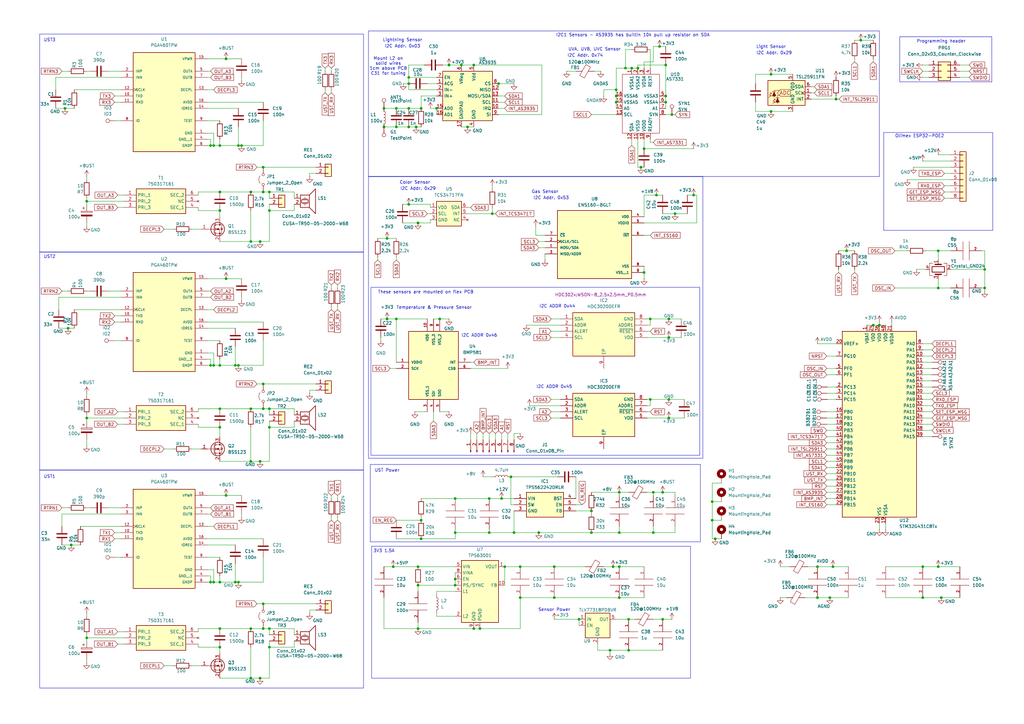
<source format=kicad_sch>
(kicad_sch (version 20250114) (generator "eeschema") (generator_version "9.0")
  (paper "A3")
  (lib_symbols
    (symbol "750317161:750317161"
      (property "Reference" "T" (at 26.67 7.62 0))
      (property "Value" "750317161" (at 26.67 5.08 0))
      (symbol "750317161_1_1"
        (pin passive line (at 0 0 0) (length 5.08) (name "PRI_1") (number "1"))
        (pin passive line (at 0 -2.54 0) (length 5.08) (name "PRI_2") (number "2"))
        (pin passive line (at 0 -5.08 0) (length 5.08) (name "PRI_3") (number "3"))
        (pin passive line (at 30.48 0 180) (length 5.08) (name "SEC_2") (number "6"))
        (pin no_connect line (at 30.48 -2.54 180) (length 5.08) (name "NC") (number "5"))
        (pin passive line (at 30.48 -5.08 180) (length 5.08) (name "SEC_1") (number "4"))
      )
    )
    (symbol "BMP581:BMP581" (pin_names (offset 1.016))
      (property "Reference" "U" (at 26.67 17.78 0))
      (property "Value" "BMP581" (at 26.67 15.24 0))
      (symbol "BMP581_0_0"
        (pin bidirectional line (at 0 0 0) (length 5.08) (name "VDDIO") (number "1"))
        (pin bidirectional line (at 0 -2.54 0) (length 5.08) (name "SCK") (number "2"))
        (pin bidirectional line (at 12.7 17.78 270) (length 5.08) (name "VDD") (number "10"))
        (pin bidirectional line (at 12.7 -20.32 90) (length 5.08) (name "VSS_1") (number "3"))
        (pin bidirectional line (at 15.24 17.78 270) (length 5.08) (name "VSS_3") (number "9"))
        (pin bidirectional line (at 15.24 -20.32 90) (length 5.08) (name "SDI") (number "4"))
        (pin bidirectional line (at 17.78 17.78 270) (length 5.08) (name "VSS_2") (number "8"))
        (pin bidirectional line (at 17.78 -20.32 90) (length 5.08) (name "SDO") (number "5"))
        (pin bidirectional line (at 30.48 0 180) (length 5.08) (name "INT") (number "7"))
        (pin bidirectional line (at 30.48 -2.54 180) (length 5.08) (name "CSB") (number "6"))
      )
    )
    (symbol "Connector:Conn_01x08_Pin" (pin_names (offset 1.016) (hide yes))
      (property "Reference" "J" (at 0 10.16 0))
      (property "Value" "Conn_01x08_Pin" (at 0 -12.7 0))
      (symbol "Conn_01x08_Pin_1_1"
        (pin passive line (at 5.08 7.62 180) (length 3.81) (name "Pin_1") (number "1"))
        (pin passive line (at 5.08 5.08 180) (length 3.81) (name "Pin_2") (number "2"))
        (pin passive line (at 5.08 2.54 180) (length 3.81) (name "Pin_3") (number "3"))
        (pin passive line (at 5.08 0 180) (length 3.81) (name "Pin_4") (number "4"))
        (pin passive line (at 5.08 -2.54 180) (length 3.81) (name "Pin_5") (number "5"))
        (pin passive line (at 5.08 -5.08 180) (length 3.81) (name "Pin_6") (number "6"))
        (pin passive line (at 5.08 -7.62 180) (length 3.81) (name "Pin_7") (number "7"))
        (pin passive line (at 5.08 -10.16 180) (length 3.81) (name "Pin_8") (number "8"))
      )
    )
    (symbol "Connector:TestPoint" (pin_numbers (hide yes)) (pin_names (offset 0.762) (hide yes))
      (property "Reference" "TP" (at 0 6.858 0))
      (property "Value" "TestPoint" (at 0 5.08 0))
      (symbol "TestPoint_1_1"
        (pin passive line (at 0 0 90) (length 2.54) (name "1") (number "1"))
      )
    )
    (symbol "Connector_Generic:Conn_01x02" (pin_names (offset 1.016) (hide yes))
      (property "Reference" "J" (at 0 2.54 0))
      (property "Value" "Conn_01x02" (at 0 -5.08 0))
      (symbol "Conn_01x02_1_1"
        (pin passive line (at -5.08 0 0) (length 3.81) (name "Pin_1") (number "1"))
        (pin passive line (at -5.08 -2.54 0) (length 3.81) (name "Pin_2") (number "2"))
      )
    )
    (symbol "Connector_Generic:Conn_01x08" (pin_names (offset 1.016) (hide yes))
      (property "Reference" "J" (at 0 10.16 0))
      (property "Value" "Conn_01x08" (at 0 -12.7 0))
      (symbol "Conn_01x08_1_1"
        (pin passive line (at -5.08 7.62 0) (length 3.81) (name "Pin_1") (number "1"))
        (pin passive line (at -5.08 5.08 0) (length 3.81) (name "Pin_2") (number "2"))
        (pin passive line (at -5.08 2.54 0) (length 3.81) (name "Pin_3") (number "3"))
        (pin passive line (at -5.08 0 0) (length 3.81) (name "Pin_4") (number "4"))
        (pin passive line (at -5.08 -2.54 0) (length 3.81) (name "Pin_5") (number "5"))
        (pin passive line (at -5.08 -5.08 0) (length 3.81) (name "Pin_6") (number "6"))
        (pin passive line (at -5.08 -7.62 0) (length 3.81) (name "Pin_7") (number "7"))
        (pin passive line (at -5.08 -10.16 0) (length 3.81) (name "Pin_8") (number "8"))
      )
    )
    (symbol "Connector_Generic:Conn_02x03_Counter_Clockwise" (pin_names (offset 1.016) (hide yes))
      (property "Reference" "J" (at 1.27 5.08 0))
      (property "Value" "Conn_02x03_Counter_Clockwise" (at 1.27 -5.08 0))
      (symbol "Conn_02x03_Counter_Clockwise_1_1"
        (pin passive line (at -5.08 2.54 0) (length 3.81) (name "Pin_1") (number "1"))
        (pin passive line (at -5.08 0 0) (length 3.81) (name "Pin_2") (number "2"))
        (pin passive line (at -5.08 -2.54 0) (length 3.81) (name "Pin_3") (number "3"))
        (pin passive line (at 7.62 2.54 180) (length 3.81) (name "Pin_6") (number "6"))
        (pin passive line (at 7.62 0 180) (length 3.81) (name "Pin_5") (number "5"))
        (pin passive line (at 7.62 -2.54 180) (length 3.81) (name "Pin_4") (number "4"))
      )
    )
    (symbol "Device:C" (pin_numbers (hide yes)) (pin_names (offset 0.254))
      (property "Reference" "C" (at 0.635 2.54 0))
      (property "Value" "C" (at 0.635 -2.54 0))
      (symbol "C_1_1"
        (pin passive line (at 0 3.81 270) (length 2.794) (name "~") (number "1"))
        (pin passive line (at 0 -3.81 90) (length 2.794) (name "~") (number "2"))
      )
    )
    (symbol "Device:C_Polarized" (pin_numbers (hide yes)) (pin_names (offset 0.254))
      (property "Reference" "C" (at 0.635 2.54 0))
      (property "Value" "C_Polarized" (at 0.635 -2.54 0))
      (symbol "C_Polarized_1_1"
        (pin passive line (at 0 3.81 270) (length 2.794) (name "~") (number "1"))
        (pin passive line (at 0 -3.81 90) (length 2.794) (name "~") (number "2"))
      )
    )
    (symbol "Device:Crystal_GND24" (pin_names (offset 1.016) (hide yes))
      (property "Reference" "Y" (at 3.175 5.08 0))
      (property "Value" "Crystal_GND24" (at 3.175 3.175 0))
      (symbol "Crystal_GND24_1_1"
        (pin passive line (at -3.81 0 0) (length 1.27) (name "1") (number "1"))
        (pin passive line (at 0 5.08 270) (length 1.27) (name "2") (number "2"))
        (pin passive line (at 0 -5.08 90) (length 1.27) (name "4") (number "4"))
        (pin passive line (at 3.81 0 180) (length 1.27) (name "3") (number "3"))
      )
    )
    (symbol "Device:FerriteBead" (pin_numbers (hide yes)) (pin_names (offset 0))
      (property "Reference" "FB" (at -3.81 0.635 90))
      (property "Value" "FerriteBead" (at 3.81 0 90))
      (symbol "FerriteBead_1_1"
        (pin passive line (at 0 3.81 270) (length 2.54) (name "~") (number "1"))
        (pin passive line (at 0 -3.81 90) (length 2.54) (name "~") (number "2"))
      )
    )
    (symbol "Device:L" (pin_numbers (hide yes)) (pin_names (offset 1.016) (hide yes))
      (property "Reference" "L" (at -1.27 0 90))
      (property "Value" "L" (at 1.905 0 90))
      (symbol "L_1_1"
        (pin passive line (at 0 3.81 270) (length 1.27) (name "1") (number "1"))
        (pin passive line (at 0 -3.81 90) (length 1.27) (name "2") (number "2"))
      )
    )
    (symbol "Device:R" (pin_numbers (hide yes)) (pin_names (offset 0))
      (property "Reference" "R" (at 2.032 0 90))
      (property "Value" "R" (at 0 0 90))
      (symbol "R_1_1"
        (pin passive line (at 0 3.81 270) (length 1.27) (name "~") (number "1"))
        (pin passive line (at 0 -3.81 90) (length 1.27) (name "~") (number "2"))
      )
    )
    (symbol "Device:Speaker_Ultrasound" (pin_names (offset 0) (hide yes))
      (property "Reference" "LS" (at 0.635 5.715 0))
      (property "Value" "Speaker_Ultrasound" (at 0.635 3.81 0))
      (symbol "Speaker_Ultrasound_1_1"
        (pin input line (at -5.08 0 0) (length 2.54) (name "1") (number "1"))
        (pin input line (at -5.08 -2.54 0) (length 2.54) (name "2") (number "2"))
      )
    )
    (symbol "ENS160:ENS160-BGLT" (pin_names (offset 1.016))
      (property "Reference" "U" (at -15.24 13.462 0))
      (property "Value" "ENS160-BGLT" (at -15.24 -17.78 0))
      (symbol "ENS160-BGLT_0_0"
        (pin input line (at -20.32 2.54 0) (length 5.08) (name "~{CS}") (number "7"))
        (pin input clock (at -20.32 0 0) (length 5.08) (name "SCLK/SCL") (number "2"))
        (pin bidirectional line (at -20.32 -2.54 0) (length 5.08) (name "MOSI/SDA") (number "1"))
        (pin bidirectional line (at -20.32 -5.08 0) (length 5.08) (name "MISO/ADDR") (number "3"))
        (pin power_in line (at 20.32 10.16 180) (length 5.08) (name "VDD") (number "4"))
        (pin power_in line (at 20.32 7.62 180) (length 5.08) (name "VDDIO") (number "5"))
        (pin output line (at 20.32 2.54 180) (length 5.08) (name "~{INT}") (number "6"))
        (pin power_in line (at 20.32 -10.16 180) (length 5.08) (name "VSS") (number "8"))
        (pin power_in line (at 20.32 -12.7 180) (length 5.08) (name "VSS__1") (number "9"))
      )
    )
    (symbol "GVI:AS7331"
      (property "Reference" "U" (at 0 0 0))
      (symbol "AS7331_1_1"
        (pin power_in line (at -10.16 3.81 0) (length 2.54) (name "VSSA6") (number "16"))
        (pin power_in line (at -10.16 1.27 0) (length 2.54) (name "VSSA5") (number "15"))
        (pin input line (at -10.16 -1.27 0) (length 2.54) (name "A0") (number "14"))
        (pin input line (at -10.16 -3.81 0) (length 2.54) (name "SCL") (number "13"))
        (pin power_in line (at -3.81 15.24 270) (length 2.54) (name "VSSA1") (number "1"))
        (pin output line (at -3.81 -13.97 90) (length 2.54) (name "SDA") (number "12"))
        (pin power_in line (at -1.27 15.24 270) (length 2.54) (name "VSSA2") (number "2"))
        (pin power_in line (at -1.27 -13.97 90) (length 2.54) (name "VSSD") (number "11"))
        (pin power_in line (at 1.27 15.24 270) (length 2.54) (name "VDDA") (number "3"))
        (pin power_in line (at 1.27 -13.97 90) (length 2.54) (name "VDDD") (number "10"))
        (pin input line (at 3.81 15.24 270) (length 2.54) (name "REXT") (number "4"))
        (pin output line (at 3.81 -13.97 90) (length 2.54) (name "READY") (number "9"))
        (pin power_in line (at 10.16 3.81 180) (length 2.54) (name "VSSA3") (number "5"))
        (pin power_in line (at 10.16 1.27 180) (length 2.54) (name "VSSA4") (number "6"))
        (pin input line (at 10.16 -1.27 180) (length 2.54) (name "A1") (number "7"))
        (pin input line (at 10.16 -3.81 180) (length 2.54) (name "SYN") (number "8"))
      )
    )
    (symbol "GVI:TCS34717FN"
      (property "Reference" "U" (at 0 8.89 0))
      (property "Value" "TCS34717FN" (at 0 6.35 0))
      (symbol "TCS34717FN_1_1"
        (pin power_in line (at -7.62 2.54 0) (length 2.54) (name "VDD") (number "1"))
        (pin passive line (at -7.62 0 0) (length 2.54) (name "SCL") (number "2"))
        (pin power_in line (at -7.62 -2.54 0) (length 2.54) (name "GND") (number "3"))
        (pin passive line (at 7.62 2.54 180) (length 2.54) (name "SDA") (number "6"))
        (pin output line (at 7.62 0 180) (length 2.54) (name "INT") (number "5"))
        (pin no_connect line (at 7.62 -2.54 180) (length 2.54) (name "NC") (number "4"))
      )
    )
    (symbol "HDC3020:HDC3020DEFR"
      (property "Reference" "IC" (at 31.75 7.62 0))
      (property "Value" "HDC3020DEFR" (at 31.75 5.08 0))
      (symbol "HDC3020DEFR_1_1"
        (pin passive line (at 0 0 0) (length 5.08) (name "SDA") (number "1"))
        (pin passive line (at 0 -2.54 0) (length 5.08) (name "ADDR") (number "2"))
        (pin passive line (at 0 -5.08 0) (length 5.08) (name "ALERT") (number "3"))
        (pin passive line (at 0 -7.62 0) (length 5.08) (name "SCL") (number "4"))
        (pin passive line (at 17.78 -20.32 90) (length 5.08) (name "EP") (number "9"))
        (pin passive line (at 35.56 0 180) (length 5.08) (name "GND") (number "8"))
        (pin passive line (at 35.56 -2.54 180) (length 5.08) (name "ADDR1") (number "7"))
        (pin passive line (at 35.56 -5.08 180) (length 5.08) (name "~{RESET}") (number "6"))
        (pin passive line (at 35.56 -7.62 180) (length 5.08) (name "VDD") (number "5"))
      )
    )
    (symbol "Jumper:Jumper_2_Open" (pin_numbers (hide yes)) (pin_names (offset 0) (hide yes))
      (property "Reference" "JP" (at 0 2.794 0))
      (property "Value" "Jumper_2_Open" (at 0 -2.286 0))
      (symbol "Jumper_2_Open_1_1"
        (pin passive line (at -5.08 0 0) (length 2.54) (name "A") (number "1"))
        (pin passive line (at 5.08 0 180) (length 2.54) (name "B") (number "2"))
      )
    )
    (symbol "MCU_ST_STM32G4:STM32G431C8Tx"
      (property "Reference" "U" (at -15.24 39.37 0))
      (property "Value" "STM32G431C8Tx" (at 7.62 39.37 0))
      (symbol "STM32G431C8Tx_1_1"
        (pin input line (at -17.78 33.02 0) (length 2.54) (name "VREF+") (number "20"))
        (pin bidirectional line (at -17.78 27.94 0) (length 2.54) (name "PG10") (number "7"))
        (pin bidirectional line (at -17.78 22.86 0) (length 2.54) (name "PF0") (number "5"))
        (pin bidirectional line (at -17.78 20.32 0) (length 2.54) (name "PF1") (number "6"))
        (pin bidirectional line (at -17.78 15.24 0) (length 2.54) (name "PC13") (number "2"))
        (pin bidirectional line (at -17.78 12.7 0) (length 2.54) (name "PC14") (number "3"))
        (pin bidirectional line (at -17.78 10.16 0) (length 2.54) (name "PC15") (number "4"))
        (pin bidirectional line (at -17.78 5.08 0) (length 2.54) (name "PB0") (number "16"))
        (pin bidirectional line (at -17.78 2.54 0) (length 2.54) (name "PB1") (number "17"))
        (pin bidirectional line (at -17.78 0 0) (length 2.54) (name "PB2") (number "18"))
        (pin bidirectional line (at -17.78 -2.54 0) (length 2.54) (name "PB3") (number "40"))
        (pin bidirectional line (at -17.78 -5.08 0) (length 2.54) (name "PB4") (number "41"))
        (pin bidirectional line (at -17.78 -7.62 0) (length 2.54) (name "PB5") (number "42"))
        (pin bidirectional line (at -17.78 -10.16 0) (length 2.54) (name "PB6") (number "43"))
        (pin bidirectional line (at -17.78 -12.7 0) (length 2.54) (name "PB7") (number "44"))
        (pin bidirectional line (at -17.78 -15.24 0) (length 2.54) (name "PB8") (number "45"))
        (pin bidirectional line (at -17.78 -17.78 0) (length 2.54) (name "PB9") (number "46"))
        (pin bidirectional line (at -17.78 -20.32 0) (length 2.54) (name "PB10") (number "22"))
        (pin bidirectional line (at -17.78 -22.86 0) (length 2.54) (name "PB11") (number "25"))
        (pin bidirectional line (at -17.78 -25.4 0) (length 2.54) (name "PB12") (number "26"))
        (pin bidirectional line (at -17.78 -27.94 0) (length 2.54) (name "PB13") (number "27"))
        (pin bidirectional line (at -17.78 -30.48 0) (length 2.54) (name "PB14") (number "28"))
        (pin bidirectional line (at -17.78 -33.02 0) (length 2.54) (name "PB15") (number "29"))
        (pin power_in line (at -5.08 40.64 270) (length 2.54) (name "VBAT") (number "1"))
        (pin power_in line (at -2.54 40.64 270) (length 2.54) (name "VDD") (number "24"))
        (pin power_in line (at 0 40.64 270) (length 2.54) (name "VDD") (number "36"))
        (pin power_in line (at 0 -40.64 90) (length 2.54) (name "VSS") (number "23"))
        (pin passive line (at 0 -40.64 90) (length 2.54) (hide yes) (name "VSS") (number "35"))
        (pin passive line (at 0 -40.64 90) (length 2.54) (hide yes) (name "VSS") (number "47"))
        (pin power_in line (at 2.54 40.64 270) (length 2.54) (name "VDD") (number "48"))
        (pin power_in line (at 2.54 -40.64 90) (length 2.54) (name "VSSA") (number "19"))
        (pin power_in line (at 5.08 40.64 270) (length 2.54) (name "VDDA") (number "21"))
        (pin bidirectional line (at 17.78 33.02 180) (length 2.54) (name "PA0") (number "8"))
        (pin bidirectional line (at 17.78 30.48 180) (length 2.54) (name "PA1") (number "9"))
        (pin bidirectional line (at 17.78 27.94 180) (length 2.54) (name "PA2") (number "10"))
        (pin bidirectional line (at 17.78 25.4 180) (length 2.54) (name "PA3") (number "11"))
        (pin bidirectional line (at 17.78 22.86 180) (length 2.54) (name "PA4") (number "12"))
        (pin bidirectional line (at 17.78 20.32 180) (length 2.54) (name "PA5") (number "13"))
        (pin bidirectional line (at 17.78 17.78 180) (length 2.54) (name "PA6") (number "14"))
        (pin bidirectional line (at 17.78 15.24 180) (length 2.54) (name "PA7") (number "15"))
        (pin bidirectional line (at 17.78 12.7 180) (length 2.54) (name "PA8") (number "30"))
        (pin bidirectional line (at 17.78 10.16 180) (length 2.54) (name "PA9") (number "31"))
        (pin bidirectional line (at 17.78 7.62 180) (length 2.54) (name "PA10") (number "32"))
        (pin bidirectional line (at 17.78 5.08 180) (length 2.54) (name "PA11") (number "33"))
        (pin bidirectional line (at 17.78 2.54 180) (length 2.54) (name "PA12") (number "34"))
        (pin bidirectional line (at 17.78 0 180) (length 2.54) (name "PA13") (number "37"))
        (pin bidirectional line (at 17.78 -2.54 180) (length 2.54) (name "PA14") (number "38"))
        (pin bidirectional line (at 17.78 -5.08 180) (length 2.54) (name "PA15") (number "39"))
      )
    )
    (symbol "Mechanical:MountingHole_Pad" (pin_numbers (hide yes)) (pin_names (offset 1.016) (hide yes)) (exclude_from_sim yes) (in_bom no)
      (property "Reference" "H" (at 0 6.35 0))
      (property "Value" "MountingHole_Pad" (at 0 4.445 0))
      (symbol "MountingHole_Pad_1_1"
        (pin input line (at 0 -2.54 90) (length 2.54) (name "1") (number "1"))
      )
    )
    (symbol "PGA460TPW:PGA460TPW" (pin_names (offset 1.016))
      (property "Reference" "U" (at -12.7 18.78 0))
      (property "Value" "PGA460TPW" (at -12.7 -25.4 0))
      (symbol "PGA460TPW_0_0"
        (pin input line (at -17.78 10.16 0) (length 5.08) (name "INP") (number "2"))
        (pin input line (at -17.78 7.62 0) (length 5.08) (name "INN") (number "3"))
        (pin input clock (at -17.78 2.54 0) (length 5.08) (name "SCLK") (number "12"))
        (pin output line (at -17.78 0 0) (length 5.08) (name "TXD") (number "10"))
        (pin input line (at -17.78 -2.54 0) (length 5.08) (name "RXD") (number "11"))
        (pin bidirectional line (at -17.78 -10.16 0) (length 5.08) (name "IO") (number "8"))
        (pin power_in line (at 17.78 15.24 180) (length 5.08) (name "VPWR") (number "15"))
        (pin output line (at 17.78 10.16 180) (length 5.08) (name "OUTA") (number "5"))
        (pin output line (at 17.78 7.62 180) (length 5.08) (name "OUTB") (number "7"))
        (pin output line (at 17.78 2.54 180) (length 5.08) (name "DECPL") (number "13"))
        (pin output line (at 17.78 -2.54 180) (length 5.08) (name "AVDD") (number "16"))
        (pin output line (at 17.78 -5.08 180) (length 5.08) (name "IOREG") (number "14"))
        (pin bidirectional line (at 17.78 -10.16 180) (length 5.08) (name "TEST") (number "9"))
        (pin power_in line (at 17.78 -15.24 180) (length 5.08) (name "GND") (number "1"))
        (pin power_in line (at 17.78 -17.78 180) (length 5.08) (name "GND__1") (number "4"))
        (pin power_in line (at 17.78 -20.32 180) (length 5.08) (name "GNDP") (number "6"))
      )
    )
    (symbol "Regulator_Linear:TPS7A0518PDBV"
      (property "Reference" "U" (at -3.81 6.35 0))
      (property "Value" "TPS7A0518PDBV" (at 6.35 6.35 0))
      (symbol "TPS7A0518PDBV_0_1"
        (pin power_in line (at -7.62 2.54 0) (length 2.54) (name "IN") (number "1"))
        (pin input line (at -7.62 0 0) (length 2.54) (name "EN") (number "3"))
        (pin power_in line (at 0 -7.62 90) (length 2.54) (name "GND") (number "2"))
        (pin no_connect line (at 5.08 0 180) (length 2.54) (hide yes) (name "NC") (number "4"))
        (pin power_out line (at 7.62 2.54 180) (length 2.54) (name "OUT") (number "5"))
      )
    )
    (symbol "Regulator_Switching:TPS63001"
      (property "Reference" "U" (at -7.62 13.97 0))
      (property "Value" "TPS63001" (at 5.08 13.97 0))
      (symbol "TPS63001_1_1"
        (pin power_in line (at -10.16 10.16 0) (length 2.54) (name "VIN") (number "5"))
        (pin power_in line (at -10.16 7.62 0) (length 2.54) (name "VINA") (number "8"))
        (pin input line (at -10.16 5.08 0) (length 2.54) (name "EN") (number "6"))
        (pin input line (at -10.16 2.54 0) (length 2.54) (name "PS/SYNC") (number "7"))
        (pin input line (at -10.16 0 0) (length 2.54) (name "L1") (number "4"))
        (pin input line (at -10.16 -10.16 0) (length 2.54) (name "L2") (number "2"))
        (pin power_in line (at -2.54 -15.24 90) (length 2.54) (name "GND") (number "9"))
        (pin passive line (at 0 -15.24 90) (length 2.54) (hide yes) (name "PGND") (number "11"))
        (pin power_in line (at 0 -15.24 90) (length 2.54) (name "PGND") (number "3"))
        (pin power_out line (at 10.16 10.16 180) (length 2.54) (name "VOUT") (number "1"))
        (pin input line (at 10.16 2.54 180) (length 2.54) (name "FB") (number "10"))
      )
    )
    (symbol "Sensor:AS3935"
      (property "Reference" "U" (at 5.08 15.24 0))
      (property "Value" "AS3935" (at 5.08 12.7 0))
      (symbol "AS3935_1_1"
        (pin input line (at -12.7 7.62 0) (length 2.54) (name "EN") (number "7"))
        (pin input line (at -12.7 5.08 0) (length 2.54) (name "ACG") (number "1"))
        (pin input line (at -12.7 2.54 0) (length 2.54) (name "IN-") (number "2"))
        (pin input line (at -12.7 0 0) (length 2.54) (name "IN+") (number "3"))
        (pin input line (at -12.7 -5.08 0) (length 2.54) (name "AD0") (number "15"))
        (pin input line (at -12.7 -7.62 0) (length 2.54) (name "AD1") (number "16"))
        (pin passive line (at -2.54 12.7 270) (length 2.54) (name "VReg") (number "6"))
        (pin power_in line (at -2.54 -12.7 90) (length 2.54) (name "GNDPAD") (number "17"))
        (pin power_in line (at 2.54 12.7 270) (length 2.54) (name "Vdd") (number "5"))
        (pin power_in line (at 2.54 -12.7 90) (length 2.54) (name "GND") (number "4"))
        (pin input line (at 12.7 5.08 180) (length 2.54) (name "CS") (number "8"))
        (pin output line (at 12.7 2.54 180) (length 2.54) (name "MISO") (number "12"))
        (pin bidirectional line (at 12.7 0 180) (length 2.54) (name "MOSI/SDA") (number "13"))
        (pin bidirectional line (at 12.7 -2.54 180) (length 2.54) (name "SCL") (number "11"))
        (pin bidirectional line (at 12.7 -5.08 180) (length 2.54) (name "IRQ") (number "10"))
        (pin input line (at 12.7 -7.62 180) (length 2.54) (name "SI") (number "9"))
      )
    )
    (symbol "Sensor_Optical:TSL25911FN"
      (property "Reference" "U" (at -7.62 6.35 0))
      (property "Value" "TSL25911FN" (at 0 -6.35 0))
      (symbol "TSL25911FN_0_0"
        (text "ADC" (at -0.635 0 0) (effects (font (size 1.524 1.524))))
      )
      (symbol "TSL25911FN_1_1"
        (pin no_connect line (at -7.62 2.54 0) (length 2.54) (hide yes) (name "NC") (number "4"))
        (pin power_in line (at 2.54 7.62 270) (length 2.54) (name "VDD") (number "5"))
        (pin power_in line (at 2.54 -7.62 90) (length 2.54) (name "GND") (number "3"))
        (pin bidirectional line (at 10.16 2.54 180) (length 2.54) (name "SDA") (number "6"))
        (pin input clock (at 10.16 0 180) (length 2.54) (name "SCL") (number "1"))
        (pin open_collector line (at 10.16 -2.54 180) (length 2.54) (name "INT") (number "2"))
      )
    )
    (symbol "TPS562242:TPS562242DRLR"
      (property "Reference" "IC" (at 21.59 7.62 0))
      (property "Value" "TPS562242DRLR" (at 21.59 5.08 0))
      (symbol "TPS562242DRLR_1_1"
        (pin passive line (at 0 0 0) (length 5.08) (name "VIN") (number "1"))
        (pin passive line (at 0 -2.54 0) (length 5.08) (name "SW") (number "2"))
        (pin passive line (at 0 -5.08 0) (length 5.08) (name "GND") (number "3"))
        (pin passive line (at 25.4 0 180) (length 5.08) (name "BST") (number "4"))
        (pin passive line (at 25.4 -2.54 180) (length 5.08) (name "EN") (number "5"))
        (pin passive line (at 25.4 -5.08 180) (length 5.08) (name "FB") (number "6"))
      )
    )
    (symbol "Transistor_FET:BSS123" (pin_names (hide yes))
      (property "Reference" "Q" (at 5.08 1.905 0))
      (property "Value" "BSS123" (at 5.08 0 0))
      (symbol "BSS123_1_1"
        (pin input line (at -5.08 0 0) (length 2.54) (name "G") (number "1"))
        (pin passive line (at 2.54 5.08 270) (length 2.54) (name "D") (number "3"))
        (pin passive line (at 2.54 -5.08 90) (length 2.54) (name "S") (number "2"))
      )
    )
    (symbol "power:+12C" (power) (pin_numbers (hide yes)) (pin_names (offset 0) (hide yes))
      (property "Value" "+12C" (at 0 3.556 0))
      (symbol "+12C_1_1"
        (pin power_in line (at 0 0 90) (length 0) (name "~") (number "1"))
      )
    )
    (symbol "power:+12V" (power) (pin_numbers (hide yes)) (pin_names (offset 0) (hide yes))
      (property "Value" "+12V" (at 0 3.556 0))
      (symbol "+12V_1_1"
        (pin power_in line (at 0 0 90) (length 0) (name "~") (number "1"))
      )
    )
    (symbol "power:+1V8" (power) (pin_numbers (hide yes)) (pin_names (offset 0) (hide yes))
      (property "Value" "+1V8" (at 0 3.556 0))
      (symbol "+1V8_1_1"
        (pin power_in line (at 0 0 90) (length 0) (name "~") (number "1"))
      )
    )
    (symbol "power:+3.3V" (power) (pin_numbers (hide yes)) (pin_names (offset 0) (hide yes))
      (property "Value" "+3.3V" (at 0 3.556 0))
      (symbol "+3.3V_1_1"
        (pin power_in line (at 0 0 90) (length 0) (name "~") (number "1"))
      )
    )
    (symbol "power:GND" (power) (pin_numbers (hide yes)) (pin_names (offset 0) (hide yes))
      (property "Value" "GND" (at 0 -3.81 0))
      (symbol "GND_1_1"
        (pin power_in line (at 0 0 270) (length 0) (name "~") (number "1"))
      )
    )
    (symbol "power:GNDA" (power) (pin_numbers (hide yes)) (pin_names (offset 0) (hide yes))
      (property "Value" "GNDA" (at 0 -3.81 0))
      (symbol "GNDA_1_1"
        (pin power_in line (at 0 0 270) (length 0) (name "~") (number "1"))
      )
    )
    (symbol "pspice:CAP" (pin_names (offset 0.254))
      (property "Reference" "C" (at 2.54 3.81 90))
      (property "Value" "CAP" (at 2.54 -3.81 90))
      (symbol "CAP_1_1"
        (pin passive line (at 0 6.35 270) (length 5.08) (name "~") (number "1"))
        (pin passive line (at 0 -6.35 90) (length 5.08) (name "~") (number "2"))
      )
    )
  )
  (rectangle (start 369.038 15.066) (end 406.808 33.586))
  (rectangle (start 16.256 103.378) (end 149.098 192.786))
  (rectangle (start 152.146 117.856) (end 287.02 186.69))
  (rectangle (start 362.458 54.356) (end 407.162 94.488))
  (rectangle (start 16.256 192.786) (end 149.098 282.194))
  (rectangle (start 152.4 224.028) (end 283.21 278.13))
  (rectangle (start 151.13 12.7) (end 360.68 72.39))
  (rectangle (start 151.892 190.5) (end 287.274 222.25))
  (rectangle (start 151.13 72.39) (end 288.29 187.96))
  (rectangle (start 16.256 13.97) (end 149.098 103.378))
  (text "3V3 1.5A" (at 157.48 226.06 0) (effects (font (size 1.27 1.27))))
  (text "These sensors are mounted on flex PCB" (at 154.94 120.65 0) (effects (font (size 1.27 1.27)) (justify left bottom)))
  (text "UST1" (at 20.32 195.58 0) (effects (font (size 1.27 1.27))))
  (text "I2C Addr. 0x74" (at 240.03 22.86 0) (effects (font (size 1.27 1.27))))
  (text "UST2" (at 20.32 105.41 0) (effects (font (size 1.27 1.27))))
  (text "Gas Sensor" (at 223.52 78.74 0) (effects (font (size 1.27 1.27))))
  (text "I2C Addr. 0x53" (at 226.06 81.28 0) (effects (font (size 1.27 1.27))))
  (text "Mount L2 on\nsolid wires\n1cm above PCB\nC31 for tuning" (at 159.258 27.178 0) (effects (font (size 1.27 1.27))))
  (text "Lightning Sensor" (at 165.1 16.51 0) (effects (font (size 1.27 1.27))))
  (text "I2C ADDR 0x45" (at 227.33 158.75 0) (effects (font (size 1.27 1.27))))
  (text "Sensor Power" (at 227.33 250.19 0) (effects (font (size 1.27 1.27))))
  (text "Temperature & Pressure Sensor" (at 162.56 127 0) (effects (font (size 1.27 1.27)) (justify left bottom)))
  (text "I2C ADDR 0x44" (at 228.6 125.73 0) (effects (font (size 1.27 1.27))))
  (text "Programming header" (at 375.92 17.78 0) (effects (font (size 1.27 1.27)) (justify left bottom)))
  (text "I2C Addr. 0x03" (at 165.1 19.05 0) (effects (font (size 1.27 1.27))))
  (text "UST3" (at 20.32 16.51 0) (effects (font (size 1.27 1.27))))
  (text "Light Sensor" (at 316.23 19.304 0) (effects (font (size 1.27 1.27))))
  (text "UVA, UVB, UVC Sensor" (at 243.84 20.32 0) (effects (font (size 1.27 1.27))))
  (text "I2C1 Sensors - AS3935 has builtin 10k pull up resistor on SDA" (at 259.588 14.478 0) (effects (font (size 1.27 1.27))))
  (text "I2C Addr. 0x29" (at 317.5 21.844 0) (effects (font (size 1.27 1.27))))
  (text "Olimex ESP32-POE2" (at 377.19 55.88 0) (effects (font (size 1.27 1.27))))
  (text "UST Power" (at 158.75 193.04 0) (effects (font (size 1.27 1.27))))
  (text "I2C ADDR 0x46" (at 189.23 138.43 0) (effects (font (size 1.27 1.27)) (justify left bottom)))
  (text "I2C Addr. 0x29" (at 171.45 77.47 0) (effects (font (size 1.27 1.27))))
  (text "Color Sensor" (at 170.18 74.93 0) (effects (font (size 1.27 1.27))))
  (junction (at 274.32 163.83))
  (junction (at 251.46 232.41))
  (junction (at 254 201.93))
  (junction (at 90.17 78.74))
  (junction (at 107.95 78.74))
  (junction (at 209.55 195.58))
  (junction (at 358.14 133.35))
  (junction (at 384.81 118.11))
  (junction (at 186.69 240.03))
  (junction (at 171.45 232.41))
  (junction (at 264.16 111.76))
  (junction (at 250.19 266.7))
  (junction (at 179.07 44.45))
  (junction (at 259.08 27.94))
  (junction (at 196.85 257.81))
  (junction (at 107.95 157.48))
  (junction (at 200.66 204.47))
  (junction (at 186.69 204.47))
  (junction (at 167.64 34.29))
  (junction (at 267.97 201.93))
  (junction (at 87.63 149.86))
  (junction (at 90.17 149.86))
  (junction (at 353.06 16.51))
  (junction (at 106.68 99.06))
  (junction (at 102.87 257.81))
  (junction (at 96.52 238.76))
  (junction (at 189.23 26.67))
  (junction (at 227.33 232.41))
  (junction (at 201.93 87.63))
  (junction (at 271.78 254))
  (junction (at 92.71 203.2))
  (junction (at 102.87 78.74))
  (junction (at 292.1 213.36))
  (junction (at 90.17 59.69))
  (junction (at 342.9 40.64))
  (junction (at 205.74 204.47))
  (junction (at 292.1 205.74))
  (junction (at 254 245.11))
  (junction (at 273.05 26.67))
  (junction (at 171.45 257.81))
  (junction (at 403.86 110.49))
  (junction (at 194.31 257.81))
  (junction (at 252.73 41.91))
  (junction (at 157.48 44.45))
  (junction (at 266.7 130.81))
  (junction (at 158.75 130.81))
  (junction (at 316.23 30.48))
  (junction (at 26.67 44.45))
  (junction (at 335.28 245.11))
  (junction (at 110.49 86.36))
  (junction (at 200.66 218.44))
  (junction (at 293.37 220.98))
  (junction (at 186.69 237.49))
  (junction (at 87.63 238.76))
  (junction (at 90.17 175.26))
  (junction (at 210.82 218.44))
  (junction (at 341.63 232.41))
  (junction (at 107.95 68.58))
  (junction (at 87.63 59.69))
  (junction (at 227.33 245.11))
  (junction (at 102.87 167.64))
  (junction (at 99.06 59.69))
  (junction (at 110.49 265.43))
  (junction (at 180.34 130.81))
  (junction (at 204.47 34.29))
  (junction (at 158.75 97.79))
  (junction (at 284.48 80.01))
  (junction (at 90.17 167.64))
  (junction (at 252.73 36.83))
  (junction (at 106.68 189.23))
  (junction (at 90.17 86.36))
  (junction (at 27.94 134.62))
  (junction (at 403.86 118.11))
  (junction (at 167.64 83.82))
  (junction (at 172.72 44.45))
  (junction (at 171.45 240.03))
  (junction (at 86.36 238.76))
  (junction (at 207.01 232.41))
  (junction (at 262.89 68.58))
  (junction (at 378.46 232.41))
  (junction (at 360.68 133.35))
  (junction (at 257.81 266.7))
  (junction (at 220.98 218.44))
  (junction (at 254 218.44))
  (junction (at 97.79 59.69))
  (junction (at 316.23 45.72))
  (junction (at 335.28 232.41))
  (junction (at 172.72 213.36))
  (junction (at 274.32 138.43))
  (junction (at 194.31 26.67))
  (junction (at 269.24 80.01))
  (junction (at 191.77 52.07))
  (junction (at 110.49 257.81))
  (junction (at 256.54 27.94))
  (junction (at 102.87 99.06))
  (junction (at 184.15 26.67))
  (junction (at 167.64 44.45))
  (junction (at 266.7 163.83))
  (junction (at 213.36 245.11))
  (junction (at 29.21 223.52))
  (junction (at 384.81 232.41))
  (junction (at 273.05 41.91))
  (junction (at 107.95 257.81))
  (junction (at 92.71 24.13))
  (junction (at 86.36 59.69))
  (junction (at 276.86 87.63))
  (junction (at 254 232.41))
  (junction (at 167.64 52.07))
  (junction (at 102.87 189.23))
  (junction (at 90.17 238.76))
  (junction (at 107.95 167.64))
  (junction (at 378.46 245.11))
  (junction (at 35.56 261.62))
  (junction (at 86.36 149.86))
  (junction (at 157.48 52.07))
  (junction (at 275.59 46.99))
  (junction (at 242.57 218.44))
  (junction (at 261.62 27.94))
  (junction (at 274.32 130.81))
  (junction (at 161.29 232.41))
  (junction (at 273.05 39.37))
  (junction (at 271.78 201.93))
  (junction (at 242.57 209.55))
  (junction (at 35.56 82.55))
  (junction (at 162.56 130.81))
  (junction (at 274.32 171.45))
  (junction (at 102.87 278.13))
  (junction (at 90.17 257.81))
  (junction (at 162.56 52.07))
  (junction (at 257.81 254))
  (junction (at 170.688 52.07))
  (junction (at 264.16 60.96))
  (junction (at 162.56 44.45))
  (junction (at 267.97 218.44))
  (junction (at 110.49 167.64))
  (junction (at 213.36 232.41))
  (junction (at 340.36 245.11))
  (junction (at 97.79 149.86))
  (junction (at 386.08 245.11))
  (junction (at 186.69 218.44))
  (junction (at 167.64 31.75))
  (junction (at 347.218 102.87))
  (junction (at 106.68 278.13))
  (junction (at 107.95 247.65))
  (junction (at 96.52 149.86))
  (junction (at 171.45 91.44))
  (junction (at 237.49 254))
  (junction (at 97.79 238.76))
  (junction (at 252.73 39.37))
  (junction (at 172.72 220.98))
  (junction (at 384.81 102.87))
  (junction (at 110.49 78.74))
  (junction (at 92.71 114.3))
  (junction (at 90.17 265.43))
  (junction (at 270.51 19.05))
  (junction (at 35.56 171.45))
  (junction (at 110.49 175.26))
  (wire (pts (xy 285.75 91.44) (xy 285.75 80.01)))
  (wire (pts (xy 243.84 29.21) (xy 246.38 29.21)))
  (wire (pts (xy 44.45 119.38) (xy 49.53 119.38)))
  (wire (pts (xy 35.56 91.44) (xy 35.56 92.71)))
  (wire (pts (xy 332.74 40.64) (xy 342.9 40.64)))
  (wire (pts (xy 339.09 186.69) (xy 342.9 186.69)))
  (wire (pts (xy 135.89 36.83) (xy 135.89 38.1)))
  (wire (pts (xy 44.45 29.21) (xy 49.53 29.21)))
  (wire (pts (xy 269.24 80.01) (xy 271.78 80.01)))
  (wire (pts (xy 85.09 54.61) (xy 87.63 54.61)))
  (wire (pts (xy 90.17 59.69) (xy 97.79 59.69)))
  (wire (pts (xy 372.11 73.66) (xy 389.89 73.66)))
  (wire (pts (xy 135.89 212.09) (xy 135.89 213.36)))
  (wire (pts (xy 171.45 232.41) (xy 186.69 232.41)))
  (wire (pts (xy 106.68 278.13) (xy 110.49 278.13)))
  (wire (pts (xy 242.57 46.99) (xy 252.73 46.99)))
  (wire (pts (xy 81.28 167.64) (xy 90.17 167.64)))
  (wire (pts (xy 87.63 144.78) (xy 87.63 149.86)))
  (wire (pts (xy 274.32 138.43) (xy 279.4 138.43)))
  (wire (pts (xy 162.56 105.41) (xy 162.56 106.68)))
  (wire (pts (xy 222.25 26.67) (xy 194.31 26.67)))
  (wire (pts (xy 378.46 166.37) (xy 382.27 166.37)))
  (wire (pts (xy 167.64 44.45) (xy 172.72 44.45)))
  (wire (pts (xy 367.03 102.87) (xy 372.11 102.87)))
  (wire (pts (xy 81.28 265.43) (xy 90.17 265.43)))
  (wire (pts (xy 350.52 110.49) (xy 350.52 111.76)))
  (wire (pts (xy 173.99 26.67) (xy 167.64 26.67)))
  (wire (pts (xy 96.52 238.76) (xy 90.17 238.76)))
  (wire (pts (xy 403.86 118.11) (xy 403.86 119.38)))
  (wire (pts (xy 120.65 81.28) (xy 120.65 78.74)))
  (wire (pts (xy 110.49 189.23) (xy 110.49 175.26)))
  (wire (pts (xy 85.09 24.13) (xy 92.71 24.13)))
  (wire (pts (xy 264.16 109.22) (xy 264.16 111.76)))
  (wire (pts (xy 254 201.93) (xy 257.81 201.93)))
  (wire (pts (xy 209.55 207.01) (xy 210.82 207.01)))
  (wire (pts (xy 339.09 146.05) (xy 342.9 146.05)))
  (wire (pts (xy 48.26 259.08) (xy 50.8 259.08)))
  (wire (pts (xy 205.74 177.8) (xy 205.74 180.34)))
  (wire (pts (xy 85.09 147.32) (xy 86.36 147.32)))
  (wire (pts (xy 85.09 31.75) (xy 86.36 31.75)))
  (wire (pts (xy 120.65 172.72) (xy 120.65 175.26)))
  (wire (pts (xy 102.87 257.81) (xy 90.17 257.81)))
  (wire (pts (xy 87.63 59.69) (xy 90.17 59.69)))
  (wire (pts (xy 107.95 49.53) (xy 107.95 59.69)))
  (wire (pts (xy 189.23 26.67) (xy 194.31 26.67)))
  (wire (pts (xy 195.58 177.8) (xy 195.58 180.34)))
  (wire (pts (xy 259.08 27.94) (xy 261.62 27.94)))
  (wire (pts (xy 120.65 257.81) (xy 110.49 257.81)))
  (wire (pts (xy 102.87 86.36) (xy 102.87 99.06)))
  (wire (pts (xy 261.62 68.58) (xy 262.89 68.58)))
  (wire (pts (xy 157.48 245.11) (xy 157.48 257.81)))
  (wire (pts (xy 265.43 201.93) (xy 267.97 201.93)))
  (wire (pts (xy 204.47 34.29) (xy 204.47 36.83)))
  (wire (pts (xy 265.43 166.37) (xy 266.7 166.37)))
  (wire (pts (xy 120.65 170.18) (xy 120.65 167.64)))
  (wire (pts (xy 107.95 157.48) (xy 129.54 157.48)))
  (wire (pts (xy 309.88 30.48) (xy 316.23 30.48)))
  (wire (pts (xy 341.63 232.41) (xy 347.98 232.41)))
  (wire (pts (xy 90.17 99.06) (xy 102.87 99.06)))
  (wire (pts (xy 226.06 168.91) (xy 229.87 168.91)))
  (wire (pts (xy 90.17 265.43) (xy 90.17 267.97)))
  (wire (pts (xy 171.45 240.03) (xy 171.45 242.57)))
  (wire (pts (xy 378.46 153.67) (xy 382.27 153.67)))
  (wire (pts (xy 210.82 177.8) (xy 213.36 177.8)))
  (wire (pts (xy 35.56 161.29) (xy 35.56 162.56)))
  (wire (pts (xy 213.36 245.11) (xy 227.33 245.11)))
  (wire (pts (xy 25.4 208.28) (xy 27.94 208.28)))
  (wire (pts (xy 46.99 132.08) (xy 49.53 132.08)))
  (wire (pts (xy 203.2 177.8) (xy 203.2 180.34)))
  (wire (pts (xy 120.65 175.26) (xy 110.49 175.26)))
  (wire (pts (xy 35.56 261.62) (xy 35.56 262.89)))
  (wire (pts (xy 213.36 245.11) (xy 213.36 257.81)))
  (wire (pts (xy 154.94 97.79) (xy 158.75 97.79)))
  (wire (pts (xy 46.99 220.98) (xy 49.53 220.98)))
  (wire (pts (xy 363.22 245.11) (xy 378.46 245.11)))
  (wire (pts (xy 186.69 252.73) (xy 179.07 252.73)))
  (wire (pts (xy 350.52 16.51) (xy 353.06 16.51)))
  (wire (pts (xy 227.33 254) (xy 237.49 254)))
  (wire (pts (xy 378.46 29.21) (xy 381 29.21)))
  (wire (pts (xy 107.95 78.74) (xy 110.49 78.74)))
  (wire (pts (xy 35.56 261.62) (xy 50.8 261.62)))
  (wire (pts (xy 339.09 153.67) (xy 342.9 153.67)))
  (wire (pts (xy 81.28 175.26) (xy 90.17 175.26)))
  (wire (pts (xy 384.81 232.41) (xy 393.7 232.41)))
  (wire (pts (xy 273.05 26.67) (xy 261.62 26.67)))
  (wire (pts (xy 90.17 147.32) (xy 90.17 149.86)))
  (wire (pts (xy 259.08 57.15) (xy 259.08 59.69)))
  (wire (pts (xy 81.28 85.09) (xy 81.28 86.36)))
  (wire (pts (xy 90.17 189.23) (xy 102.87 189.23)))
  (wire (pts (xy 264.16 96.52) (xy 266.7 96.52)))
  (wire (pts (xy 275.59 46.99) (xy 276.86 46.99)))
  (wire (pts (xy 165.1 91.44) (xy 171.45 91.44)))
  (wire (pts (xy 205.74 204.47) (xy 210.82 204.47)))
  (wire (pts (xy 110.49 257.81) (xy 107.95 257.81)))
  (wire (pts (xy 127 250.19) (xy 127 251.46)))
  (wire (pts (xy 378.46 156.21) (xy 382.27 156.21)))
  (wire (pts (xy 378.46 176.53) (xy 382.27 176.53)))
  (wire (pts (xy 393.7 29.21) (xy 397.51 29.21)))
  (wire (pts (xy 360.68 132.08) (xy 360.68 133.35)))
  (wire (pts (xy 35.56 180.34) (xy 35.56 182.88)))
  (wire (pts (xy 99.06 210.82) (xy 99.06 212.09)))
  (wire (pts (xy 198.12 195.58) (xy 201.93 195.58)))
  (wire (pts (xy 85.09 144.78) (xy 87.63 144.78)))
  (wire (pts (xy 363.22 232.41) (xy 378.46 232.41)))
  (wire (pts (xy 226.06 135.89) (xy 229.87 135.89)))
  (wire (pts (xy 273.05 46.99) (xy 275.59 46.99)))
  (wire (pts (xy 24.13 134.62) (xy 27.94 134.62)))
  (wire (pts (xy 49.53 121.92) (xy 24.13 121.92)))
  (wire (pts (xy 339.09 184.15) (xy 342.9 184.15)))
  (wire (pts (xy 127 160.02) (xy 127 161.29)))
  (wire (pts (xy 226.06 138.43) (xy 229.87 138.43)))
  (wire (pts (xy 181.61 26.67) (xy 184.15 26.67)))
  (wire (pts (xy 167.64 26.67) (xy 167.64 31.75)))
  (wire (pts (xy 22.86 44.45) (xy 26.67 44.45)))
  (wire (pts (xy 262.89 68.58) (xy 264.16 68.58)))
  (wire (pts (xy 107.95 68.58) (xy 129.54 68.58)))
  (wire (pts (xy 360.68 133.35) (xy 363.22 133.35)))
  (wire (pts (xy 110.49 278.13) (xy 110.49 265.43)))
  (wire (pts (xy 25.4 210.82) (xy 25.4 215.9)))
  (wire (pts (xy 342.9 199.39) (xy 339.09 199.39)))
  (wire (pts (xy 81.28 80.01) (xy 81.28 78.74)))
  (wire (pts (xy 247.65 39.37) (xy 247.65 36.83)))
  (wire (pts (xy 378.46 161.29) (xy 382.27 161.29)))
  (wire (pts (xy 102.87 278.13) (xy 106.68 278.13)))
  (wire (pts (xy 347.218 102.87) (xy 350.52 102.87)))
  (wire (pts (xy 226.06 171.45) (xy 229.87 171.45)))
  (wire (pts (xy 25.4 119.38) (xy 27.94 119.38)))
  (wire (pts (xy 198.12 177.8) (xy 198.12 180.34)))
  (wire (pts (xy 175.26 34.29) (xy 179.07 34.29)))
  (wire (pts (xy 384.81 114.3) (xy 384.81 118.11)))
  (wire (pts (xy 102.87 78.74) (xy 107.95 78.74)))
  (wire (pts (xy 276.86 215.9) (xy 276.86 218.44)))
  (wire (pts (xy 378.46 171.45) (xy 382.27 171.45)))
  (wire (pts (xy 378.46 148.59) (xy 382.27 148.59)))
  (wire (pts (xy 266.7 58.42) (xy 267.97 58.42)))
  (wire (pts (xy 170.688 52.07) (xy 172.72 52.07)))
  (wire (pts (xy 378.46 146.05) (xy 382.27 146.05)))
  (wire (pts (xy 266.7 163.83) (xy 274.32 163.83)))
  (wire (pts (xy 355.6 133.35) (xy 358.14 133.35)))
  (wire (pts (xy 102.87 189.23) (xy 106.68 189.23)))
  (wire (pts (xy 387.35 81.28) (xy 389.89 81.28)))
  (wire (pts (xy 191.77 87.63) (xy 201.93 87.63)))
  (wire (pts (xy 339.09 171.45) (xy 342.9 171.45)))
  (wire (pts (xy 292.1 220.98) (xy 293.37 220.98)))
  (wire (pts (xy 106.68 189.23) (xy 110.49 189.23)))
  (wire (pts (xy 200.66 177.8) (xy 200.66 180.34)))
  (wire (pts (xy 252.73 36.83) (xy 252.73 39.37)))
  (wire (pts (xy 179.07 36.83) (xy 167.64 36.83)))
  (wire (pts (xy 129.54 160.02) (xy 127 160.02)))
  (wire (pts (xy 227.33 245.11) (xy 254 245.11)))
  (wire (pts (xy 264.16 80.01) (xy 269.24 80.01)))
  (wire (pts (xy 106.68 99.06) (xy 110.49 99.06)))
  (wire (pts (xy 35.56 270.51) (xy 35.56 271.78)))
  (wire (pts (xy 378.46 31.75) (xy 381 31.75)))
  (wire (pts (xy 177.8 130.81) (xy 180.34 130.81)))
  (wire (pts (xy 160.02 151.13) (xy 162.56 151.13)))
  (wire (pts (xy 378.46 173.99) (xy 382.27 173.99)))
  (wire (pts (xy 193.04 151.13) (xy 208.28 151.13)))
  (wire (pts (xy 48.26 80.01) (xy 50.8 80.01)))
  (wire (pts (xy 384.81 102.87) (xy 384.81 106.68)))
  (wire (pts (xy 85.09 44.45) (xy 97.79 44.45)))
  (wire (pts (xy 186.69 218.44) (xy 200.66 218.44)))
  (wire (pts (xy 81.28 78.74) (xy 90.17 78.74)))
  (wire (pts (xy 29.21 223.52) (xy 33.02 223.52)))
  (wire (pts (xy 271.78 254) (xy 275.59 254)))
  (wire (pts (xy 292.1 205.74) (xy 295.91 205.74)))
  (wire (pts (xy 162.56 220.98) (xy 172.72 220.98)))
  (wire (pts (xy 403.86 102.87) (xy 403.86 110.49)))
  (wire (pts (xy 393.7 31.75) (xy 397.51 31.75)))
  (wire (pts (xy 201.93 87.63) (xy 203.2 87.63)))
  (wire (pts (xy 251.46 232.41) (xy 254 232.41)))
  (wire (pts (xy 250.19 266.7) (xy 257.81 266.7)))
  (wire (pts (xy 378.46 26.67) (xy 381 26.67)))
  (wire (pts (xy 85.09 29.21) (xy 86.36 29.21)))
  (wire (pts (xy 176.53 44.45) (xy 179.07 44.45)))
  (wire (pts (xy 267.97 201.93) (xy 267.97 203.2)))
  (wire (pts (xy 204.47 41.91) (xy 207.01 41.91)))
  (wire (pts (xy 85.09 220.98) (xy 107.95 220.98)))
  (wire (pts (xy 219.71 96.52) (xy 219.71 92.71)))
  (wire (pts (xy 48.26 173.99) (xy 50.8 173.99)))
  (wire (pts (xy 120.65 78.74) (xy 110.49 78.74)))
  (wire (pts (xy 180.34 168.91) (xy 184.15 168.91)))
  (wire (pts (xy 339.09 204.47) (xy 342.9 204.47)))
  (wire (pts (xy 102.87 175.26) (xy 102.87 189.23)))
  (wire (pts (xy 191.77 52.07) (xy 194.31 52.07)))
  (wire (pts (xy 200.66 217.17) (xy 200.66 218.44)))
  (wire (pts (xy 378.46 151.13) (xy 382.27 151.13)))
  (wire (pts (xy 259.08 20.32) (xy 256.54 20.32)))
  (wire (pts (xy 256.54 20.32) (xy 256.54 27.94)))
  (wire (pts (xy 254 215.9) (xy 254 218.44)))
  (wire (pts (xy 86.36 59.69) (xy 87.63 59.69)))
  (wire (pts (xy 226.06 130.81) (xy 229.87 130.81)))
  (wire (pts (xy 81.28 173.99) (xy 81.28 175.26)))
  (wire (pts (xy 387.35 76.2) (xy 389.89 76.2)))
  (wire (pts (xy 378.46 143.51) (xy 382.27 143.51)))
  (wire (pts (xy 342.9 40.64) (xy 344.17 40.64)))
  (wire (pts (xy 35.56 119.38) (xy 36.83 119.38)))
  (wire (pts (xy 162.56 148.59) (xy 162.56 130.81)))
  (wire (pts (xy 78.74 273.05) (xy 82.55 273.05)))
  (wire (pts (xy 201.93 76.2) (xy 201.93 77.47)))
  (wire (pts (xy 165.354 34.29) (xy 167.64 34.29)))
  (wire (pts (xy 259.08 27.94) (xy 256.54 27.94)))
  (wire (pts (xy 102.87 265.43) (xy 102.87 278.13)))
  (wire (pts (xy 320.04 245.11) (xy 322.58 245.11)))
  (wire (pts (xy 156.21 130.81) (xy 158.75 130.81)))
  (wire (pts (xy 217.17 166.37) (xy 229.87 166.37)))
  (wire (pts (xy 25.4 29.21) (xy 27.94 29.21)))
  (wire (pts (xy 44.45 208.28) (xy 49.53 208.28)))
  (wire (pts (xy 48.26 264.16) (xy 50.8 264.16)))
  (wire (pts (xy 138.43 125.73) (xy 138.43 127)))
  (wire (pts (xy 186.69 218.44) (xy 186.69 217.17)))
  (wire (pts (xy 343.916 110.49) (xy 343.916 111.76)))
  (wire (pts (xy 107.95 59.69) (xy 99.06 59.69)))
  (wire (pts (xy 110.49 172.72) (xy 110.49 175.26)))
  (wire (pts (xy 236.22 207.01) (xy 238.76 207.01)))
  (wire (pts (xy 223.52 96.52) (xy 219.71 96.52)))
  (wire (pts (xy 213.36 232.41) (xy 227.33 232.41)))
  (wire (pts (xy 276.86 87.63) (xy 281.94 87.63)))
  (wire (pts (xy 378.46 232.41) (xy 384.81 232.41)))
  (wire (pts (xy 85.09 134.62) (xy 96.52 134.62)))
  (wire (pts (xy 293.37 220.98) (xy 295.91 220.98)))
  (wire (pts (xy 92.71 114.3) (xy 99.06 114.3)))
  (wire (pts (xy 367.03 118.11) (xy 384.81 118.11)))
  (wire (pts (xy 179.07 242.57) (xy 179.07 243.84)))
  (wire (pts (xy 47.498 49.53) (xy 49.53 49.53)))
  (wire (pts (xy 158.75 130.81) (xy 162.56 130.81)))
  (wire (pts (xy 265.43 168.91) (xy 266.7 168.91)))
  (wire (pts (xy 110.49 167.64) (xy 110.49 170.18)))
  (wire (pts (xy 387.35 71.12) (xy 389.89 71.12)))
  (wire (pts (xy 339.09 179.07) (xy 342.9 179.07)))
  (wire (pts (xy 92.71 24.13) (xy 99.06 24.13)))
  (wire (pts (xy 330.2 245.11) (xy 335.28 245.11)))
  (wire (pts (xy 107.95 149.86) (xy 97.79 149.86)))
  (wire (pts (xy 99.06 121.92) (xy 99.06 123.19)))
  (wire (pts (xy 309.88 34.29) (xy 309.88 30.48)))
  (wire (pts (xy 200.66 204.47) (xy 205.74 204.47)))
  (wire (pts (xy 378.46 245.11) (xy 386.08 245.11)))
  (wire (pts (xy 127 71.12) (xy 127 72.39)))
  (wire (pts (xy 402.59 102.87) (xy 403.86 102.87)))
  (wire (pts (xy 85.09 223.52) (xy 96.52 223.52)))
  (wire (pts (xy 85.09 132.08) (xy 107.95 132.08)))
  (wire (pts (xy 172.72 39.37) (xy 172.72 44.45)))
  (wire (pts (xy 254 232.41) (xy 264.16 232.41)))
  (wire (pts (xy 384.81 102.87) (xy 389.89 102.87)))
  (wire (pts (xy 339.09 173.99) (xy 342.9 173.99)))
  (wire (pts (xy 85.09 203.2) (xy 92.71 203.2)))
  (wire (pts (xy 194.31 257.81) (xy 196.85 257.81)))
  (wire (pts (xy 162.56 52.07) (xy 167.64 52.07)))
  (wire (pts (xy 204.47 44.45) (xy 207.01 44.45)))
  (wire (pts (xy 30.48 36.83) (xy 49.53 36.83)))
  (wire (pts (xy 105.41 247.65) (xy 107.95 247.65)))
  (wire (pts (xy 201.93 85.09) (xy 201.93 87.63)))
  (wire (pts (xy 265.43 163.83) (xy 266.7 163.83)))
  (wire (pts (xy 266.7 130.81) (xy 266.7 133.35)))
  (wire (pts (xy 161.29 232.41) (xy 171.45 232.41)))
  (wire (pts (xy 167.64 83.82) (xy 176.53 83.82)))
  (wire (pts (xy 85.09 36.83) (xy 87.63 36.83)))
  (wire (pts (xy 264.16 111.76) (xy 264.16 114.3)))
  (wire (pts (xy 110.49 257.81) (xy 110.49 260.35)))
  (wire (pts (xy 86.36 149.86) (xy 87.63 149.86)))
  (wire (pts (xy 335.28 232.41) (xy 341.63 232.41)))
  (wire (pts (xy 245.11 266.7) (xy 250.19 266.7)))
  (wire (pts (xy 257.81 254) (xy 260.35 254)))
  (wire (pts (xy 162.56 213.36) (xy 172.72 213.36)))
  (wire (pts (xy 81.28 257.81) (xy 90.17 257.81)))
  (wire (pts (xy 340.36 245.11) (xy 347.98 245.11)))
  (wire (pts (xy 86.36 238.76) (xy 85.09 238.76)))
  (wire (pts (xy 22.86 31.75) (xy 22.86 36.83)))
  (wire (pts (xy 267.97 218.44) (xy 267.97 215.9)))
  (wire (pts (xy 184.15 26.67) (xy 189.23 26.67)))
  (wire (pts (xy 86.36 57.15) (xy 86.36 59.69)))
  (wire (pts (xy 360.68 214.63) (xy 360.68 217.17)))
  (wire (pts (xy 242.57 201.93) (xy 254 201.93)))
  (wire (pts (xy 171.45 257.81) (xy 194.31 257.81)))
  (wire (pts (xy 265.43 138.43) (xy 274.32 138.43)))
  (wire (pts (xy 274.32 130.81) (xy 279.4 130.81)))
  (wire (pts (xy 85.09 59.69) (xy 86.36 59.69)))
  (wire (pts (xy 193.04 177.8) (xy 193.04 180.34)))
  (wire (pts (xy 85.09 215.9) (xy 87.63 215.9)))
  (wire (pts (xy 186.69 242.57) (xy 179.07 242.57)))
  (wire (pts (xy 254 201.93) (xy 254 203.2)))
  (wire (pts (xy 402.59 118.11) (xy 403.86 118.11)))
  (wire (pts (xy 35.56 81.28) (xy 35.56 82.55)))
  (wire (pts (xy 120.65 83.82) (xy 120.65 86.36)))
  (wire (pts (xy 252.73 41.91) (xy 252.73 44.45)))
  (wire (pts (xy 35.56 82.55) (xy 50.8 82.55)))
  (wire (pts (xy 172.72 204.47) (xy 186.69 204.47)))
  (wire (pts (xy 120.65 262.89) (xy 120.65 265.43)))
  (wire (pts (xy 47.498 228.6) (xy 49.53 228.6)))
  (wire (pts (xy 384.81 63.5) (xy 389.89 63.5)))
  (wire (pts (xy 242.57 218.44) (xy 254 218.44)))
  (wire (pts (xy 35.56 251.46) (xy 35.56 252.73)))
  (wire (pts (xy 85.09 127) (xy 87.63 127)))
  (wire (pts (xy 295.91 198.12) (xy 292.1 198.12)))
  (wire (pts (xy 204.47 34.29) (xy 210.82 34.29)))
  (wire (pts (xy 85.09 236.22) (xy 86.36 236.22)))
  (wire (pts (xy 90.17 236.22) (xy 90.17 238.76)))
  (wire (pts (xy 133.35 27.94) (xy 133.35 29.21)))
  (wire (pts (xy 267.97 19.05) (xy 270.51 19.05)))
  (wire (pts (xy 387.35 78.74) (xy 389.89 78.74)))
  (wire (pts (xy 191.77 85.09) (xy 193.04 85.09)))
  (wire (pts (xy 107.95 167.64) (xy 102.87 167.64)))
  (wire (pts (xy 85.09 57.15) (xy 86.36 57.15)))
  (wire (pts (xy 85.09 119.38) (xy 86.36 119.38)))
  (wire (pts (xy 210.82 218.44) (xy 220.98 218.44)))
  (wire (pts (xy 378.46 163.83) (xy 382.27 163.83)))
  (wire (pts (xy 375.92 110.49) (xy 379.73 110.49)))
  (wire (pts (xy 85.09 41.91) (xy 107.95 41.91)))
  (wire (pts (xy 97.79 59.69) (xy 99.06 59.69)))
  (wire (pts (xy 90.17 175.26) (xy 90.17 179.07)))
  (wire (pts (xy 158.75 97.79) (xy 162.56 97.79)))
  (wire (pts (xy 339.09 194.31) (xy 342.9 194.31)))
  (wire (pts (xy 138.43 116.84) (xy 138.43 118.11)))
  (wire (pts (xy 339.09 196.85) (xy 342.9 196.85)))
  (wire (pts (xy 220.98 218.44) (xy 242.57 218.44)))
  (wire (pts (xy 67.31 184.15) (xy 71.12 184.15)))
  (wire (pts (xy 86.36 236.22) (xy 86.36 238.76)))
  (wire (pts (xy 284.48 80.01) (xy 281.94 80.01)))
  (wire (pts (xy 90.17 278.13) (xy 102.87 278.13)))
  (wire (pts (xy 133.35 36.83) (xy 133.35 38.1)))
  (wire (pts (xy 97.79 238.76) (xy 107.95 238.76)))
  (wire (pts (xy 85.09 208.28) (xy 86.36 208.28)))
  (wire (pts (xy 171.45 91.44) (xy 176.53 91.44)))
  (wire (pts (xy 252.73 39.37) (xy 252.73 41.91)))
  (wire (pts (xy 384.81 118.11) (xy 389.89 118.11)))
  (wire (pts (xy 254 245.11) (xy 264.16 245.11)))
  (wire (pts (xy 92.71 203.2) (xy 99.06 203.2)))
  (wire (pts (xy 339.09 191.77) (xy 342.9 191.77)))
  (wire (pts (xy 35.56 29.21) (xy 36.83 29.21)))
  (wire (pts (xy 339.09 201.93) (xy 342.9 201.93)))
  (wire (pts (xy 85.09 228.6) (xy 90.17 228.6)))
  (wire (pts (xy 49.53 210.82) (xy 25.4 210.82)))
  (wire (pts (xy 135.89 116.84) (xy 135.89 118.11)))
  (wire (pts (xy 167.64 31.75) (xy 167.64 34.29)))
  (wire (pts (xy 120.65 260.35) (xy 120.65 257.81)))
  (wire (pts (xy 223.52 104.14) (xy 223.52 106.68)))
  (wire (pts (xy 67.31 93.98) (xy 71.12 93.98)))
  (wire (pts (xy 107.95 228.6) (xy 107.95 238.76)))
  (wire (pts (xy 378.46 140.97) (xy 382.27 140.97)))
  (wire (pts (xy 331.47 232.41) (xy 335.28 232.41)))
  (wire (pts (xy 171.45 240.03) (xy 186.69 240.03)))
  (wire (pts (xy 252.73 254) (xy 257.81 254)))
  (wire (pts (xy 250.19 266.7) (xy 250.19 267.97)))
  (wire (pts (xy 135.89 125.73) (xy 135.89 127)))
  (wire (pts (xy 46.99 139.7) (xy 49.53 139.7)))
  (wire (pts (xy 138.43 203.2) (xy 138.43 204.47)))
  (wire (pts (xy 350.52 24.13) (xy 350.52 25.4)))
  (wire (pts (xy 81.28 264.16) (xy 81.28 265.43)))
  (wire (pts (xy 35.56 170.18) (xy 35.56 171.45)))
  (wire (pts (xy 266.7 20.32) (xy 266.7 27.94)))
  (wire (pts (xy 309.88 41.91) (xy 309.88 45.72)))
  (wire (pts (xy 120.65 86.36) (xy 110.49 86.36)))
  (wire (pts (xy 138.43 212.09) (xy 138.43 213.36)))
  (wire (pts (xy 335.28 245.11) (xy 340.36 245.11)))
  (wire (pts (xy 378.46 179.07) (xy 382.27 179.07)))
  (wire (pts (xy 154.94 105.41) (xy 154.94 106.68)))
  (wire (pts (xy 292.1 213.36) (xy 295.91 213.36)))
  (wire (pts (xy 87.63 54.61) (xy 87.63 59.69)))
  (wire (pts (xy 177.8 168.91) (xy 177.8 172.72)))
  (wire (pts (xy 252.73 27.94) (xy 252.73 36.83)))
  (wire (pts (xy 386.08 245.11) (xy 393.7 245.11)))
  (wire (pts (xy 35.56 171.45) (xy 50.8 171.45)))
  (wire (pts (xy 85.09 121.92) (xy 86.36 121.92)))
  (wire (pts (xy 48.26 85.09) (xy 50.8 85.09)))
  (wire (pts (xy 135.89 203.2) (xy 135.89 204.47)))
  (wire (pts (xy 156.21 138.43) (xy 156.21 139.7)))
  (wire (pts (xy 209.55 195.58) (xy 209.55 207.01)))
  (wire (pts (xy 236.22 195.58) (xy 236.22 204.47)))
  (wire (pts (xy 157.48 44.45) (xy 162.56 44.45)))
  (wire (pts (xy 264.16 57.15) (xy 264.16 60.96)))
  (wire (pts (xy 129.54 250.19) (xy 127 250.19)))
  (wire (pts (xy 170.18 168.91) (xy 175.26 168.91)))
  (wire (pts (xy 46.99 41.91) (xy 49.53 41.91)))
  (wire (pts (xy 110.49 78.74) (xy 110.49 81.28)))
  (wire (pts (xy 35.56 260.35) (xy 35.56 261.62)))
  (wire (pts (xy 81.28 86.36) (xy 90.17 86.36)))
  (wire (pts (xy 186.69 204.47) (xy 200.66 204.47)))
  (wire (pts (xy 25.4 223.52) (xy 29.21 223.52)))
  (wire (pts (xy 220.98 99.06) (xy 223.52 99.06)))
  (wire (pts (xy 85.09 139.7) (xy 90.17 139.7)))
  (wire (pts (xy 186.69 237.49) (xy 186.69 240.03)))
  (wire (pts (xy 339.09 207.01) (xy 342.9 207.01)))
  (wire (pts (xy 403.86 110.49) (xy 403.86 118.11)))
  (wire (pts (xy 96.52 231.14) (xy 96.52 238.76)))
  (wire (pts (xy 135.89 27.94) (xy 135.89 29.21)))
  (wire (pts (xy 339.09 189.23) (xy 342.9 189.23)))
  (wire (pts (xy 358.14 24.13) (xy 358.14 25.4)))
  (wire (pts (xy 105.41 157.48) (xy 107.95 157.48)))
  (wire (pts (xy 186.69 234.95) (xy 186.69 237.49)))
  (wire (pts (xy 24.13 121.92) (xy 24.13 127)))
  (wire (pts (xy 167.64 36.83) (xy 167.64 34.29)))
  (wire (pts (xy 261.62 26.67) (xy 261.62 27.94)))
  (wire (pts (xy 378.46 66.04) (xy 389.89 66.04)))
  (wire (pts (xy 85.09 49.53) (xy 90.17 49.53)))
  (wire (pts (xy 273.05 39.37) (xy 273.05 26.67)))
  (wire (pts (xy 267.97 201.93) (xy 271.78 201.93)))
  (wire (pts (xy 339.09 151.13) (xy 342.9 151.13)))
  (wire (pts (xy 87.63 238.76) (xy 86.36 238.76)))
  (wire (pts (xy 276.86 203.2) (xy 276.86 201.93)))
  (wire (pts (xy 222.25 46.99) (xy 222.25 26.67)))
  (wire (pts (xy 176.53 91.44) (xy 176.53 90.17)))
  (wire (pts (xy 30.48 127) (xy 49.53 127)))
  (wire (pts (xy 267.97 254) (xy 271.78 254)))
  (wire (pts (xy 85.09 233.68) (xy 87.63 233.68)))
  (wire (pts (xy 266.7 163.83) (xy 266.7 166.37)))
  (wire (pts (xy 165.1 83.82) (xy 167.64 83.82)))
  (wire (pts (xy 339.09 181.61) (xy 342.9 181.61)))
  (wire (pts (xy 320.04 232.41) (xy 323.85 232.41)))
  (wire (pts (xy 343.916 102.87) (xy 347.218 102.87)))
  (wire (pts (xy 35.56 72.39) (xy 35.56 73.66)))
  (wire (pts (xy 107.95 257.81) (xy 102.87 257.81)))
  (wire (pts (xy 120.65 167.64) (xy 110.49 167.64)))
  (wire (pts (xy 90.17 149.86) (xy 87.63 149.86)))
  (wire (pts (xy 35.56 208.28) (xy 36.83 208.28)))
  (wire (pts (xy 172.72 220.98) (xy 186.69 220.98)))
  (wire (pts (xy 96.52 149.86) (xy 90.17 149.86)))
  (wire (pts (xy 90.17 86.36) (xy 90.17 88.9)))
  (wire (pts (xy 176.53 83.82) (xy 176.53 85.09)))
  (wire (pts (xy 256.54 27.94) (xy 252.73 27.94)))
  (wire (pts (xy 342.9 39.37) (xy 342.9 40.64)))
  (wire (pts (xy 26.67 44.45) (xy 30.48 44.45)))
  (wire (pts (xy 49.53 31.75) (xy 22.86 31.75)))
  (wire (pts (xy 186.69 220.98) (xy 186.69 218.44)))
  (wire (pts (xy 379.73 102.87) (xy 384.81 102.87)))
  (wire (pts (xy 172.72 212.09) (xy 172.72 213.36)))
  (wire (pts (xy 171.45 255.27) (xy 171.45 257.81)))
  (wire (pts (xy 99.06 31.75) (xy 99.06 33.02)))
  (wire (pts (xy 96.52 142.24) (xy 96.52 149.86)))
  (wire (pts (xy 261.62 57.15) (xy 261.62 68.58)))
  (wire (pts (xy 292.1 205.74) (xy 292.1 213.36)))
  (wire (pts (xy 46.99 39.37) (xy 49.53 39.37)))
  (wire (pts (xy 97.79 149.86) (xy 96.52 149.86)))
  (wire (pts (xy 332.74 35.56) (xy 334.01 35.56)))
  (wire (pts (xy 27.94 134.62) (xy 30.48 134.62)))
  (wire (pts (xy 389.89 110.49) (xy 403.86 110.49)))
  (wire (pts (xy 226.06 163.83) (xy 229.87 163.83)))
  (wire (pts (xy 237.49 254) (xy 237.49 256.54)))
  (wire (pts (xy 265.43 130.81) (xy 266.7 130.81)))
  (wire (pts (xy 242.57 209.55) (xy 242.57 210.82)))
  (wire (pts (xy 129.54 71.12) (xy 127 71.12)))
  (wire (pts (xy 285.75 80.01) (xy 284.48 80.01)))
  (wire (pts (xy 157.48 232.41) (xy 161.29 232.41)))
  (wire (pts (xy 189.23 52.07) (xy 191.77 52.07)))
  (wire (pts (xy 157.48 257.81) (xy 171.45 257.81)))
  (wire (pts (xy 97.79 238.76) (xy 96.52 238.76)))
  (wire (pts (xy 339.09 176.53) (xy 342.9 176.53)))
  (wire (pts (xy 316.23 45.72) (xy 325.12 45.72)))
  (wire (pts (xy 274.32 163.83) (xy 280.67 163.83)))
  (wire (pts (xy 245.11 264.16) (xy 245.11 266.7)))
  (wire (pts (xy 378.46 168.91) (xy 382.27 168.91)))
  (wire (pts (xy 264.16 91.44) (xy 285.75 91.44)))
  (wire (pts (xy 35.56 171.45) (xy 35.56 172.72)))
  (wire (pts (xy 264.16 88.9) (xy 264.16 80.01)))
  (wire (pts (xy 265.43 135.89) (xy 266.7 135.89)))
  (wire (pts (xy 90.17 238.76) (xy 87.63 238.76)))
  (wire (pts (xy 309.88 45.72) (xy 316.23 45.72)))
  (wire (pts (xy 232.41 29.21) (xy 236.22 29.21)))
  (wire (pts (xy 81.28 168.91) (xy 81.28 167.64)))
  (wire (pts (xy 110.49 83.82) (xy 110.49 86.36)))
  (wire (pts (xy 266.7 130.81) (xy 274.32 130.81)))
  (wire (pts (xy 102.87 78.74) (xy 90.17 78.74)))
  (wire (pts (xy 247.65 36.83) (xy 252.73 36.83)))
  (wire (pts (xy 78.74 184.15) (xy 82.55 184.15)))
  (wire (pts (xy 167.64 52.07) (xy 170.688 52.07)))
  (wire (pts (xy 267.97 25.4) (xy 267.97 19.05)))
  (wire (pts (xy 46.99 218.44) (xy 49.53 218.44)))
  (wire (pts (xy 292.1 198.12) (xy 292.1 205.74)))
  (wire (pts (xy 363.22 214.63) (xy 363.22 217.17)))
  (wire (pts (xy 207.01 232.41) (xy 207.01 240.03)))
  (wire (pts (xy 339.344 163.83) (xy 342.9 163.83)))
  (wire (pts (xy 257.81 266.7) (xy 271.78 266.7)))
  (wire (pts (xy 339.344 161.29) (xy 342.9 161.29)))
  (wire (pts (xy 264.16 27.94) (xy 264.16 25.4)))
  (wire (pts (xy 365.76 132.08) (xy 365.76 133.35)))
  (wire (pts (xy 204.47 46.99) (xy 222.25 46.99)))
  (wire (pts (xy 265.43 171.45) (xy 274.32 171.45)))
  (wire (pts (xy 316.23 30.48) (xy 325.12 30.48)))
  (wire (pts (xy 105.41 68.58) (xy 107.95 68.58)))
  (wire (pts (xy 157.48 52.07) (xy 162.56 52.07)))
  (wire (pts (xy 120.65 265.43) (xy 110.49 265.43)))
  (wire (pts (xy 358.14 133.35) (xy 360.68 133.35)))
  (wire (pts (xy 332.74 38.1) (xy 334.01 38.1)))
  (wire (pts (xy 210.82 209.55) (xy 210.82 218.44)))
  (wire (pts (xy 81.28 259.08) (xy 81.28 257.81)))
  (wire (pts (xy 339.09 168.91) (xy 342.9 168.91)))
  (wire (pts (xy 264.16 60.96) (xy 284.48 60.96)))
  (wire (pts (xy 179.07 31.75) (xy 167.64 31.75)))
  (wire (pts (xy 162.56 44.45) (xy 167.64 44.45)))
  (wire (pts (xy 35.56 82.55) (xy 35.56 83.82)))
  (wire (pts (xy 270.51 19.05) (xy 273.05 19.05)))
  (wire (pts (xy 85.09 210.82) (xy 86.36 210.82)))
  (wire (pts (xy 393.7 26.67) (xy 397.51 26.67)))
  (wire (pts (xy 276.86 218.44) (xy 267.97 218.44)))
  (wire (pts (xy 85.09 114.3) (xy 92.71 114.3)))
  (wire (pts (xy 292.1 213.36) (xy 292.1 220.98)))
  (wire (pts (xy 179.07 252.73) (xy 179.07 251.46)))
  (wire (pts (xy 87.63 233.68) (xy 87.63 238.76)))
  (wire (pts (xy 102.87 167.64) (xy 90.17 167.64)))
  (wire (pts (xy 213.36 257.81) (xy 196.85 257.81)))
  (wire (pts (xy 200.66 218.44) (xy 210.82 218.44)))
  (wire (pts (xy 180.34 130.81) (xy 184.15 130.81)))
  (wire (pts (xy 162.56 130.81) (xy 175.26 130.81)))
  (wire (pts (xy 339.344 158.75) (xy 342.9 158.75)))
  (wire (pts (xy 33.02 215.9) (xy 49.53 215.9)))
  (wire (pts (xy 193.04 148.59) (xy 194.31 148.59)))
  (wire (pts (xy 208.28 177.8) (xy 208.28 180.34)))
  (wire (pts (xy 220.98 101.6) (xy 223.52 101.6)))
  (wire (pts (xy 78.74 93.98) (xy 82.55 93.98)))
  (wire (pts (xy 236.22 209.55) (xy 242.57 209.55)))
  (wire (pts (xy 86.36 147.32) (xy 86.36 149.86)))
  (wire (pts (xy 204.47 39.37) (xy 207.01 39.37)))
  (wire (pts (xy 67.31 273.05) (xy 71.12 273.05)))
  (wire (pts (xy 207.01 232.41) (xy 213.36 232.41)))
  (wire (pts (xy 335.28 140.97) (xy 342.9 140.97)))
  (wire (pts (xy 46.99 129.54) (xy 49.53 129.54)))
  (wire (pts (xy 110.49 167.64) (xy 107.95 167.64)))
  (wire (pts (xy 102.87 99.06) (xy 106.68 99.06)))
  (wire (pts (xy 110.49 99.06) (xy 110.49 86.36)))
  (wire (pts (xy 378.46 158.75) (xy 382.27 158.75)))
  (wire (pts (xy 179.07 39.37) (xy 172.72 39.37)))
  (wire (pts (xy 175.26 87.63) (xy 176.53 87.63)))
  (wire (pts (xy 90.17 57.15) (xy 90.17 59.69)))
  (wire (pts (xy 210.82 180.34) (xy 210.82 177.8)))
  (wire (pts (xy 374.65 68.58) (xy 389.89 68.58)))
  (wire (pts (xy 97.79 52.07) (xy 97.79 59.69)))
  (wire (pts (xy 274.32 171.45) (xy 280.67 171.45)))
  (wire (pts (xy 247.65 232.41) (xy 251.46 232.41)))
  (wire (pts (xy 264.16 25.4) (xy 267.97 25.4)))
  (wire (pts (xy 179.07 44.45) (xy 179.07 46.99)))
  (wire (pts (xy 228.6 195.58) (xy 209.55 195.58)))
  (wire (pts (xy 110.49 262.89) (xy 110.49 265.43)))
  (wire (pts (xy 271.78 87.63) (xy 276.86 87.63)))
  (wire (pts (xy 227.33 232.41) (xy 240.03 232.41)))
  (wire (pts (xy 276.86 201.93) (xy 271.78 201.93)))
  (wire (pts (xy 215.9 133.35) (xy 229.87 133.35)))
  (wire (pts (xy 265.43 133.35) (xy 266.7 133.35)))
  (wire (pts (xy 266.7 57.15) (xy 266.7 58.42)))
  (wire (pts (xy 107.95 139.7) (xy 107.95 149.86)))
  (wire (pts (xy 254 218.44) (xy 267.97 218.44)))
  (wire (pts (xy 48.26 168.91) (xy 50.8 168.91)))
  (wire (pts (xy 353.06 16.51) (xy 358.14 16.51)))
  (wire (pts (xy 85.09 149.86) (xy 86.36 149.86)))
  (wire (pts (xy 273.05 39.37) (xy 273.05 41.91)))
  (wire (pts (xy 273.05 41.91) (xy 273.05 44.45)))
  (wire (pts (xy 107.95 247.65) (xy 129.54 247.65)))
  (global_label "BMP_INT" (shape input) (at 339.09 204.47 180) (property "Intersheetrefs" "${INTERSHEET_REFS}" (effects (hide yes))))
  (global_label "DECPL3" (shape input) (at 67.31 93.98 180) (property "Intersheetrefs" "${INTERSHEET_REFS}" (effects (hide yes))))
  (global_label "SWCLK" (shape input) (at 378.46 29.21 180) (property "Intersheetrefs" "${INTERSHEET_REFS}" (effects (hide yes))))
  (global_label "OUT_A1" (shape input) (at 48.26 259.08 180) (property "Intersheetrefs" "${INTERSHEET_REFS}" (effects (hide yes))))
  (global_label "SWO" (shape input) (at 339.09 176.53 180) (property "Intersheetrefs" "${INTERSHEET_REFS}" (effects (hide yes))))
  (global_label "A1" (shape input) (at 205.74 177.8 90) (property "Intersheetrefs" "${INTERSHEET_REFS}" (effects (hide yes))))
  (global_label "SCL3" (shape input) (at 175.26 87.63 180) (property "Intersheetrefs" "${INTERSHEET_REFS}" (effects (hide yes))))
  (global_label "SDA3" (shape input) (at 226.06 163.83 180) (property "Intersheetrefs" "${INTERSHEET_REFS}" (effects (hide yes))))
  (global_label "TX1" (shape input) (at 46.99 218.44 180) (property "Intersheetrefs" "${INTERSHEET_REFS}" (effects (hide yes))))
  (global_label "DECPL2" (shape input) (at 382.27 143.51 0) (property "Intersheetrefs" "${INTERSHEET_REFS}" (effects (hide yes))))
  (global_label "SDA1" (shape input) (at 259.08 59.69 270) (property "Intersheetrefs" "${INTERSHEET_REFS}" (effects (hide yes))))
  (global_label "TX3" (shape input) (at 46.99 39.37 180) (property "Intersheetrefs" "${INTERSHEET_REFS}" (effects (hide yes))))
  (global_label "BMP_INT" (shape input) (at 198.12 177.8 90) (property "Intersheetrefs" "${INTERSHEET_REFS}" (effects (hide yes))))
  (global_label "OUT_B3" (shape input) (at 86.36 31.75 0) (property "Intersheetrefs" "${INTERSHEET_REFS}" (effects (hide yes))))
  (global_label "SCL3" (shape input) (at 160.02 151.13 180) (property "Intersheetrefs" "${INTERSHEET_REFS}" (effects (hide yes))))
  (global_label "INT_ES160" (shape input) (at 266.7 96.52 0) (property "Intersheetrefs" "${INTERSHEET_REFS}" (effects (hide yes))))
  (global_label "RTRN3" (shape input) (at 25.4 29.21 180) (property "Intersheetrefs" "${INTERSHEET_REFS}" (effects (hide yes))))
  (global_label "SCL1" (shape input) (at 334.01 38.1 0) (property "Intersheetrefs" "${INTERSHEET_REFS}" (effects (hide yes))))
  (global_label "TX0_ESP" (shape input) (at 387.35 71.12 180) (property "Intersheetrefs" "${INTERSHEET_REFS}" (effects (hide yes))))
  (global_label "SWCLK" (shape input) (at 382.27 176.53 0) (property "Intersheetrefs" "${INTERSHEET_REFS}" (effects (hide yes))))
  (global_label "OUT_B1" (shape input) (at 86.36 210.82 0) (property "Intersheetrefs" "${INTERSHEET_REFS}" (effects (hide yes))))
  (global_label "UST_RX" (shape input) (at 138.43 127 270) (property "Intersheetrefs" "${INTERSHEET_REFS}" (effects (hide yes))))
  (global_label "OSC_IN" (shape input) (at 367.03 118.11 180) (property "Intersheetrefs" "${INTERSHEET_REFS}" (effects (hide yes))))
  (global_label "INT_ES160" (shape input) (at 339.09 207.01 180) (property "Intersheetrefs" "${INTERSHEET_REFS}" (effects (hide yes))))
  (global_label "RTRN2" (shape input) (at 25.4 119.38 180) (property "Intersheetrefs" "${INTERSHEET_REFS}" (effects (hide yes))))
  (global_label "TX2" (shape input) (at 46.99 129.54 180) (property "Intersheetrefs" "${INTERSHEET_REFS}" (effects (hide yes))))
  (global_label "RTRN1" (shape input) (at 105.41 247.65 180) (property "Intersheetrefs" "${INTERSHEET_REFS}" (effects (hide yes))))
  (global_label "UST_TX" (shape input) (at 350.52 111.76 270) (property "Intersheetrefs" "${INTERSHEET_REFS}" (effects (hide yes))))
  (global_label "SDA3" (shape input) (at 203.2 177.8 90) (property "Intersheetrefs" "${INTERSHEET_REFS}" (effects (hide yes))))
  (global_label "DECPL2" (shape input) (at 67.31 184.15 180) (property "Intersheetrefs" "${INTERSHEET_REFS}" (effects (hide yes))))
  (global_label "OUT_A3" (shape input) (at 86.36 29.21 0) (property "Intersheetrefs" "${INTERSHEET_REFS}" (effects (hide yes))))
  (global_label "SYN" (shape input) (at 276.86 46.99 0) (property "Intersheetrefs" "${INTERSHEET_REFS}" (effects (hide yes))))
  (global_label "RX2" (shape input) (at 138.43 116.84 90) (property "Intersheetrefs" "${INTERSHEET_REFS}" (effects (hide yes))))
  (global_label "SDA1" (shape input) (at 339.09 191.77 180) (property "Intersheetrefs" "${INTERSHEET_REFS}" (effects (hide yes))))
  (global_label "SCL3" (shape input) (at 220.98 99.06 180) (property "Intersheetrefs" "${INTERSHEET_REFS}" (effects (hide yes))))
  (global_label "SCL1" (shape input) (at 207.01 41.91 0) (property "Intersheetrefs" "${INTERSHEET_REFS}" (effects (hide yes))))
  (global_label "RST" (shape input) (at 339.09 199.39 180) (property "Intersheetrefs" "${INTERSHEET_REFS}" (effects (hide yes))))
  (global_label "A2" (shape input) (at 226.06 168.91 180) (property "Intersheetrefs" "${INTERSHEET_REFS}" (effects (hide yes))))
  (global_label "OSC_OUT" (shape input) (at 367.03 102.87 180) (property "Intersheetrefs" "${INTERSHEET_REFS}" (effects (hide yes))))
  (global_label "RX1" (shape input) (at 138.43 203.2 90) (property "Intersheetrefs" "${INTERSHEET_REFS}" (effects (hide yes))))
  (global_label "INT_AS7331" (shape input) (at 339.09 186.69 180) (property "Intersheetrefs" "${INTERSHEET_REFS}" (effects (hide yes))))
  (global_label "GET_ESP_MSG" (shape input) (at 387.35 78.74 180) (property "Intersheetrefs" "${INTERSHEET_REFS}" (effects (hide yes))))
  (global_label "RX0_ESP" (shape input) (at 387.35 76.2 180) (property "Intersheetrefs" "${INTERSHEET_REFS}" (effects (hide yes))))
  (global_label "A2" (shape input) (at 195.58 177.8 90) (property "Intersheetrefs" "${INTERSHEET_REFS}" (effects (hide yes))))
  (global_label "SCL1" (shape input) (at 350.52 25.4 270) (property "Intersheetrefs" "${INTERSHEET_REFS}" (effects (hide yes))))
  (global_label "SDA3" (shape input) (at 177.8 172.72 270) (property "Intersheetrefs" "${INTERSHEET_REFS}" (effects (hide yes))))
  (global_label "INT_AS3935" (shape input) (at 339.09 201.93 180) (property "Intersheetrefs" "${INTERSHEET_REFS}" (effects (hide yes))))
  (global_label "SET_ESP_MSG" (shape input) (at 382.27 168.91 0) (property "Intersheetrefs" "${INTERSHEET_REFS}" (effects (hide yes))))
  (global_label "GET_ESP_MSG" (shape input) (at 382.27 171.45 0) (property "Intersheetrefs" "${INTERSHEET_REFS}" (effects (hide yes))))
  (global_label "UST_TX" (shape input) (at 135.89 213.36 270) (property "Intersheetrefs" "${INTERSHEET_REFS}" (effects (hide yes))))
  (global_label "SCL3" (shape input) (at 154.94 106.68 270) (property "Intersheetrefs" "${INTERSHEET_REFS}" (effects (hide yes))))
  (global_label "TX1" (shape input) (at 135.89 203.2 90) (property "Intersheetrefs" "${INTERSHEET_REFS}" (effects (hide yes))))
  (global_label "EN_REG" (shape input) (at 238.76 207.01 90) (property "Intersheetrefs" "${INTERSHEET_REFS}" (effects (hide yes))))
  (global_label "OUT_A2" (shape input) (at 86.36 119.38 0) (property "Intersheetrefs" "${INTERSHEET_REFS}" (effects (hide yes))))
  (global_label "INT_AS3935" (shape input) (at 207.01 44.45 0) (property "Intersheetrefs" "${INTERSHEET_REFS}" (effects (hide yes))))
  (global_label "SDA1" (shape input) (at 334.01 35.56 0) (property "Intersheetrefs" "${INTERSHEET_REFS}" (effects (hide yes))))
  (global_label "EN_REG" (shape input) (at 162.56 213.36 180) (property "Intersheetrefs" "${INTERSHEET_REFS}" (effects (hide yes))))
  (global_label "RTRN3" (shape input) (at 105.41 68.58 180) (property "Intersheetrefs" "${INTERSHEET_REFS}" (effects (hide yes))))
  (global_label "OUT_A1" (shape input) (at 86.36 208.28 0) (property "Intersheetrefs" "${INTERSHEET_REFS}" (effects (hide yes))))
  (global_label "OUT_B3" (shape input) (at 48.26 85.09 180) (property "Intersheetrefs" "${INTERSHEET_REFS}" (effects (hide yes))))
  (global_label "SDA1" (shape input) (at 207.01 39.37 0) (property "Intersheetrefs" "${INTERSHEET_REFS}" (effects (hide yes))))
  (global_label "SDA3" (shape input) (at 226.06 130.81 180) (property "Intersheetrefs" "${INTERSHEET_REFS}" (effects (hide yes))))
  (global_label "TX3" (shape input) (at 133.35 27.94 90) (property "Intersheetrefs" "${INTERSHEET_REFS}" (effects (hide yes))))
  (global_label "SDA3" (shape input) (at 339.09 181.61 180) (property "Intersheetrefs" "${INTERSHEET_REFS}" (effects (hide yes))))
  (global_label "UST_RX" (shape input) (at 343.916 111.76 270) (property "Intersheetrefs" "${INTERSHEET_REFS}" (effects (hide yes))))
  (global_label "RST" (shape input) (at 208.28 177.8 90) (property "Intersheetrefs" "${INTERSHEET_REFS}" (effects (hide yes))))
  (global_label "RTRN2" (shape input) (at 105.41 157.48 180) (property "Intersheetrefs" "${INTERSHEET_REFS}" (effects (hide yes))))
  (global_label "UST_RX" (shape input) (at 339.09 194.31 180) (property "Intersheetrefs" "${INTERSHEET_REFS}" (effects (hide yes))))
  (global_label "OSC_IN" (shape input) (at 339.09 151.13 180) (property "Intersheetrefs" "${INTERSHEET_REFS}" (effects (hide yes))))
  (global_label "DECPL3" (shape input) (at 382.27 146.05 0) (property "Intersheetrefs" "${INTERSHEET_REFS}" (effects (hide yes))))
  (global_label "SWDIO" (shape input) (at 397.51 31.75 0) (property "Intersheetrefs" "${INTERSHEET_REFS}" (effects (hide yes))))
  (global_label "INT_TCS34717" (shape input) (at 203.2 87.63 0) (property "Intersheetrefs" "${INTERSHEET_REFS}" (effects (hide yes))))
  (global_label "SDA3" (shape input) (at 162.56 106.68 270) (property "Intersheetrefs" "${INTERSHEET_REFS}" (effects (hide yes))))
  (global_label "DECPL1" (shape input) (at 87.63 215.9 0) (property "Intersheetrefs" "${INTERSHEET_REFS}" (effects (hide yes))))
  (global_label "UST_TX" (shape input) (at 135.89 127 270) (property "Intersheetrefs" "${INTERSHEET_REFS}" (effects (hide yes))))
  (global_label "DECPL3" (shape input) (at 87.63 36.83 0) (property "Intersheetrefs" "${INTERSHEET_REFS}" (effects (hide yes))))
  (global_label "SCL1" (shape input) (at 242.57 46.99 180) (property "Intersheetrefs" "${INTERSHEET_REFS}" (effects (hide yes))))
  (global_label "OUT_B2" (shape input) (at 86.36 121.92 0) (property "Intersheetrefs" "${INTERSHEET_REFS}" (effects (hide yes))))
  (global_label "UST_TX" (shape input) (at 339.09 196.85 180) (property "Intersheetrefs" "${INTERSHEET_REFS}" (effects (hide yes))))
  (global_label "OUT_B1" (shape input) (at 48.26 264.16 180) (property "Intersheetrefs" "${INTERSHEET_REFS}" (effects (hide yes))))
  (global_label "TX0_ESP" (shape input) (at 382.27 166.37 0) (property "Intersheetrefs" "${INTERSHEET_REFS}" (effects (hide yes))))
  (global_label "SDA3" (shape input) (at 193.04 85.09 0) (property "Intersheetrefs" "${INTERSHEET_REFS}" (effects (hide yes))))
  (global_label "SWDIO" (shape input) (at 382.27 173.99 0) (property "Intersheetrefs" "${INTERSHEET_REFS}" (effects (hide yes))))
  (global_label "UST_RX" (shape input) (at 135.89 38.1 270) (property "Intersheetrefs" "${INTERSHEET_REFS}" (effects (hide yes))))
  (global_label "RST" (shape input) (at 266.7 168.91 0) (property "Intersheetrefs" "${INTERSHEET_REFS}" (effects (hide yes))))
  (global_label "SCL3" (shape input) (at 382.27 161.29 0) (property "Intersheetrefs" "${INTERSHEET_REFS}" (effects (hide yes))))
  (global_label "SDA1" (shape input) (at 358.14 25.4 270) (property "Intersheetrefs" "${INTERSHEET_REFS}" (effects (hide yes))))
  (global_label "NRST" (shape input) (at 339.09 146.05 180) (property "Intersheetrefs" "${INTERSHEET_REFS}" (effects (hide yes))))
  (global_label "OUT_A3" (shape input) (at 48.26 80.01 180) (property "Intersheetrefs" "${INTERSHEET_REFS}" (effects (hide yes))))
  (global_label "SET_ESP_MSG" (shape input) (at 387.35 81.28 180) (property "Intersheetrefs" "${INTERSHEET_REFS}" (effects (hide yes))))
  (global_label "INT_AS7331" (shape input) (at 267.97 58.42 0) (property "Intersheetrefs" "${INTERSHEET_REFS}" (effects (hide yes))))
  (global_label "BMP_INT" (shape input) (at 194.31 148.59 0) (property "Intersheetrefs" "${INTERSHEET_REFS}" (effects (hide yes))))
  (global_label "OUT_B2" (shape input) (at 48.26 173.99 180) (property "Intersheetrefs" "${INTERSHEET_REFS}" (effects (hide yes))))
  (global_label "RX3" (shape input) (at 46.99 41.91 180) (property "Intersheetrefs" "${INTERSHEET_REFS}" (effects (hide yes))))
  (global_label "RX0_ESP" (shape input) (at 382.27 163.83 0) (property "Intersheetrefs" "${INTERSHEET_REFS}" (effects (hide yes))))
  (global_label "A1" (shape input) (at 226.06 135.89 180) (property "Intersheetrefs" "${INTERSHEET_REFS}" (effects (hide yes))))
  (global_label "TX2" (shape input) (at 135.89 116.84 90) (property "Intersheetrefs" "${INTERSHEET_REFS}" (effects (hide yes))))
  (global_label "RST" (shape input) (at 266.7 135.89 0) (property "Intersheetrefs" "${INTERSHEET_REFS}" (effects (hide yes))))
  (global_label "INT_TSL25911" (shape input) (at 344.17 40.64 0) (property "Intersheetrefs" "${INTERSHEET_REFS}" (effects (hide yes))))
  (global_label "OUT_A2" (shape input) (at 48.26 168.91 180) (property "Intersheetrefs" "${INTERSHEET_REFS}" (effects (hide yes))))
  (global_label "RX1" (shape input) (at 46.99 220.98 180) (property "Intersheetrefs" "${INTERSHEET_REFS}" (effects (hide yes))))
  (global_label "DECPL1" (shape input) (at 382.27 140.97 0) (property "Intersheetrefs" "${INTERSHEET_REFS}" (effects (hide yes))))
  (global_label "RX2" (shape input) (at 46.99 132.08 180) (property "Intersheetrefs" "${INTERSHEET_REFS}" (effects (hide yes))))
  (global_label "SCL3" (shape input) (at 226.06 138.43 180) (property "Intersheetrefs" "${INTERSHEET_REFS}" (effects (hide yes))))
  (global_label "OSC_OUT" (shape input) (at 339.09 153.67 180) (property "Intersheetrefs" "${INTERSHEET_REFS}" (effects (hide yes))))
  (global_label "SWO" (shape input) (at 397.51 26.67 0) (property "Intersheetrefs" "${INTERSHEET_REFS}" (effects (hide yes))))
  (global_label "DECPL1" (shape input) (at 67.31 273.05 180) (property "Intersheetrefs" "${INTERSHEET_REFS}" (effects (hide yes))))
  (global_label "NRST" (shape input) (at 397.51 29.21 0) (property "Intersheetrefs" "${INTERSHEET_REFS}" (effects (hide yes))))
  (global_label "INT_TSL25911" (shape input) (at 339.09 184.15 180) (property "Intersheetrefs" "${INTERSHEET_REFS}" (effects (hide yes))))
  (global_label "SCL3" (shape input) (at 226.06 171.45 180) (property "Intersheetrefs" "${INTERSHEET_REFS}" (effects (hide yes))))
  (global_label "UST_RX" (shape input) (at 138.43 213.36 270) (property "Intersheetrefs" "${INTERSHEET_REFS}" (effects (hide yes))))
  (global_label "INT_TCS34717" (shape input) (at 339.09 179.07 180) (property "Intersheetrefs" "${INTERSHEET_REFS}" (effects (hide yes))))
  (global_label "SCL1" (shape input) (at 339.09 189.23 180) (property "Intersheetrefs" "${INTERSHEET_REFS}" (effects (hide yes))))
  (global_label "SDA3" (shape input) (at 220.98 101.6 180) (property "Intersheetrefs" "${INTERSHEET_REFS}" (effects (hide yes))))
  (global_label "RTRN1" (shape input) (at 25.4 208.28 180) (property "Intersheetrefs" "${INTERSHEET_REFS}" (effects (hide yes))))
  (global_label "RX3" (shape input) (at 135.89 27.94 90) (property "Intersheetrefs" "${INTERSHEET_REFS}" (effects (hide yes))))
  (global_label "DECPL2" (shape input) (at 87.63 127 0) (property "Intersheetrefs" "${INTERSHEET_REFS}" (effects (hide yes))))
  (global_label "SCL3" (shape input) (at 200.66 177.8 90) (property "Intersheetrefs" "${INTERSHEET_REFS}" (effects (hide yes))))
  (global_label "UST_TX" (shape input) (at 133.35 38.1 270) (property "Intersheetrefs" "${INTERSHEET_REFS}" (effects (hide yes))))
  (symbol (lib_id "pspice:CAP") (at 276.86 209.55 0) (unit 1)
    (property "Reference" "C45" (at 277.368 204.724 0) (effects (justify left)))
    (property "Value" "10u" (at 277.368 207.264 0) (effects (justify left)))
    (property "Footprint" "Capacitor_SMD:C_1210_3225Metric_Pad1.33x2.70mm_HandSolder" (effects (hide yes)))
  )
  (symbol (lib_id "power:GND") (at 250.19 267.97 0) (unit 1)
    (property "Reference" "#PWR056" (effects (hide yes)))
    (property "Value" "GND" (at 254.254 269.494 0))
  )
  (symbol (lib_id "Device:C") (at 107.95 45.72 0) (unit 1)
    (property "Reference" "C19" (at 111.76 44.4499 0) (effects (justify left)))
    (property "Value" "100n" (at 111.76 46.9899 0) (effects (justify left)))
    (property "Footprint" "Capacitor_SMD:C_0805_2012Metric_Pad1.18x1.45mm_HandSolder" (effects (hide yes)))
    (property "Description" "Unpolarized capacitor" (effects (hide yes)))
  )
  (symbol (lib_id "power:+3.3V") (at 378.46 26.67 90) (unit 1)
    (property "Reference" "#PWR090" (effects (hide yes)))
    (property "Value" "+3V3" (at 369.824 26.67 90) (effects (justify right)))
  )
  (symbol (lib_id "PGA460TPW:PGA460TPW") (at 67.31 218.44 0) (unit 1)
    (property "Reference" "U3" (at 67.31 195.072 0))
    (property "Value" "PGA460TPW" (at 67.31 197.612 0))
    (property "Footprint" "MyLib:SOP65P640X120-16N" (effects (hide yes)))
    (property "PARTREV" "B" (effects (hide yes)))
    (property "STANDARD" "IPC 7351B" (effects (hide yes)))
    (property "MAXIMUM_PACKAGE_HEIGHT" "1.2 mm" (effects (hide yes)))
    (property "MANUFACTURER" "Texas Instruments" (effects (hide yes)))
  )
  (symbol (lib_id "power:GND") (at 262.89 68.58 0) (unit 1)
    (property "Reference" "#PWR059" (effects (hide yes)))
    (property "Value" "GND" (at 266.192 70.104 0))
    (property "Description" "Power symbol creates a global label with name \"GND\" , ground" (effects (hide yes)))
  )
  (symbol (lib_id "Device:R") (at 242.57 214.63 0) (unit 1)
    (property "Reference" "R33" (at 248.158 216.154 0) (effects (justify right)))
    (property "Value" "30k" (at 248.158 213.614 0) (effects (justify right)))
    (property "Footprint" "Resistor_SMD:R_0805_2012Metric_Pad1.20x1.40mm_HandSolder" (effects (hide yes)))
    (property "Description" "Resistor" (effects (hide yes)))
  )
  (symbol (lib_id "pspice:CAP") (at 186.69 210.82 0) (unit 1)
    (property "Reference" "C31" (at 191.77 209.5499 0) (effects (justify left)))
    (property "Value" "10u" (at 191.77 212.0899 0) (effects (justify left)))
    (property "Footprint" "Capacitor_SMD:C_1210_3225Metric_Pad1.33x2.70mm_HandSolder" (effects (hide yes)))
  )
  (symbol (lib_id "power:+3.3V") (at 353.06 16.51 0) (unit 1)
    (property "Reference" "#PWR082" (effects (hide yes)))
    (property "Value" "+3V3" (at 356.616 14.986 0))
  )
  (symbol (lib_id "power:+3.3V") (at 342.9 31.75 0) (unit 1)
    (property "Reference" "#PWR080" (effects (hide yes)))
    (property "Value" "+3V3" (at 346.202 29.972 0))
  )
  (symbol (lib_id "Connector:TestPoint") (at 382.27 158.75 270) (unit 1)
    (property "Reference" "A5" (at 389.89 157.734 0) (effects (justify left)))
    (property "Value" "A7" (at 387.35 157.734 0) (effects (justify left)))
    (property "Footprint" "TestPoint:TestPoint_Pad_D1.0mm" (effects (hide yes)))
    (property "Description" "test point" (effects (hide yes)))
  )
  (symbol (lib_id "power:GND") (at 210.82 34.29 0) (unit 1)
    (property "Reference" "#PWR045" (effects (hide yes)))
    (property "Value" "GND" (at 209.296 33.274 0))
    (property "Description" "Power symbol creates a global label with name \"GND\" , ground" (effects (hide yes)))
  )
  (symbol (lib_id "power:+12C") (at 198.12 195.58 0) (unit 1)
    (property "Reference" "#PWR041" (effects (hide yes)))
    (property "Value" "+8V" (at 193.04 194.31 0))
    (property "Description" "Power symbol creates a global label with name \"+12C\"" (effects (hide yes)))
  )
  (symbol (lib_id "Device:R") (at 90.17 53.34 0) (unit 1)
    (property "Reference" "R13" (at 92.71 51.562 90) (effects (justify right)))
    (property "Value" "10k" (at 94.488 50.8 90) (effects (justify right)))
    (property "Footprint" "Resistor_SMD:R_0805_2012Metric_Pad1.20x1.40mm_HandSolder" (effects (hide yes)))
    (property "Description" "Resistor" (effects (hide yes)))
  )
  (symbol (lib_id "Device:R") (at 35.56 256.54 0) (unit 1)
    (property "Reference" "R9" (at 34.29 257.81 0) (effects (justify right)))
    (property "Value" "10" (at 34.29 255.27 0) (effects (justify right)))
    (property "Footprint" "Resistor_SMD:R_0805_2012Metric_Pad1.20x1.40mm_HandSolder" (effects (hide yes)))
    (property "Description" "Resistor" (effects (hide yes)))
  )
  (symbol (lib_id "Mechanical:MountingHole_Pad") (at 295.91 195.58 0) (unit 1) (exclude_from_sim yes) (in_bom no)
    (property "Reference" "H1" (at 298.704 193.0399 0) (effects (justify left)))
    (property "Value" "MountingHole_Pad" (at 298.704 195.5799 0) (effects (justify left)))
    (property "Footprint" "MountingHole:MountingHole_3.2mm_M3_Pad_Via" (effects (hide yes)))
    (property "Description" "Mounting Hole with connection" (effects (hide yes)))
  )
  (symbol (lib_id "Connector:TestPoint") (at 157.48 44.45 0) (unit 1)
    (property "Reference" "ANT1" (at 160.02 39.8779 0) (effects (justify left)))
    (property "Value" "TestPoint" (at 160.02 41.402 0) (effects (justify left)))
    (property "Footprint" "TestPoint:TestPoint_THTPad_D1.5mm_Drill0.7mm" (effects (hide yes)))
    (property "Description" "test point" (effects (hide yes)))
  )
  (symbol (lib_id "BMP581:BMP581") (at 162.56 148.59 0) (unit 1) (in_bom no) (on_board no)
    (property "Reference" "U4" (at 193.78 142.0113 0))
    (property "Value" "BMP581" (at 193.78 144.5513 0))
    (property "Footprint" "GVI:BMP581" (effects (hide yes)))
    (property "Description" "Very small, low-power and low noise 24-bit absolute barometric pressure sensor. This digital, high-performance sensor is ideally suited for a wide range of altitude tracking applications and offers outstanding design flexibility" (effects (hide yes)))
    (property "Manufacturer_Name" "BOSCH" (effects (hide yes)))
    (property "MF" "Bosch" (effects (hide yes)))
    (property "Package" "None" (effects (hide yes)))
    (property "Price" "None" (effects (hide yes)))
    (property "Check_prices" "https://www.snapeda.com/parts/BMP581/Bosch/view-part/?ref=eda" (effects (hide yes)))
    (property "Height" "0.8mm" (effects (hide yes)))
    (property "MP" "BMP581" (effects (hide yes)))
    (property "SnapEDA_Link" "https://www.snapeda.com/parts/BMP581/Bosch/view-part/?ref=snap" (effects (hide yes)))
    (property "Arrow_Price-Stock" "https://www.arrow.com/en/products/bmp581/bosch?region=nac" (effects (hide yes)))
    (property "Arrow_Part_Number" "BMP581" (effects (hide yes)))
    (property "Purchase-URL" "https://pricing.snapeda.com/search?q=BMP581&ref=eda" (effects (hide yes)))
    (property "Availability" "In Stock" (effects (hide yes)))
    (property "Manufacturer_Part_Number" "BMP581" (effects (hide yes)))
  )
  (symbol (lib_id "Transistor_FET:BSS123") (at 87.63 273.05 0) (unit 1)
    (property "Reference" "Q3" (at 93.472 271.7799 0) (effects (justify left)))
    (property "Value" "BSS123" (at 93.472 274.3199 0) (effects (justify left)))
    (property "Footprint" "Package_TO_SOT_SMD:SOT-23" (effects (hide yes)))
    (property "Datasheet" "http://www.diodes.com/assets/Datasheets/ds30366.pdf" (effects (hide yes)))
    (property "Description" "0.17A Id, 100V Vds, N-Channel MOSFET, SOT-23" (effects (hide yes)))
  )
  (symbol (lib_id "Connector:TestPoint") (at 275.59 46.99 0) (unit 1)
    (property "Reference" "SYN1" (at 278.13 42.4179 0) (effects (justify left)))
    (property "Value" "SYN" (at 278.13 44.9579 0) (effects (justify left)))
    (property "Footprint" "TestPoint:TestPoint_Pad_D1.0mm" (effects (hide yes)))
    (property "Description" "test point" (effects (hide yes)))
  )
  (symbol (lib_id "power:+12C") (at 254 201.93 0) (unit 1)
    (property "Reference" "#PWR058" (effects (hide yes)))
    (property "Value" "+8V" (at 248.92 200.66 0))
    (property "Description" "Power symbol creates a global label with name \"+12C\"" (effects (hide yes)))
  )
  (symbol (lib_id "Regulator_Switching:TPS63001") (at 196.85 242.57 0) (unit 1)
    (property "Reference" "U7" (at 196.85 225.298 0))
    (property "Value" "TPS63001" (at 196.85 227.838 0))
    (property "Footprint" "Package_SON:Texas_DRC0010J_ThermalVias" (effects (hide yes)))
    (property "Datasheet" "http://www.ti.com/lit/ds/symlink/tps63000.pdf" (effects (hide yes)))
    (property "Description" "Buck-Boost Converter, 1.8-5.5V Input Voltage, 1.7A Switch Current, 3.3V Output Voltage, VSON-10" (effects (hide yes)))
  )
  (symbol (lib_id "power:GND") (at 274.32 130.81 0) (unit 1)
    (property "Reference" "#PWR064" (effects (hide yes)))
    (property "Value" "GND" (at 274.32 129.54 0))
  )
  (symbol (lib_id "pspice:CAP") (at 213.36 238.76 0) (unit 1)
    (property "Reference" "C33" (at 218.44 237.4899 0) (effects (justify left)))
    (property "Value" "10u" (at 218.44 240.0299 0) (effects (justify left)))
    (property "Footprint" "Capacitor_SMD:C_1210_3225Metric_Pad1.33x2.70mm_HandSolder" (effects (hide yes)))
  )
  (symbol (lib_id "power:GND") (at 99.06 33.02 0) (unit 1)
    (property "Reference" "#PWR015" (effects (hide yes)))
    (property "Value" "GND" (at 102.6414 34.6202 0))
  )
  (symbol (lib_id "pspice:CAP") (at 396.24 102.87 90) (unit 1)
    (property "Reference" "C55" (at 392.43 100.584 90) (effects (justify left)))
    (property "Value" "8p" (at 392.43 98.044 90) (effects (justify left)))
    (property "Footprint" "Capacitor_SMD:C_0603_1608Metric_Pad1.08x0.95mm_HandSolder" (effects (hide yes)))
  )
  (symbol (lib_id "Device:R") (at 201.93 81.28 180) (unit 1)
    (property "Reference" "R31" (at 203.962 80.0099 0) (effects (justify right)))
    (property "Value" "10k" (at 203.962 82.5499 0) (effects (justify right)))
    (property "Footprint" "Resistor_SMD:R_0805_2012Metric_Pad1.20x1.40mm_HandSolder" (effects (hide yes)))
    (property "Description" "Resistor" (effects (hide yes)))
  )
  (symbol (lib_id "power:+3.3V") (at 384.81 232.41 0) (unit 1)
    (property "Reference" "#PWR094" (effects (hide yes)))
    (property "Value" "+3V3" (at 390.906 230.886 0) (effects (justify right)))
  )
  (symbol (lib_id "power:+12V") (at 35.56 251.46 0) (unit 1)
    (property "Reference" "#PWR08" (effects (hide yes)))
    (property "Value" "+8UST" (at 35.56 247.0404 0))
    (property "Description" "Power symbol creates a global label with name \"+12V\"" (effects (hide yes)))
  )
  (symbol (lib_id "power:GND") (at 171.45 91.44 0) (unit 1)
    (property "Reference" "#PWR033" (effects (hide yes)))
    (property "Value" "GND" (at 167.64 93.218 0))
    (property "Description" "Power symbol creates a global label with name \"GND\" , ground" (effects (hide yes)))
  )
  (symbol (lib_id "Device:C") (at 40.64 208.28 270) (unit 1)
    (property "Reference" "C9" (at 40.64 201.168 90))
    (property "Value" "390p" (at 40.64 203.708 90))
    (property "Footprint" "Capacitor_SMD:C_0805_2012Metric_Pad1.18x1.45mm_HandSolder" (effects (hide yes)))
    (property "Description" "Unpolarized capacitor" (effects (hide yes)))
  )
  (symbol (lib_id "pspice:CAP") (at 264.16 238.76 0) (unit 1)
    (property "Reference" "C40" (at 269.24 237.4899 0) (effects (justify left)))
    (property "Value" "10u" (at 269.24 240.0299 0) (effects (justify left)))
    (property "Footprint" "Capacitor_SMD:C_1210_3225Metric_Pad1.33x2.70mm_HandSolder" (effects (hide yes)))
  )
  (symbol (lib_id "power:GND") (at 213.36 177.8 0) (unit 1)
    (property "Reference" "#PWR046" (effects (hide yes)))
    (property "Value" "GND" (at 213.36 182.92 0))
  )
  (symbol (lib_id "power:+3.3V") (at 284.48 80.01 0) (unit 1)
    (property "Reference" "#PWR071" (effects (hide yes)))
    (property "Value" "+3V3" (at 280.924 77.978 0))
  )
  (symbol (lib_id "Device:C") (at 264.16 64.77 0) (unit 1)
    (property "Reference" "C39" (at 267.97 63.4999 0) (effects (justify left)))
    (property "Value" "100n" (at 267.97 66.0399 0) (effects (justify left)))
    (property "Footprint" "Capacitor_SMD:C_0805_2012Metric_Pad1.18x1.45mm_HandSolder" (effects (hide yes)))
    (property "Description" "Unpolarized capacitor" (effects (hide yes)))
  )
  (symbol (lib_id "power:GND") (at 375.92 110.49 0) (unit 1)
    (property "Reference" "#PWR089" (effects (hide yes)))
    (property "Value" "GND" (at 370.205 111.887 0) (effects (justify left)))
  )
  (symbol (lib_id "power:+3.3V") (at 158.75 130.81 0) (unit 1)
    (property "Reference" "#PWR027" (effects (hide yes)))
    (property "Value" "+3V3" (at 158.75 125.94 0))
  )
  (symbol (lib_id "Device:R") (at 172.72 48.26 180) (unit 1)
    (property "Reference" "R28" (at 173.99 46.99 0) (effects (justify right)))
    (property "Value" "10k" (at 173.99 49.53 0) (effects (justify right)))
    (property "Footprint" "Resistor_SMD:R_0603_1608Metric_Pad0.98x0.95mm_HandSolder" (effects (hide yes)))
    (property "Description" "Resistor" (effects (hide yes)))
  )
  (symbol (lib_id "Device:R") (at 74.93 93.98 90) (unit 1)
    (property "Reference" "R10" (at 72.136 91.948 90) (effects (justify right)))
    (property "Value" "100" (at 72.39 96.012 90) (effects (justify right)))
    (property "Footprint" "Resistor_SMD:R_0805_2012Metric_Pad1.20x1.40mm_HandSolder" (effects (hide yes)))
    (property "Description" "Resistor" (effects (hide yes)))
  )
  (symbol (lib_id "Connector:TestPoint") (at 339.344 158.75 90) (unit 1)
    (property "Reference" "C1.1" (at 331.724 159.766 0) (effects (justify left)))
    (property "Value" "C1.3" (at 334.264 159.766 0) (effects (justify left)))
    (property "Footprint" "TestPoint:TestPoint_Pad_D1.0mm" (effects (hide yes)))
    (property "Description" "test point" (effects (hide yes)))
  )
  (symbol (lib_id "power:+3.3V") (at 320.04 232.41 0) (unit 1)
    (property "Reference" "#PWR075" (effects (hide yes)))
    (property "Value" "+3V3" (at 318.262 230.124 0) (effects (justify right)))
  )
  (symbol (lib_id "Sensor:AS3935") (at 191.77 39.37 0) (unit 1)
    (property "Reference" "U6" (at 196.5041 24.13 0) (effects (justify left)))
    (property "Value" "AS3935" (at 196.342 25.654 0) (effects (justify left)))
    (property "Footprint" "Package_DFN_QFN:MLPQ-16-1EP_4x4mm_P0.65mm_EP2.8x2.8mm" (effects (hide yes)))
    (property "Datasheet" "https://www.embeddedadventures.com/datasheets/AS3935_Datasheet_EN_v2.pdf" (effects (hide yes)))
    (property "Description" "Programmable fully integrated Lightning Sensor IC" (effects (hide yes)))
  )
  (symbol (lib_id "power:GNDA") (at 246.38 29.21 0) (unit 1)
    (property "Reference" "#PWR054" (effects (hide yes)))
    (property "Value" "GNDAS" (at 246.38 34.29 0))
    (property "Description" "Power symbol creates a global label with name \"GNDA\" , analog ground" (effects (hide yes)))
  )
  (symbol (lib_id "Device:Speaker_Ultrasound") (at 125.73 81.28 0) (unit 1) (in_bom no) (on_board no)
    (property "Reference" "LS1" (at 130.302 81.2799 0) (effects (justify left)))
    (property "Value" "CUSA-TR50-05-2000-W68" (at 115.824 91.694 0) (effects (justify left)))
    (property "Description" "Ultrasonic transducer" (effects (hide yes)))
  )
  (symbol (lib_id "Device:C") (at 40.64 119.38 270) (unit 1)
    (property "Reference" "C8" (at 40.64 112.268 90))
    (property "Value" "390p" (at 40.64 114.808 90))
    (property "Footprint" "Capacitor_SMD:C_0805_2012Metric_Pad1.18x1.45mm_HandSolder" (effects (hide yes)))
    (property "Description" "Unpolarized capacitor" (effects (hide yes)))
  )
  (symbol (lib_id "Device:R") (at 162.56 101.6 180) (unit 1)
    (property "Reference" "R26" (at 163.72 100.29 0) (effects (justify right)))
    (property "Value" "2.2k" (at 163.72 102.83 0) (effects (justify right)))
    (property "Footprint" "Resistor_SMD:R_0805_2012Metric_Pad1.20x1.40mm_HandSolder" (effects (hide yes)))
  )
  (symbol (lib_id "Device:C") (at 25.4 219.71 180) (unit 1)
    (property "Reference" "C3" (at 16.764 218.694 0) (effects (justify right)))
    (property "Value" "33n" (at 16.764 221.234 0) (effects (justify right)))
    (property "Footprint" "Capacitor_SMD:C_0805_2012Metric_Pad1.18x1.45mm_HandSolder" (effects (hide yes)))
    (property "Description" "Unpolarized capacitor" (effects (hide yes)))
  )
  (symbol (lib_id "Device:R") (at 35.56 166.37 0) (unit 1)
    (property "Reference" "R8" (at 34.29 167.64 0) (effects (justify right)))
    (property "Value" "10" (at 34.29 165.1 0) (effects (justify right)))
    (property "Footprint" "Resistor_SMD:R_0805_2012Metric_Pad1.20x1.40mm_HandSolder" (effects (hide yes)))
    (property "Description" "Resistor" (effects (hide yes)))
  )
  (symbol (lib_id "power:GND") (at 127 251.46 0) (unit 1)
    (property "Reference" "#PWR024" (effects (hide yes)))
    (property "Value" "GND" (at 130.302 254.508 0))
  )
  (symbol (lib_id "Connector:TestPoint") (at 382.27 148.59 270) (unit 1)
    (property "Reference" "A1" (at 389.89 147.574 0) (effects (justify left)))
    (property "Value" "A1" (at 387.35 147.574 0) (effects (justify left)))
    (property "Footprint" "TestPoint:TestPoint_Pad_D1.0mm" (effects (hide yes)))
    (property "Description" "test point" (effects (hide yes)))
  )
  (symbol (lib_id "Device:C_Polarized") (at 35.56 266.7 0) (unit 1)
    (property "Reference" "C6" (at 27.94 265.43 0) (effects (justify left)))
    (property "Value" "100u" (at 27.94 267.97 0) (effects (justify left)))
    (property "Footprint" "Capacitor_THT:CP_Radial_D8.0mm_P3.50mm" (effects (hide yes)))
    (property "Description" "Polarized capacitor" (effects (hide yes)))
  )
  (symbol (lib_id "power:+3.3V") (at 158.75 97.79 0) (unit 1)
    (property "Reference" "#PWR026" (effects (hide yes)))
    (property "Value" "+3V3" (at 158.75 92.92 0))
  )
  (symbol (lib_id "Device:C") (at 162.56 217.17 0) (unit 1)
    (property "Reference" "C25" (at 166.37 215.8999 0) (effects (justify left)))
    (property "Value" "100n" (at 166.37 218.4399 0) (effects (justify left)))
    (property "Footprint" "Capacitor_SMD:C_0805_2012Metric_Pad1.18x1.45mm_HandSolder" (effects (hide yes)))
    (property "Description" "Unpolarized capacitor" (effects (hide yes)))
  )
  (symbol (lib_id "power:+3.3V") (at 193.04 177.8 0) (unit 1)
    (property "Reference" "#PWR040" (effects (hide yes)))
    (property "Value" "+3V3" (at 189.484 176.53 0))
  )
  (symbol (lib_id "power:GND") (at 99.06 212.09 0) (unit 1)
    (property "Reference" "#PWR018" (effects (hide yes)))
    (property "Value" "GND" (at 102.6414 213.6902 0))
  )
  (symbol (lib_id "Connector:TestPoint") (at 339.09 168.91 90) (unit 1)
    (property "Reference" "B1" (at 331.47 169.926 0) (effects (justify left)))
    (property "Value" "B0" (at 334.01 169.926 0) (effects (justify left)))
    (property "Footprint" "TestPoint:TestPoint_Pad_D1.0mm" (effects (hide yes)))
    (property "Description" "test point" (effects (hide yes)))
  )
  (symbol (lib_id "Device:FerriteBead") (at 243.84 232.41 90) (unit 1)
    (property "Reference" "FB2" (at 246.761 233.9848 90))
    (property "Value" "120@100MHz" (at 244.3226 236.1692 90))
    (property "Footprint" "Resistor_SMD:R_0805_2012Metric_Pad1.20x1.40mm_HandSolder" (effects (hide yes)))
  )
  (symbol (lib_id "750317161:750317161") (at 50.8 168.91 0) (unit 1)
    (property "Reference" "T2" (at 66.04 161.798 0))
    (property "Value" "750317161" (at 66.04 164.338 0))
    (property "Footprint" "MyLib:750317161" (effects (hide yes)))
    (property "Description" "Power Transformers MID-UDS 8V SMT 58kHz 33.6V/.025A AEC-Q200" (effects (hide yes)))
    (property "Height" "5.59" (effects (hide yes)))
    (property "Mouser Part Number" "710-750317161" (effects (hide yes)))
    (property "Mouser Price/Stock" "https://www.mouser.co.uk/ProductDetail/Wurth-Elektronik/750317161?qs=PqoDHHvF64%2Fw%2FjiJ8ixDDw%3D%3D" (effects (hide yes)))
    (property "Manufacturer_Name" "Wurth Elektronik" (effects (hide yes)))
    (property "Manufacturer_Part_Number" "750317161" (effects (hide yes)))
  )
  (symbol (lib_id "Device:C") (at 162.56 48.26 0) (unit 1)
    (property "Reference" "C24" (at 162.56 46.228 0) (effects (justify left)))
    (property "Value" "1n" (at 163.068 50.546 0) (effects (justify left)))
    (property "Footprint" "Capacitor_SMD:C_0805_2012Metric_Pad1.18x1.45mm_HandSolder" (effects (hide yes)))
    (property "Description" "Unpolarized capacitor" (effects (hide yes)))
  )
  (symbol (lib_id "PGA460TPW:PGA460TPW") (at 67.31 39.37 0) (unit 1)
    (property "Reference" "U1" (at 67.31 16.002 0))
    (property "Value" "PGA460TPW" (at 67.31 18.542 0))
    (property "Footprint" "MyLib:SOP65P640X120-16N" (effects (hide yes)))
    (property "PARTREV" "B" (effects (hide yes)))
    (property "STANDARD" "IPC 7351B" (effects (hide yes)))
    (property "MAXIMUM_PACKAGE_HEIGHT" "1.2 mm" (effects (hide yes)))
    (property "MANUFACTURER" "Texas Instruments" (effects (hide yes)))
  )
  (symbol (lib_id "power:GND") (at 220.98 218.44 0) (unit 1)
    (property "Reference" "#PWR050" (effects (hide yes)))
    (property "Value" "GND" (at 225.044 219.964 0))
  )
  (symbol (lib_id "Connector:TestPoint") (at 47.498 228.6 90) (unit 1)
    (property "Reference" "IO1" (at 44.196 223.266 90))
    (property "Value" "IO1" (at 44.196 225.806 90))
    (property "Footprint" "TestPoint:TestPoint_Pad_D1.0mm" (effects (hide yes)))
    (property "Description" "test point" (effects (hide yes)))
  )
  (symbol (lib_id "Device:C") (at 97.79 48.26 0) (unit 1)
    (property "Reference" "C15" (at 101.6 46.9899 0) (effects (justify left)))
    (property "Value" "100n" (at 101.6 49.5299 0) (effects (justify left)))
    (property "Footprint" "Capacitor_SMD:C_0805_2012Metric_Pad1.18x1.45mm_HandSolder" (effects (hide yes)))
    (property "Description" "Unpolarized capacitor" (effects (hide yes)))
  )
  (symbol (lib_id "Device:C") (at 156.21 134.62 0) (unit 1) (in_bom no) (on_board no)
    (property "Reference" "C22" (at 156.87 132.5 0) (effects (justify left)))
    (property "Value" "100n" (at 157.1 137.1 0) (effects (justify left)))
    (property "Footprint" "Capacitor_SMD:C_0805_2012Metric" (effects (hide yes)))
  )
  (symbol (lib_id "power:+3.3V") (at 347.218 102.87 0) (unit 1)
    (property "Reference" "#PWR081" (effects (hide yes)))
    (property "Value" "+3V3" (at 352.806 100.33 0) (effects (justify right)))
  )
  (symbol (lib_id "Device:R") (at 30.48 40.64 0) (unit 1)
    (property "Reference" "R1" (at 26.67 40.64 90) (effects (justify right)))
    (property "Value" "10k" (at 28.448 39.878 90) (effects (justify right)))
    (property "Footprint" "Resistor_SMD:R_0805_2012Metric_Pad1.20x1.40mm_HandSolder" (effects (hide yes)))
    (property "Description" "Resistor" (effects (hide yes)))
  )
  (symbol (lib_id "power:GND") (at 106.68 278.13 0) (unit 1)
    (property "Reference" "#PWR021" (effects (hide yes)))
    (property "Value" "GND" (at 102.616 279.4 0))
  )
  (symbol (lib_id "power:+3.3V") (at 201.93 76.2 0) (unit 1)
    (property "Reference" "#PWR042" (effects (hide yes)))
    (property "Value" "+3V3" (at 205.486 74.676 0))
  )
  (symbol (lib_id "power:GND") (at 232.41 29.21 0) (unit 1)
    (property "Reference" "#PWR053" (effects (hide yes)))
    (property "Value" "GND" (at 232.41 34.29 0))
    (property "Description" "Power symbol creates a global label with name \"GND\" , ground" (effects (hide yes)))
  )
  (symbol (lib_id "pspice:CAP") (at 157.48 238.76 0) (unit 1)
    (property "Reference" "C23" (at 162.56 237.4899 0) (effects (justify left)))
    (property "Value" "10u" (at 162.56 240.0299 0) (effects (justify left)))
    (property "Footprint" "Capacitor_SMD:C_1210_3225Metric_Pad1.33x2.70mm_HandSolder" (effects (hide yes)))
  )
  (symbol (lib_id "power:GND") (at 165.354 34.29 0) (unit 1)
    (property "Reference" "#PWR029" (effects (hide yes)))
    (property "Value" "GND" (at 162.814 34.29 0))
    (property "Description" "Power symbol creates a global label with name \"GND\" , ground" (effects (hide yes)))
  )
  (symbol (lib_id "Connector:TestPoint") (at 382.27 156.21 270) (unit 1)
    (property "Reference" "A4" (at 389.89 155.194 0) (effects (justify left)))
    (property "Value" "A6" (at 387.35 155.194 0) (effects (justify left)))
    (property "Footprint" "TestPoint:TestPoint_Pad_D1.0mm" (effects (hide yes)))
    (property "Description" "test point" (effects (hide yes)))
  )
  (symbol (lib_id "power:+12V") (at 205.74 204.47 0) (unit 1)
    (property "Reference" "#PWR043" (effects (hide yes)))
    (property "Value" "+12V" (at 205.74 200.66 0))
    (property "Description" "Power symbol creates a global label with name \"+12V\"" (effects (hide yes)))
  )
  (symbol (lib_id "Device:C") (at 279.4 134.62 0) (unit 1) (in_bom no) (on_board no)
    (property "Reference" "C46" (at 280.06 132.5 0) (effects (justify left)))
    (property "Value" "100n" (at 280.29 137.1 0) (effects (justify left)))
    (property "Footprint" "Capacitor_SMD:C_0805_2012Metric" (effects (hide yes)))
  )
  (symbol (lib_id "power:GND") (at 35.56 92.71 0) (unit 1)
    (property "Reference" "#PWR05" (effects (hide yes)))
    (property "Value" "GND" (at 39.1414 94.3102 0))
  )
  (symbol (lib_id "Device:R") (at 172.72 217.17 0) (unit 1)
    (property "Reference" "R30" (at 178.308 218.694 0) (effects (justify right)))
    (property "Value" "20k" (at 178.308 216.154 0) (effects (justify right)))
    (property "Footprint" "Resistor_SMD:R_0805_2012Metric_Pad1.20x1.40mm_HandSolder" (effects (hide yes)))
    (property "Description" "Resistor" (effects (hide yes)))
  )
  (symbol (lib_id "power:GND") (at 106.68 99.06 0) (unit 1)
    (property "Reference" "#PWR019" (effects (hide yes)))
    (property "Value" "GND" (at 103.378 101.092 0))
  )
  (symbol (lib_id "Device:R") (at 33.02 219.71 0) (unit 1)
    (property "Reference" "R6" (at 29.21 219.71 90) (effects (justify right)))
    (property "Value" "10k" (at 30.988 218.948 90) (effects (justify right)))
    (property "Footprint" "Resistor_SMD:R_0805_2012Metric_Pad1.20x1.40mm_HandSolder" (effects (hide yes)))
    (property "Description" "Resistor" (effects (hide yes)))
  )
  (symbol (lib_id "Device:C") (at 40.64 29.21 270) (unit 1)
    (property "Reference" "C7" (at 40.64 22.098 90))
    (property "Value" "390p" (at 40.64 24.638 90))
    (property "Footprint" "Capacitor_SMD:C_0805_2012Metric_Pad1.18x1.45mm_HandSolder" (effects (hide yes)))
    (property "Description" "Unpolarized capacitor" (effects (hide yes)))
  )
  (symbol (lib_id "Jumper:Jumper_2_Open") (at 107.95 162.56 90) (unit 1)
    (property "Reference" "JP2" (at 109.22 161.2899 90) (effects (justify right)))
    (property "Value" "Jumper_2_Open" (at 109.22 163.8299 90) (effects (justify right)))
    (property "Footprint" "Jumper:SolderJumper-2_P1.3mm_Open_RoundedPad1.0x1.5mm" (effects (hide yes)))
    (property "Description" "Jumper, 2-pole, open" (effects (hide yes)))
  )
  (symbol (lib_id "power:GND") (at 26.67 44.45 0) (unit 1)
    (property "Reference" "#PWR01" (effects (hide yes)))
    (property "Value" "GND" (at 22.606 45.72 0))
  )
  (symbol (lib_id "Mechanical:MountingHole_Pad") (at 295.91 203.2 0) (unit 1) (exclude_from_sim yes) (in_bom no)
    (property "Reference" "H2" (at 298.704 200.6599 0) (effects (justify left)))
    (property "Value" "MountingHole_Pad" (at 298.704 203.1999 0) (effects (justify left)))
    (property "Footprint" "MountingHole:MountingHole_3.2mm_M3_Pad_Via" (effects (hide yes)))
    (property "Description" "Mounting Hole with connection" (effects (hide yes)))
  )
  (symbol (lib_id "Device:R") (at 135.89 121.92 180) (unit 1)
    (property "Reference" "R21" (at 133.604 119.634 90) (effects (justify right)))
    (property "Value" "100" (at 133.604 123.698 90) (effects (justify right)))
    (property "Footprint" "Resistor_SMD:R_0805_2012Metric_Pad1.20x1.40mm_HandSolder" (effects (hide yes)))
    (property "Description" "Resistor" (effects (hide yes)))
  )
  (symbol (lib_id "pspice:CAP") (at 257.81 260.35 0) (unit 1)
    (property "Reference" "C38" (at 262.89 259.0799 0) (effects (justify left)))
    (property "Value" "1u" (at 262.89 261.6199 0) (effects (justify left)))
    (property "Footprint" "Capacitor_SMD:C_0805_2012Metric_Pad1.18x1.45mm_HandSolder" (effects (hide yes)))
  )
  (symbol (lib_id "ENS160:ENS160-BGLT") (at 243.84 99.06 0) (unit 1)
    (property "Reference" "U8" (at 243.84 81.534 0))
    (property "Value" "ENS160-BGLT" (at 243.84 84.074 0))
    (property "Footprint" "MyLib:XDCR_ENS160-BGLT" (effects (hide yes)))
    (property "PARTREV" "1.3" (effects (hide yes)))
    (property "MANUFACTURER" "Sciosense" (effects (hide yes)))
    (property "MAXIMUM_PACKAGE_HEIGHT" "0.9 mm" (effects (hide yes)))
    (property "STANDARD" "Manufacturer Recommendations" (effects (hide yes)))
  )
  (symbol (lib_id "power:+12V") (at 92.71 203.2 0) (unit 1)
    (property "Reference" "#PWR012" (effects (hide yes)))
    (property "Value" "+8UST" (at 92.71 198.7804 0))
    (property "Description" "Power symbol creates a global label with name \"+12V\"" (effects (hide yes)))
  )
  (symbol (lib_id "Connector:Conn_01x08_Pin") (at 200.66 185.42 90) (unit 1)
    (property "Reference" "J1" (at 223.52 182.372 90))
    (property "Value" "Conn_01x08_Pin" (at 223.52 184.912 90))
    (property "Footprint" "Connector_Hirose:Hirose_DF13-08P-1.25DSA_1x08_P1.25mm_Vertical" (effects (hide yes)))
    (property "Description" "Generic connector, single row, 01x08, script generated" (effects (hide yes)))
  )
  (symbol (lib_id "power:+3.3V") (at 316.23 30.48 0) (unit 1)
    (property "Reference" "#PWR073" (effects (hide yes)))
    (property "Value" "+3V3" (at 319.786 28.702 0))
  )
  (symbol (lib_id "Device:R") (at 133.35 33.02 180) (unit 1)
    (property "Reference" "R19" (at 131.064 30.734 90) (effects (justify right)))
    (property "Value" "100" (at 131.064 34.798 90) (effects (justify right)))
    (property "Footprint" "Resistor_SMD:R_0805_2012Metric_Pad1.20x1.40mm_HandSolder" (effects (hide yes)))
    (property "Description" "Resistor" (effects (hide yes)))
  )
  (symbol (lib_id "power:GND") (at 127 72.39 0) (unit 1)
    (property "Reference" "#PWR022" (effects (hide yes)))
    (property "Value" "GND" (at 130.302 75.438 0))
  )
  (symbol (lib_id "Connector:TestPoint") (at 339.344 161.29 90) (unit 1)
    (property "Reference" "C1.2" (at 331.724 162.306 0) (effects (justify left)))
    (property "Value" "C1.4" (at 334.264 162.306 0) (effects (justify left)))
    (property "Footprint" "TestPoint:TestPoint_Pad_D1.0mm" (effects (hide yes)))
    (property "Description" "test point" (effects (hide yes)))
  )
  (symbol (lib_id "Device:C") (at 107.95 135.89 0) (unit 1)
    (property "Reference" "C20" (at 111.76 134.6199 0) (effects (justify left)))
    (property "Value" "100n" (at 111.76 137.1599 0) (effects (justify left)))
    (property "Footprint" "Capacitor_SMD:C_0805_2012Metric_Pad1.18x1.45mm_HandSolder" (effects (hide yes)))
    (property "Description" "Unpolarized capacitor" (effects (hide yes)))
  )
  (symbol (lib_id "Device:C") (at 99.06 118.11 0) (unit 1)
    (property "Reference" "C17" (at 102.87 116.8399 0) (effects (justify left)))
    (property "Value" "100n" (at 102.87 119.3799 0) (effects (justify left)))
    (property "Footprint" "Capacitor_SMD:C_0805_2012Metric_Pad1.18x1.45mm_HandSolder" (effects (hide yes)))
    (property "Description" "Unpolarized capacitor" (effects (hide yes)))
  )
  (symbol (lib_id "power:+12C") (at 271.78 201.93 0) (unit 1)
    (property "Reference" "#PWR063" (effects (hide yes)))
    (property "Value" "+8UST" (at 273.558 197.612 0))
    (property "Description" "Power symbol creates a global label with name \"+12C\"" (effects (hide yes)))
  )
  (symbol (lib_id "power:GND") (at 191.77 52.07 0) (unit 1)
    (property "Reference" "#PWR039" (effects (hide yes)))
    (property "Value" "GND" (at 195.834 53.594 0))
    (property "Description" "Power symbol creates a global label with name \"GND\" , ground" (effects (hide yes)))
  )
  (symbol (lib_id "Device:C") (at 280.67 167.64 0) (unit 1) (in_bom no) (on_board no)
    (property "Reference" "C47" (at 281.33 165.52 0) (effects (justify left)))
    (property "Value" "100n" (at 281.56 170.12 0) (effects (justify left)))
    (property "Footprint" "Capacitor_SMD:C_0805_2012Metric" (effects (hide yes)))
  )
  (symbol (lib_id "Jumper:Jumper_2_Open") (at 107.95 252.73 90) (unit 1)
    (property "Reference" "JP3" (at 109.22 251.4599 90) (effects (justify right)))
    (property "Value" "Jumper_2_Open" (at 109.22 253.9999 90) (effects (justify right)))
    (property "Footprint" "Jumper:SolderJumper-2_P1.3mm_Open_RoundedPad1.0x1.5mm" (effects (hide yes)))
    (property "Description" "Jumper, 2-pole, open" (effects (hide yes)))
  )
  (symbol (lib_id "power:+3.3V") (at 219.71 92.71 0) (unit 1)
    (property "Reference" "#PWR049" (effects (hide yes)))
    (property "Value" "+3V3" (at 223.266 91.44 0))
  )
  (symbol (lib_id "power:GND") (at 35.56 182.88 0) (unit 1)
    (property "Reference" "#PWR07" (effects (hide yes)))
    (property "Value" "GND" (at 39.1414 184.4802 0))
  )
  (symbol (lib_id "Device:C") (at 167.64 48.26 0) (unit 1)
    (property "Reference" "C27" (at 167.64 46.228 0) (effects (justify left)))
    (property "Value" "1n" (at 168.148 50.546 0) (effects (justify left)))
    (property "Footprint" "Capacitor_SMD:C_0805_2012Metric_Pad1.18x1.45mm_HandSolder" (effects (hide yes)))
    (property "Description" "Unpolarized capacitor" (effects (hide yes)))
  )
  (symbol (lib_id "power:GND") (at 99.06 123.19 0) (unit 1)
    (property "Reference" "#PWR017" (effects (hide yes)))
    (property "Value" "GND" (at 102.6414 124.7902 0))
  )
  (symbol (lib_id "power:+3.3V") (at 251.46 232.41 0) (unit 1)
    (property "Reference" "#PWR057" (effects (hide yes)))
    (property "Value" "+3V3" (at 254.762 230.632 0))
  )
  (symbol (lib_id "Device:R") (at 102.87 261.62 0) (unit 1)
    (property "Reference" "R18" (at 108.458 263.144 0) (effects (justify right)))
    (property "Value" "2.7k" (at 108.458 260.604 0) (effects (justify right)))
    (property "Footprint" "Resistor_SMD:R_0805_2012Metric_Pad1.20x1.40mm_HandSolder" (effects (hide yes)))
    (property "Description" "Resistor" (effects (hide yes)))
  )
  (symbol (lib_id "power:GND") (at 403.86 119.38 0) (unit 1)
    (property "Reference" "#PWR096" (effects (hide yes)))
    (property "Value" "GND" (at 398.526 119.38 0) (effects (justify left)))
  )
  (symbol (lib_id "750317161:750317161") (at 50.8 80.01 0) (unit 1)
    (property "Reference" "T1" (at 66.04 72.898 0))
    (property "Value" "750317161" (at 66.04 75.438 0))
    (property "Footprint" "MyLib:750317161" (effects (hide yes)))
    (property "Description" "Power Transformers MID-UDS 8V SMT 58kHz 33.6V/.025A AEC-Q200" (effects (hide yes)))
    (property "Height" "5.59" (effects (hide yes)))
    (property "Mouser Part Number" "710-750317161" (effects (hide yes)))
    (property "Mouser Price/Stock" "https://www.mouser.co.uk/ProductDetail/Wurth-Elektronik/750317161?qs=PqoDHHvF64%2Fw%2FjiJ8ixDDw%3D%3D" (effects (hide yes)))
    (property "Manufacturer_Name" "Wurth Elektronik" (effects (hide yes)))
    (property "Manufacturer_Part_Number" "750317161" (effects (hide yes)))
  )
  (symbol (lib_id "Device:R") (at 138.43 121.92 180) (unit 1)
    (property "Reference" "R23" (at 140.716 120.65 90) (effects (justify right)))
    (property "Value" "100" (at 140.716 124.46 90) (effects (justify right)))
    (property "Footprint" "Resistor_SMD:R_0805_2012Metric_Pad1.20x1.40mm_HandSolder" (effects (hide yes)))
    (property "Description" "Resistor" (effects (hide yes)))
  )
  (symbol (lib_id "TPS562242:TPS562242DRLR") (at 210.82 204.47 0) (unit 1)
    (property "Reference" "IC1" (at 223.52 197.358 0))
    (property "Value" "TPS562242DRLR" (at 223.52 199.898 0))
    (property "Footprint" "MyLib:SOTFL50P160X60-6N" (effects (hide yes)))
    (property "Datasheet" "https://eu.mouser.com/ProductDetail/Texas-Instruments/TPS562242DRLR?qs=17ckDYBRdemwXkGetJyzxg%3D%3D" (effects (hide yes)))
    (property "Description" "3V to 18V input voltage range" (effects (hide yes)))
    (property "Height" "0.6" (effects (hide yes)))
    (property "Manufacturer_Name" "Texas Instruments" (effects (hide yes)))
    (property "Manufacturer_Part_Number" "TPS562242DRLR" (effects (hide yes)))
    (property "Arrow Part Number" "TPS562242DRLR" (effects (hide yes)))
    (property "Arrow Price/Stock" "https://www.arrow.com/en/products/tps562242drlr/texas-instruments?region=nac" (effects (hide yes)))
  )
  (symbol (lib_id "Device:R") (at 138.43 208.28 180) (unit 1)
    (property "Reference" "R24" (at 140.716 207.01 90) (effects (justify right)))
    (property "Value" "100" (at 140.716 210.82 90) (effects (justify right)))
    (property "Footprint" "Resistor_SMD:R_0805_2012Metric_Pad1.20x1.40mm_HandSolder" (effects (hide yes)))
    (property "Description" "Resistor" (effects (hide yes)))
  )
  (symbol (lib_id "pspice:CAP") (at 227.33 238.76 0) (unit 1)
    (property "Reference" "C34" (at 232.41 237.4899 0) (effects (justify left)))
    (property "Value" "10u" (at 232.41 240.0299 0) (effects (justify left)))
    (property "Footprint" "Capacitor_SMD:C_1210_3225Metric_Pad1.33x2.70mm_HandSolder" (effects (hide yes)))
  )
  (symbol (lib_id "Device:Speaker_Ultrasound") (at 125.73 170.18 0) (unit 1) (in_bom no) (on_board no)
    (property "Reference" "LS2" (at 130.302 170.1799 0) (effects (justify left)))
    (property "Value" "CUSA-TR50-05-2000-W68" (at 113.792 179.07 0) (effects (justify left)))
    (property "Description" "Ultrasonic transducer" (effects (hide yes)))
  )
  (symbol (lib_id "Device:R") (at 90.17 143.51 0) (unit 1)
    (property "Reference" "R14" (at 92.71 142.24 90) (effects (justify right)))
    (property "Value" "10k" (at 94.488 141.478 90) (effects (justify right)))
    (property "Footprint" "Resistor_SMD:R_0805_2012Metric_Pad1.20x1.40mm_HandSolder" (effects (hide yes)))
    (property "Description" "Resistor" (effects (hide yes)))
  )
  (symbol (lib_id "power:GND") (at 386.08 245.11 0) (unit 1)
    (property "Reference" "#PWR095" (effects (hide yes)))
    (property "Value" "GND" (at 387.604 246.634 0) (effects (justify left)))
  )
  (symbol (lib_id "power:+12V") (at 384.81 63.5 0) (unit 1)
    (property "Reference" "#PWR093" (effects (hide yes)))
    (property "Value" "+12V" (at 381.508 61.722 0))
    (property "Description" "Power symbol creates a global label with name \"+12V\"" (effects (hide yes)))
  )
  (symbol (lib_id "power:GNDA") (at 247.65 39.37 0) (unit 1)
    (property "Reference" "#PWR055" (effects (hide yes)))
    (property "Value" "GNDAS" (at 243.586 41.148 0))
    (property "Description" "Power symbol creates a global label with name \"GNDA\" , analog ground" (effects (hide yes)))
  )
  (symbol (lib_id "Device:R") (at 262.89 20.32 90) (unit 1)
    (property "Reference" "R34" (at 257.81 18.288 90))
    (property "Value" "3.3M" (at 262.89 18.288 90))
    (property "Footprint" "Resistor_SMD:R_0805_2012Metric_Pad1.20x1.40mm_HandSolder" (effects (hide yes)))
    (property "Description" "Resistor" (effects (hide yes)))
  )
  (symbol (lib_id "Device:R") (at 350.52 20.32 180) (unit 1)
    (property "Reference" "R37" (at 344.932 19.05 0) (effects (justify right)))
    (property "Value" "4.7k" (at 344.932 21.59 0) (effects (justify right)))
    (property "Footprint" "Resistor_SMD:R_0805_2012Metric_Pad1.20x1.40mm_HandSolder" (effects (hide yes)))
  )
  (symbol (lib_id "Device:C") (at 232.41 195.58 90) (unit 1)
    (property "Reference" "C35" (at 227.838 193.802 90))
    (property "Value" "100n" (at 236.728 193.802 90))
    (property "Footprint" "Capacitor_SMD:C_0805_2012Metric_Pad1.18x1.45mm_HandSolder" (effects (hide yes)))
    (property "Description" "Unpolarized capacitor" (effects (hide yes)))
  )
  (symbol (lib_id "Device:Speaker_Ultrasound") (at 125.73 260.35 0) (unit 1) (in_bom no) (on_board no)
    (property "Reference" "LS3" (at 130.302 260.3499 0) (effects (justify left)))
    (property "Value" "CUSA-TR50-05-2000-W68" (at 113.284 268.986 0) (effects (justify left)))
    (property "Description" "Ultrasonic transducer" (effects (hide yes)))
  )
  (symbol (lib_id "Device:R") (at 358.14 20.32 180) (unit 1)
    (property "Reference" "R39" (at 353.314 19.05 0) (effects (justify right)))
    (property "Value" "10k" (at 353.314 21.59 0) (effects (justify right)))
    (property "Footprint" "Resistor_SMD:R_0805_2012Metric_Pad1.20x1.40mm_HandSolder" (effects (hide yes)))
  )
  (symbol (lib_id "Connector:TestPoint") (at 339.09 171.45 90) (unit 1)
    (property "Reference" "B2" (at 331.47 172.466 0) (effects (justify left)))
    (property "Value" "B1" (at 334.01 172.466 0) (effects (justify left)))
    (property "Footprint" "TestPoint:TestPoint_Pad_D1.0mm" (effects (hide yes)))
    (property "Description" "test point" (effects (hide yes)))
  )
  (symbol (lib_id "Connector:TestPoint") (at 339.344 163.83 90) (unit 1)
    (property "Reference" "C1.3" (at 331.724 164.846 0) (effects (justify left)))
    (property "Value" "C1.5" (at 334.264 164.846 0) (effects (justify left)))
    (property "Footprint" "TestPoint:TestPoint_Pad_D1.0mm" (effects (hide yes)))
    (property "Description" "test point" (effects (hide yes)))
  )
  (symbol (lib_id "Device:L") (at 179.07 247.65 0) (unit 1)
    (property "Reference" "L2" (at 180.848 246.3799 0) (effects (justify left)))
    (property "Value" "L" (at 180.848 248.9199 0) (effects (justify left)))
    (property "Footprint" "MyLib:CC453232A" (effects (hide yes)))
    (property "Description" "Inductor" (effects (hide yes)))
  )
  (symbol (lib_id "power:+3.3V") (at 176.53 44.45 0) (unit 1)
    (property "Reference" "#PWR035" (effects (hide yes)))
    (property "Value" "+3V3" (at 176.022 40.894 0))
  )
  (symbol (lib_id "Device:C") (at 281.94 83.82 0) (unit 1)
    (property "Reference" "C48" (at 274.828 82.804 0) (effects (justify left)))
    (property "Value" "100n" (at 274.828 85.344 0) (effects (justify left)))
    (property "Footprint" "Capacitor_SMD:C_0805_2012Metric_Pad1.18x1.45mm_HandSolder" (effects (hide yes)))
    (property "Description" "Unpolarized capacitor" (effects (hide yes)))
  )
  (symbol (lib_id "power:+3.3V") (at 208.28 151.13 0) (unit 1)
    (property "Reference" "#PWR044" (effects (hide yes)))
    (property "Value" "+3V3" (at 208.28 146.26 0))
  )
  (symbol (lib_id "Device:R") (at 350.52 106.68 180) (unit 1)
    (property "Reference" "R38" (at 351.79 105.41 0) (effects (justify right)))
    (property "Value" "2.2k" (at 351.79 107.95 0) (effects (justify right)))
    (property "Footprint" "Resistor_SMD:R_0805_2012Metric_Pad1.20x1.40mm_HandSolder" (effects (hide yes)))
    (property "Description" "Resistor" (effects (hide yes)))
  )
  (symbol (lib_id "power:+12V") (at 378.46 66.04 0) (unit 1)
    (property "Reference" "#PWR092" (effects (hide yes)))
    (property "Value" "+5VP" (at 375.158 64.77 0))
    (property "Description" "Power symbol creates a global label with name \"+12V\"" (effects (hide yes)))
  )
  (symbol (lib_id "power:GND") (at 170.18 168.91 0) (unit 1)
    (property "Reference" "#PWR031" (effects (hide yes)))
    (property "Value" "GND" (at 170.18 174.03 0))
  )
  (symbol (lib_id "HDC3020:HDC3020DEFR") (at 229.87 130.81 0) (unit 1) (in_bom no) (on_board no)
    (property "Reference" "IC2" (at 247.65 123.19 0))
    (property "Value" "HDC3020DEFR" (at 247.65 125.73 0))
    (property "Footprint" "HDC302x:WSON-8_2.5x2.5mm_P0.5mm" (at 227.584 120.142 0) (effects (justify left top)))
    (property "Datasheet" "https://www.ti.com/lit/ds/symlink/hdc3020.pdf?ts=1668126926092&ref_url=https%253A%252F%252Fwww.ti.com%252Fproduct%252FHDC3020%252Fpart-details%252FPHDC3020DEFT" (effects (hide yes)))
    (property "Description" "Board Mount Humidity Sensors 0.5% RH digital humidity sensor, 0.19% long-term drift, 400 nA, 4-sec response time, NIST traceable" (effects (hide yes)))
    (property "Height" "0.8" (effects (hide yes)))
    (property "Mouser Part Number" "595-HDC3020DEFR" (effects (hide yes)))
    (property "Mouser Price/Stock" "https://www.mouser.co.uk/ProductDetail/Texas-Instruments/HDC3020DEFR?qs=By6Nw2ByBD1TmUvJCvm3uQ%3D%3D" (effects (hide yes)))
    (property "Manufacturer_Name" "Texas Instruments" (effects (hide yes)))
    (property "Manufacturer_Part_Number" "HDC3020DEFR" (effects (hide yes)))
  )
  (symbol (lib_id "power:+1V8") (at 269.24 80.01 0) (unit 1)
    (property "Reference" "#PWR061" (effects (hide yes)))
    (property "Value" "+1V8" (at 265.43 78.486 0))
    (property "Description" "Power symbol creates a global label with name \"+1V8\"" (effects (hide yes)))
  )
  (symbol (lib_id "power:GND") (at 29.21 223.52 0) (unit 1)
    (property "Reference" "#PWR03" (effects (hide yes)))
    (property "Value" "GND" (at 25.146 224.79 0))
  )
  (symbol (lib_id "pspice:CAP") (at 378.46 238.76 0) (unit 1)
    (property "Reference" "C53" (at 383.54 237.4899 0) (effects (justify left)))
    (property "Value" "100n" (at 383.54 240.0299 0) (effects (justify left)))
    (property "Footprint" "Capacitor_SMD:C_0805_2012Metric_Pad1.18x1.45mm_HandSolder" (effects (hide yes)))
  )
  (symbol (lib_id "power:+3.3V") (at 284.48 60.96 0) (unit 1)
    (property "Reference" "#PWR070" (effects (hide yes)))
    (property "Value" "+3V3" (at 288.036 59.69 0))
  )
  (symbol (lib_id "power:GND") (at 372.11 73.66 0) (unit 1)
    (property "Reference" "#PWR087" (effects (hide yes)))
    (property "Value" "GND" (at 368.808 75.692 0))
  )
  (symbol (lib_id "power:GND") (at 97.79 149.86 0) (unit 1)
    (property "Reference" "#PWR013" (effects (hide yes)))
    (property "Value" "GND" (at 101.854 151.384 0))
  )
  (symbol (lib_id "power:+3.3V") (at 217.17 166.37 0) (unit 1)
    (property "Reference" "#PWR048" (effects (hide yes)))
    (property "Value" "+3V3" (at 217.17 167.64 0))
  )
  (symbol (lib_id "Device:FerriteBead") (at 327.66 232.41 90) (unit 1)
    (property "Reference" "FB6" (at 323.85 226.314 90))
    (property "Value" "120@100MHz" (at 328.422 228.092 90))
    (property "Footprint" "Resistor_SMD:R_0805_2012Metric_Pad1.20x1.40mm_HandSolder" (effects (hide yes)))
  )
  (symbol (lib_id "Connector_Generic:Conn_01x02") (at 115.57 170.18 0) (unit 1)
    (property "Reference" "TR2" (at 113.792 166.624 0) (effects (justify left)))
    (property "Value" "Conn_01x02" (at 114.046 176.784 0) (effects (justify left)))
    (property "Footprint" "Connector_PinHeader_2.54mm:PinHeader_1x02_P2.54mm_Vertical" (effects (hide yes)))
    (property "Description" "Generic connector, single row, 01x02, script generated (kicad-library-utils/schlib/autogen/connector/)" (effects (hide yes)))
  )
  (symbol (lib_id "power:GND") (at 97.79 238.76 0) (unit 1)
    (property "Reference" "#PWR014" (effects (hide yes)))
    (property "Value" "GND" (at 93.726 240.03 0))
  )
  (symbol (lib_id "MCU_ST_STM32G4:STM32G431C8Tx") (at 360.68 173.99 0) (unit 1)
    (property "Reference" "U12" (at 368.808 213.36 0) (effects (justify left)))
    (property "Value" "STM32G431C8Tx" (at 368.808 215.9 0) (effects (justify left)))
    (property "Footprint" "Package_QFP:LQFP-48_7x7mm_P0.5mm" (effects (hide yes)))
    (property "Datasheet" "https://www.st.com/resource/en/datasheet/stm32g431c8.pdf" (effects (hide yes)))
    (property "Description" "STMicroelectronics Arm Cortex-M4 MCU, 64KB flash, 32KB RAM, 170 MHz, 1.71-3.6V, 38 GPIO, LQFP48" (effects (hide yes)))
  )
  (symbol (lib_id "Connector:TestPoint") (at 382.27 179.07 270) (unit 1)
    (property "Reference" "SYN2" (at 390.144 179.07 0) (effects (justify left)))
    (property "Value" "SYN" (at 387.604 179.07 0) (effects (justify left)))
    (property "Footprint" "TestPoint:TestPoint_Pad_D1.0mm" (effects (hide yes)))
    (property "Description" "test point" (effects (hide yes)))
  )
  (symbol (lib_id "pspice:CAP") (at 347.98 238.76 0) (unit 1)
    (property "Reference" "C51" (at 351.79 237.49 0) (effects (justify left)))
    (property "Value" "1u" (at 351.7878 240.0331 0) (effects (justify left)))
    (property "Footprint" "Capacitor_SMD:C_0805_2012Metric_Pad1.18x1.45mm_HandSolder" (effects (hide yes)))
  )
  (symbol (lib_id "pspice:CAP") (at 363.22 238.76 0) (unit 1)
    (property "Reference" "C52" (at 368.3 237.4899 0) (effects (justify left)))
    (property "Value" "100n" (at 368.3 240.0299 0) (effects (justify left)))
    (property "Footprint" "Capacitor_SMD:C_0805_2012Metric_Pad1.18x1.45mm_HandSolder" (effects (hide yes)))
  )
  (symbol (lib_id "Connector_Generic:Conn_02x03_Counter_Clockwise") (at 386.08 29.21 0) (unit 1)
    (property "Reference" "PRG1" (at 387.35 19.6088 0))
    (property "Value" "Conn_02x03_Counter_Clockwise" (at 387.35 22.1488 0))
    (property "Footprint" "Connector_PinHeader_2.54mm:PinHeader_2x03_P2.54mm_Vertical" (effects (hide yes)))
  )
  (symbol (lib_id "Connector_Generic:Conn_01x02") (at 115.57 81.28 0) (unit 1)
    (property "Reference" "TR1" (at 113.03 77.724 0) (effects (justify left)))
    (property "Value" "Conn_01x02" (at 115.57 88.646 0) (effects (justify left)))
    (property "Footprint" "Connector_PinHeader_2.54mm:PinHeader_1x02_P2.54mm_Vertical" (effects (hide yes)))
    (property "Description" "Generic connector, single row, 01x02, script generated (kicad-library-utils/schlib/autogen/connector/)" (effects (hide yes)))
  )
  (symbol (lib_id "power:+12V") (at 161.29 232.41 0) (unit 1)
    (property "Reference" "#PWR028" (effects (hide yes)))
    (property "Value" "+5VP" (at 164.846 230.886 0))
    (property "Description" "Power symbol creates a global label with name \"+12V\"" (effects (hide yes)))
  )
  (symbol (lib_id "Device:R") (at 242.57 205.74 0) (unit 1)
    (property "Reference" "R32" (at 248.158 207.264 0) (effects (justify right)))
    (property "Value" "274k" (at 248.158 204.724 0) (effects (justify right)))
    (property "Footprint" "Resistor_SMD:R_0805_2012Metric_Pad1.20x1.40mm_HandSolder" (effects (hide yes)))
    (property "Description" "Resistor" (effects (hide yes)))
  )
  (symbol (lib_id "Device:C") (at 22.86 40.64 180) (unit 1)
    (property "Reference" "C1" (at 19.558 38.608 0) (effects (justify right)))
    (property "Value" "33n" (at 16.51 42.672 0) (effects (justify right)))
    (property "Footprint" "Capacitor_SMD:C_0805_2012Metric_Pad1.18x1.45mm_HandSolder" (effects (hide yes)))
    (property "Description" "Unpolarized capacitor" (effects (hide yes)))
  )
  (symbol (lib_id "power:GND") (at 264.16 114.3 0) (unit 1)
    (property "Reference" "#PWR060" (effects (hide yes)))
    (property "Value" "GND" (at 260.35 116.078 0))
    (property "Description" "Power symbol creates a global label with name \"GND\" , ground" (effects (hide yes)))
  )
  (symbol (lib_id "Device:R") (at 31.75 208.28 270) (unit 1)
    (property "Reference" "R5" (at 30.48 207.01 0) (effects (justify right)))
    (property "Value" "100" (at 33.02 207.01 0) (effects (justify right)))
    (property "Footprint" "Resistor_SMD:R_0805_2012Metric_Pad1.20x1.40mm_HandSolder" (effects (hide yes)))
    (property "Description" "Resistor" (effects (hide yes)))
  )
  (symbol (lib_id "Device:C") (at 96.52 227.33 0) (unit 1)
    (property "Reference" "C14" (at 100.33 226.0599 0) (effects (justify left)))
    (property "Value" "100n" (at 100.33 228.5999 0) (effects (justify left)))
    (property "Footprint" "Capacitor_SMD:C_0805_2012Metric_Pad1.18x1.45mm_HandSolder" (effects (hide yes)))
    (property "Description" "Unpolarized capacitor" (effects (hide yes)))
  )
  (symbol (lib_id "power:GND") (at 274.32 163.83 0) (unit 1)
    (property "Reference" "#PWR066" (effects (hide yes)))
    (property "Value" "GND" (at 274.32 162.56 0))
  )
  (symbol (lib_id "Device:FerriteBead") (at 264.16 254 90) (unit 1)
    (property "Reference" "FB4" (at 260.35 247.904 90))
    (property "Value" "120@100MHz" (at 264.922 249.682 90))
    (property "Footprint" "Resistor_SMD:R_0805_2012Metric_Pad1.20x1.40mm_HandSolder" (effects (hide yes)))
  )
  (symbol (lib_id "Device:Crystal_GND24") (at 384.81 110.49 270) (unit 1)
    (property "Reference" "Y1" (at 391.16 107.061 90))
    (property "Value" "Crystal_GND24" (at 397.002 109.093 90))
    (property "Footprint" "Crystal:Crystal_SMD_3225-4Pin_3.2x2.5mm_HandSoldering" (effects (hide yes)))
  )
  (symbol (lib_id "power:GND") (at 127 161.29 0) (unit 1)
    (property "Reference" "#PWR023" (effects (hide yes)))
    (property "Value" "GND" (at 130.302 164.338 0))
  )
  (symbol (lib_id "GVI:AS7331") (at 262.89 43.18 0) (unit 1)
    (property "Reference" "U10" (at 276.86 30.48 0))
    (property "Value" "AS7331" (at 276.86 32.3851 0))
    (property "Footprint" "GVI:AS7331" (effects (hide yes)))
  )
  (symbol (lib_id "power:GND") (at 184.15 130.81 0) (unit 1)
    (property "Reference" "#PWR037" (effects (hide yes)))
    (property "Value" "GND" (at 184.16 134.74 0))
  )
  (symbol (lib_id "Device:R") (at 135.89 33.02 180) (unit 1)
    (property "Reference" "R20" (at 138.176 31.75 90) (effects (justify right)))
    (property "Value" "100" (at 138.176 35.56 90) (effects (justify right)))
    (property "Footprint" "Resistor_SMD:R_0805_2012Metric_Pad1.20x1.40mm_HandSolder" (effects (hide yes)))
    (property "Description" "Resistor" (effects (hide yes)))
  )
  (symbol (lib_id "Device:R") (at 135.89 208.28 180) (unit 1)
    (property "Reference" "R22" (at 133.604 205.994 90) (effects (justify right)))
    (property "Value" "100" (at 133.604 210.058 90) (effects (justify right)))
    (property "Footprint" "Resistor_SMD:R_0805_2012Metric_Pad1.20x1.40mm_HandSolder" (effects (hide yes)))
    (property "Description" "Resistor" (effects (hide yes)))
  )
  (symbol (lib_id "pspice:CAP") (at 171.45 248.92 0) (unit 1)
    (property "Reference" "C29" (at 162.5346 247.8024 0) (effects (justify left)))
    (property "Value" "100n" (at 162.5346 250.3424 0) (effects (justify left)))
    (property "Footprint" "Capacitor_SMD:C_0805_2012Metric_Pad1.18x1.45mm_HandSolder" (effects (hide yes)))
  )
  (symbol (lib_id "power:GND") (at 378.46 31.75 270) (unit 1)
    (property "Reference" "#PWR091" (effects (hide yes)))
    (property "Value" "GND" (at 371.7544 31.75 90) (effects (justify left)))
  )
  (symbol (lib_id "750317161:750317161") (at 50.8 259.08 0) (unit 1)
    (property "Reference" "T3" (at 66.04 251.968 0))
    (property "Value" "750317161" (at 66.04 254.508 0))
    (property "Footprint" "MyLib:750317161" (effects (hide yes)))
    (property "Description" "Power Transformers MID-UDS 8V SMT 58kHz 33.6V/.025A AEC-Q200" (effects (hide yes)))
    (property "Height" "5.59" (effects (hide yes)))
    (property "Mouser Part Number" "710-750317161" (effects (hide yes)))
    (property "Mouser Price/Stock" "https://www.mouser.co.uk/ProductDetail/Wurth-Elektronik/750317161?qs=PqoDHHvF64%2Fw%2FjiJ8ixDDw%3D%3D" (effects (hide yes)))
    (property "Manufacturer_Name" "Wurth Elektronik" (effects (hide yes)))
    (property "Manufacturer_Part_Number" "750317161" (effects (hide yes)))
  )
  (symbol (lib_id "Device:R") (at 342.9 35.56 180) (unit 1)
    (property "Reference" "R35" (at 344.932 34.2899 0) (effects (justify right)))
    (property "Value" "10k" (at 344.932 36.8299 0) (effects (justify right)))
    (property "Footprint" "Resistor_SMD:R_0805_2012Metric_Pad1.20x1.40mm_HandSolder" (effects (hide yes)))
    (property "Description" "Resistor" (effects (hide yes)))
  )
  (symbol (lib_id "power:+12V") (at 35.56 161.29 0) (unit 1)
    (property "Reference" "#PWR06" (effects (hide yes)))
    (property "Value" "+8UST" (at 35.56 156.8704 0))
    (property "Description" "Power symbol creates a global label with name \"+12V\"" (effects (hide yes)))
  )
  (symbol (lib_id "Device:C") (at 107.95 224.79 0) (unit 1)
    (property "Reference" "C21" (at 111.76 223.5199 0) (effects (justify left)))
    (property "Value" "100n" (at 111.76 226.0599 0) (effects (justify left)))
    (property "Footprint" "Capacitor_SMD:C_0805_2012Metric_Pad1.18x1.45mm_HandSolder" (effects (hide yes)))
    (property "Description" "Unpolarized capacitor" (effects (hide yes)))
  )
  (symbol (lib_id "Connector_Generic:Conn_01x02") (at 134.62 247.65 0) (unit 1)
    (property "Reference" "RE3" (at 124.46 240.538 0) (effects (justify left)))
    (property "Value" "Conn_01x02" (at 124.46 243.078 0) (effects (justify left)))
    (property "Footprint" "Connector_PinHeader_2.54mm:PinHeader_1x02_P2.54mm_Vertical" (effects (hide yes)))
    (property "Description" "Generic connector, single row, 01x02, script generated (kicad-library-utils/schlib/autogen/connector/)" (effects (hide yes)))
  )
  (symbol (lib_id "Jumper:Jumper_2_Open") (at 107.95 73.66 90) (unit 1)
    (property "Reference" "JP1" (at 109.22 72.3899 90) (effects (justify right)))
    (property "Value" "Jumper_2_Open" (at 109.22 74.9299 90) (effects (justify right)))
    (property "Footprint" "Jumper:SolderJumper-2_P1.3mm_Open_RoundedPad1.0x1.5mm" (effects (hide yes)))
    (property "Description" "Jumper, 2-pole, open" (effects (hide yes)))
  )
  (symbol (lib_id "PGA460TPW:PGA460TPW") (at 67.31 129.54 0) (unit 1)
    (property "Reference" "U2" (at 67.31 106.172 0))
    (property "Value" "PGA460TPW" (at 67.31 108.712 0))
    (property "Footprint" "MyLib:SOP65P640X120-16N" (effects (hide yes)))
    (property "PARTREV" "B" (effects (hide yes)))
    (property "STANDARD" "IPC 7351B" (effects (hide yes)))
    (property "MAXIMUM_PACKAGE_HEIGHT" "1.2 mm" (effects (hide yes)))
    (property "MANUFACTURER" "Texas Instruments" (effects (hide yes)))
  )
  (symbol (lib_id "power:+3.3V") (at 335.28 140.97 0) (unit 1)
    (property "Reference" "#PWR077" (effects (hide yes)))
    (property "Value" "AVDD" (at 341.376 139.192 0) (effects (justify right)))
  )
  (symbol (lib_id "Connector_Generic:Conn_01x02") (at 134.62 68.58 0) (unit 1)
    (property "Reference" "RE1" (at 124.46 61.468 0) (effects (justify left)))
    (property "Value" "Conn_01x02" (at 124.46 64.008 0) (effects (justify left)))
    (property "Footprint" "Connector_PinHeader_2.54mm:PinHeader_1x02_P2.54mm_Vertical" (effects (hide yes)))
    (property "Description" "Generic connector, single row, 01x02, script generated (kicad-library-utils/schlib/autogen/connector/)" (effects (hide yes)))
  )
  (symbol (lib_id "Device:C") (at 99.06 207.01 0) (unit 1)
    (property "Reference" "C18" (at 102.87 205.7399 0) (effects (justify left)))
    (property "Value" "100n" (at 102.87 208.2799 0) (effects (justify left)))
    (property "Footprint" "Capacitor_SMD:C_0805_2012Metric_Pad1.18x1.45mm_HandSolder" (effects (hide yes)))
    (property "Description" "Unpolarized capacitor" (effects (hide yes)))
  )
  (symbol (lib_id "Device:R") (at 31.75 119.38 270) (unit 1)
    (property "Reference" "R4" (at 30.48 118.11 0) (effects (justify right)))
    (property "Value" "100" (at 33.02 118.11 0) (effects (justify right)))
    (property "Footprint" "Resistor_SMD:R_0805_2012Metric_Pad1.20x1.40mm_HandSolder" (effects (hide yes)))
    (property "Description" "Resistor" (effects (hide yes)))
  )
  (symbol (lib_id "power:GND") (at 223.52 106.68 0) (unit 1)
    (property "Reference" "#PWR051" (effects (hide yes)))
    (property "Value" "GND" (at 219.71 108.458 0))
    (property "Description" "Power symbol creates a global label with name \"GND\" , ground" (effects (hide yes)))
  )
  (symbol (lib_id "Device:L") (at 205.74 195.58 90) (unit 1)
    (property "Reference" "L3" (at 205.74 197.104 90))
    (property "Value" "4.7uH" (at 205.74 192.786 90))
    (property "Footprint" "Lib1:L_Bourns_SDR0703-4R7KL" (effects (hide yes)))
    (property "Description" "Inductor" (effects (hide yes)))
  )
  (symbol (lib_id "Connector:TestPoint") (at 382.27 153.67 270) (unit 1)
    (property "Reference" "A3" (at 389.89 152.654 0) (effects (justify left)))
    (property "Value" "A5" (at 387.35 152.654 0) (effects (justify left)))
    (property "Footprint" "TestPoint:TestPoint_Pad_D1.0mm" (effects (hide yes)))
    (property "Description" "test point" (effects (hide yes)))
  )
  (symbol (lib_id "power:GND") (at 293.37 220.98 0) (unit 1)
    (property "Reference" "#PWR072" (effects (hide yes)))
    (property "Value" "GND" (at 296.9514 222.5802 0))
  )
  (symbol (lib_id "power:GND") (at 99.06 59.69 0) (unit 1)
    (property "Reference" "#PWR016" (effects (hide yes)))
    (property "Value" "GND" (at 103.124 61.214 0))
  )
  (symbol (lib_id "power:+12V") (at 35.56 72.39 0) (unit 1)
    (property "Reference" "#PWR04" (effects (hide yes)))
    (property "Value" "+8UST" (at 35.56 67.9704 0))
    (property "Description" "Power symbol creates a global label with name \"+12V\"" (effects (hide yes)))
  )
  (symbol (lib_id "pspice:CAP") (at 393.7 238.76 0) (unit 1)
    (property "Reference" "C54" (at 398.78 237.4899 0) (effects (justify left)))
    (property "Value" "100n" (at 398.78 240.0299 0) (effects (justify left)))
    (property "Footprint" "Capacitor_SMD:C_0805_2012Metric_Pad1.18x1.45mm_HandSolder" (effects (hide yes)))
  )
  (symbol (lib_id "Device:C") (at 90.17 82.55 0) (unit 1)
    (property "Reference" "C10" (at 93.98 81.2799 0) (effects (justify left)))
    (property "Value" "1500p" (at 93.98 83.8199 0) (effects (justify left)))
    (property "Footprint" "Capacitor_SMD:C_0805_2012Metric_Pad1.18x1.45mm_HandSolder" (effects (hide yes)))
    (property "Description" "Unpolarized capacitor" (effects (hide yes)))
  )
  (symbol (lib_id "power:GND") (at 171.45 257.81 0) (unit 1)
    (property "Reference" "#PWR034" (effects (hide yes)))
    (property "Value" "GND" (at 175.0314 259.4102 0))
  )
  (symbol (lib_id "Device:R") (at 154.94 101.6 180) (unit 1)
    (property "Reference" "R25" (at 156.25 100.25 0) (effects (justify right)))
    (property "Value" "2.2k" (at 156.25 102.79 0) (effects (justify right)))
    (property "Footprint" "Resistor_SMD:R_0805_2012Metric_Pad1.20x1.40mm_HandSolder" (effects (hide yes)))
  )
  (symbol (lib_id "power:+3.3V") (at 167.64 83.82 0) (unit 1)
    (property "Reference" "#PWR030" (effects (hide yes)))
    (property "Value" "+3V3" (at 170.942 82.042 0))
  )
  (symbol (lib_id "Connector_Generic:Conn_01x08") (at 394.97 71.12 0) (unit 1)
    (property "Reference" "J2" (at 397.256 71.1199 0) (effects (justify left)))
    (property "Value" "Conn_01x08" (at 397.256 73.6599 0) (effects (justify left)))
    (property "Footprint" "Connector_PinHeader_2.54mm:PinHeader_1x08_P2.54mm_Vertical" (effects (hide yes)))
    (property "Description" "Generic connector, single row, 01x08, script generated (kicad-library-utils/schlib/autogen/connector/)" (effects (hide yes)))
  )
  (symbol (lib_id "power:+3.3V") (at 360.68 132.08 0) (unit 1)
    (property "Reference" "#PWR083" (effects (hide yes)))
    (property "Value" "+3V3" (at 359.664 130.302 0) (effects (justify right)))
  )
  (symbol (lib_id "pspice:CAP") (at 396.24 118.11 90) (unit 1)
    (property "Reference" "C56" (at 393.446 122.174 90) (effects (justify left)))
    (property "Value" "8p" (at 393.446 119.634 90) (effects (justify left)))
    (property "Footprint" "Capacitor_SMD:C_0603_1608Metric_Pad1.08x0.95mm_HandSolder" (effects (hide yes)))
  )
  (symbol (lib_id "power:GND") (at 106.68 189.23 0) (unit 1)
    (property "Reference" "#PWR020" (effects (hide yes)))
    (property "Value" "GND" (at 102.616 190.5 0))
  )
  (symbol (lib_id "power:GND") (at 170.688 52.07 0) (unit 1)
    (property "Reference" "#PWR032" (effects (hide yes)))
    (property "Value" "GND" (at 173.99 54.102 0))
    (property "Description" "Power symbol creates a global label with name \"GND\" , ground" (effects (hide yes)))
  )
  (symbol (lib_id "Device:L") (at 157.48 48.26 0) (unit 1) (in_bom no) (on_board no)
    (property "Reference" "L1" (at 151.892 46.99 0) (effects (justify left)))
    (property "Value" "100u" (at 151.892 49.53 0) (effects (justify left)))
    (property "Footprint" "RF_Antenna:Coilcraft_MA5532-AE_RFID" (effects (hide yes)))
    (property "Description" "Inductor" (effects (hide yes)))
  )
  (symbol (lib_id "Device:C") (at 171.45 34.29 270) (unit 1)
    (property "Reference" "C28" (at 171.196 28.702 90))
    (property "Value" "10u" (at 171.45 30.48 90))
    (property "Footprint" "Capacitor_SMD:C_0805_2012Metric_Pad1.18x1.45mm_HandSolder" (effects (hide yes)))
    (property "Description" "Unpolarized capacitor" (effects (hide yes)))
  )
  (symbol (lib_id "Device:C") (at 177.8 26.67 90) (unit 1)
    (property "Reference" "C30" (at 177.8 19.05 90))
    (property "Value" "1u" (at 177.8 21.59 90))
    (property "Footprint" "Capacitor_SMD:C_0805_2012Metric_Pad1.18x1.45mm_HandSolder" (effects (hide yes)))
    (property "Description" "Unpolarized capacitor" (effects (hide yes)))
  )
  (symbol (lib_id "Connector:TestPoint") (at 157.48 52.07 180) (unit 1)
    (property "Reference" "G1" (at 160.02 54.1019 0) (effects (justify right)))
    (property "Value" "TestPoint" (at 160.02 56.6419 0) (effects (justify right)))
    (property "Footprint" "TestPoint:TestPoint_THTPad_D1.5mm_Drill0.7mm" (effects (hide yes)))
    (property "Description" "test point" (effects (hide yes)))
  )
  (symbol (lib_id "power:GND") (at 360.68 217.17 0) (unit 1)
    (property "Reference" "#PWR084" (effects (hide yes)))
    (property "Value" "GND" (at 355.346 218.948 0) (effects (justify left)))
  )
  (symbol (lib_id "Device:FerriteBead") (at 240.03 29.21 90) (unit 1)
    (property "Reference" "FB1" (at 235.966 27.686 90))
    (property "Value" "120@100MHz" (at 239.522 25.4 90))
    (property "Footprint" "Resistor_SMD:R_0805_2012Metric_Pad1.20x1.40mm_HandSolder" (effects (hide yes)))
  )
  (symbol (lib_id "Device:C") (at 165.1 87.63 0) (unit 1)
    (property "Reference" "C26" (at 157.988 86.614 0) (effects (justify left)))
    (property "Value" "100n" (at 157.988 89.154 0) (effects (justify left)))
    (property "Footprint" "Capacitor_SMD:C_0805_2012Metric_Pad1.18x1.45mm_HandSolder" (effects (hide yes)))
    (property "Description" "Unpolarized capacitor" (effects (hide yes)))
  )
  (symbol (lib_id "power:+3.3V") (at 227.33 254 0) (unit 1)
    (property "Reference" "#PWR052" (effects (hide yes)))
    (property "Value" "+3V3" (at 230.632 252.222 0))
  )
  (symbol (lib_id "Device:C") (at 309.88 38.1 180) (unit 1)
    (property "Reference" "C49" (at 310.134 50.038 0) (effects (justify right)))
    (property "Value" "1u" (at 310.134 52.578 0) (effects (justify right)))
    (property "Footprint" "Capacitor_SMD:C_0805_2012Metric_Pad1.18x1.45mm_HandSolder" (effects (hide yes)))
    (property "Description" "Unpolarized capacitor" (effects (hide yes)))
  )
  (symbol (lib_id "power:+3.3V") (at 184.15 26.67 0) (unit 1)
    (property "Reference" "#PWR036" (effects (hide yes)))
    (property "Value" "+3V3" (at 187.706 25.4 0))
  )
  (symbol (lib_id "Device:R") (at 102.87 171.45 0) (unit 1)
    (property "Reference" "R17" (at 108.458 172.974 0) (effects (justify right)))
    (property "Value" "2.7k" (at 108.458 170.434 0) (effects (justify right)))
    (property "Footprint" "Resistor_SMD:R_0805_2012Metric_Pad1.20x1.40mm_HandSolder" (effects (hide yes)))
    (property "Description" "Resistor" (effects (hide yes)))
  )
  (symbol (lib_id "Device:R") (at 375.92 102.87 270) (unit 1)
    (property "Reference" "R40" (at 372.618 101.346 90) (effects (justify right)))
    (property "Value" "1k" (at 372.618 98.806 90) (effects (justify right)))
    (property "Footprint" "Resistor_SMD:R_0603_1608Metric_Pad0.98x0.95mm_HandSolder" (effects (hide yes)))
  )
  (symbol (lib_id "Transistor_FET:BSS123") (at 87.63 184.15 0) (unit 1)
    (property "Reference" "Q2" (at 93.472 182.8799 0) (effects (justify left)))
    (property "Value" "BSS123" (at 93.472 185.4199 0) (effects (justify left)))
    (property "Footprint" "Package_TO_SOT_SMD:SOT-23" (effects (hide yes)))
    (property "Datasheet" "http://www.diodes.com/assets/Datasheets/ds30366.pdf" (effects (hide yes)))
    (property "Description" "0.17A Id, 100V Vds, N-Channel MOSFET, SOT-23" (effects (hide yes)))
  )
  (symbol (lib_id "power:GND") (at 374.65 68.58 0) (unit 1)
    (property "Reference" "#PWR088" (effects (hide yes)))
    (property "Value" "GND" (at 371.348 70.612 0))
  )
  (symbol (lib_id "pspice:CAP") (at 254 238.76 0) (unit 1)
    (property "Reference" "C37" (at 254.508 241.046 0) (effects (justify left)))
    (property "Value" "10u" (at 254.508 243.586 0) (effects (justify left)))
    (property "Footprint" "Capacitor_SMD:C_1210_3225Metric_Pad1.33x2.70mm_HandSolder" (effects (hide yes)))
  )
  (symbol (lib_id "Connector:TestPoint") (at 47.498 49.53 90) (unit 1)
    (property "Reference" "IO3" (at 44.196 44.196 90))
    (property "Value" "IO3" (at 44.196 46.736 90))
    (property "Footprint" "TestPoint:TestPoint_Pad_D1.0mm" (effects (hide yes)))
    (property "Description" "test point" (effects (hide yes)))
  )
  (symbol (lib_id "Connector:TestPoint") (at 46.99 139.7 90) (unit 1)
    (property "Reference" "IO2" (at 43.688 134.366 90))
    (property "Value" "IO2" (at 43.688 136.906 90))
    (property "Footprint" "TestPoint:TestPoint_Pad_D1.0mm" (effects (hide yes)))
    (property "Description" "test point" (effects (hide yes)))
  )
  (symbol (lib_id "power:GND") (at 340.36 245.11 0) (unit 1)
    (property "Reference" "#PWR078" (effects (hide yes)))
    (property "Value" "AGND" (at 335.28 248.666 0) (effects (justify left)))
  )
  (symbol (lib_id "Device:R") (at 172.72 208.28 0) (unit 1)
    (property "Reference" "R29" (at 178.308 209.804 0) (effects (justify right)))
    (property "Value" "47K" (at 178.308 207.264 0) (effects (justify right)))
    (property "Footprint" "Resistor_SMD:R_0805_2012Metric_Pad1.20x1.40mm_HandSolder" (effects (hide yes)))
    (property "Description" "Resistor" (effects (hide yes)))
  )
  (symbol (lib_id "HDC3020:HDC3020DEFR") (at 229.87 163.83 0) (unit 1) (in_bom no) (on_board no)
    (property "Reference" "IC3" (at 247.65 156.21 0))
    (property "Value" "HDC3020DEFR" (at 247.65 158.75 0))
    (property "Footprint" "HDC302x:WSON-8_2.5x2.5mm_P0.5mm" (effects (hide yes)))
    (property "Datasheet" "https://www.ti.com/lit/ds/symlink/hdc3020.pdf?ts=1668126926092&ref_url=https%253A%252F%252Fwww.ti.com%252Fproduct%252FHDC3020%252Fpart-details%252FPHDC3020DEFT" (effects (hide yes)))
    (property "Description" "Board Mount Humidity Sensors 0.5% RH digital humidity sensor, 0.19% long-term drift, 400 nA, 4-sec response time, NIST traceable" (effects (hide yes)))
    (property "Height" "0.8" (effects (hide yes)))
    (property "Mouser Part Number" "595-HDC3020DEFR" (effects (hide yes)))
    (property "Mouser Price/Stock" "https://www.mouser.co.uk/ProductDetail/Texas-Instruments/HDC3020DEFR?qs=By6Nw2ByBD1TmUvJCvm3uQ%3D%3D" (effects (hide yes)))
    (property "Manufacturer_Name" "Texas Instruments" (effects (hide yes)))
    (property "Manufacturer_Part_Number" "HDC3020DEFR" (effects (hide yes)))
  )
  (symbol (lib_id "Connector_Generic:Conn_01x02") (at 115.57 260.35 0) (unit 1)
    (property "Reference" "TR3" (at 113.792 256.54 0) (effects (justify left)))
    (property "Value" "Conn_01x02" (at 113.538 266.954 0) (effects (justify left)))
    (property "Footprint" "Connector_PinHeader_2.54mm:PinHeader_1x02_P2.54mm_Vertical" (effects (hide yes)))
    (property "Description" "Generic connector, single row, 01x02, script generated (kicad-library-utils/schlib/autogen/connector/)" (effects (hide yes)))
  )
  (symbol (lib_id "power:GND") (at 156.21 139.7 0) (unit 1)
    (property "Reference" "#PWR025" (effects (hide yes)))
    (property "Value" "GND" (at 156.21 144.82 0))
  )
  (symbol (lib_id "Device:R") (at 74.93 273.05 90) (unit 1)
    (property "Reference" "R12" (at 72.136 271.018 90) (effects (justify right)))
    (property "Value" "100" (at 72.39 275.082 90) (effects (justify right)))
    (property "Footprint" "Resistor_SMD:R_0805_2012Metric_Pad1.20x1.40mm_HandSolder" (effects (hide yes)))
    (property "Description" "Resistor" (effects (hide yes)))
  )
  (symbol (lib_id "Device:C") (at 90.17 171.45 0) (unit 1)
    (property "Reference" "C11" (at 93.98 170.1799 0) (effects (justify left)))
    (property "Value" "1500p" (at 93.98 172.7199 0) (effects (justify left)))
    (property "Footprint" "Capacitor_SMD:C_0805_2012Metric_Pad1.18x1.45mm_HandSolder" (effects (hide yes)))
    (property "Description" "Unpolarized capacitor" (effects (hide yes)))
  )
  (symbol (lib_id "power:GND") (at 215.9 133.35 0) (unit 1)
    (property "Reference" "#PWR047" (effects (hide yes)))
    (property "Value" "GND" (at 215.9 136.906 0))
  )
  (symbol (lib_id "power:+3.3V") (at 270.51 19.05 0) (unit 1)
    (property "Reference" "#PWR062" (effects (hide yes)))
    (property "Value" "+3V3" (at 274.066 17.78 0))
  )
  (symbol (lib_id "Mechanical:MountingHole_Pad") (at 295.91 218.44 0) (unit 1) (exclude_from_sim yes) (in_bom no)
    (property "Reference" "H4" (at 298.704 215.8999 0) (effects (justify left)))
    (property "Value" "MountingHole_Pad" (at 298.704 218.4399 0) (effects (justify left)))
    (property "Footprint" "MountingHole:MountingHole_3.2mm_M3_Pad_Via" (effects (hide yes)))
    (property "Description" "Mounting Hole with connection" (effects (hide yes)))
  )
  (symbol (lib_id "Device:R") (at 35.56 77.47 0) (unit 1)
    (property "Reference" "R7" (at 34.29 78.74 0) (effects (justify right)))
    (property "Value" "10" (at 34.29 76.2 0) (effects (justify right)))
    (property "Footprint" "Resistor_SMD:R_0805_2012Metric_Pad1.20x1.40mm_HandSolder" (effects (hide yes)))
    (property "Description" "Resistor" (effects (hide yes)))
  )
  (symbol (lib_id "Device:C") (at 90.17 261.62 0) (unit 1)
    (property "Reference" "C12" (at 93.98 260.3499 0) (effects (justify left)))
    (property "Value" "1500p" (at 93.98 262.8899 0) (effects (justify left)))
    (property "Footprint" "Capacitor_SMD:C_0805_2012Metric_Pad1.18x1.45mm_HandSolder" (effects (hide yes)))
    (property "Description" "Unpolarized capacitor" (effects (hide yes)))
  )
  (symbol (lib_id "Transistor_FET:BSS123") (at 87.63 93.98 0) (unit 1)
    (property "Reference" "Q1" (at 93.472 92.7099 0) (effects (justify left)))
    (property "Value" "BSS123" (at 93.472 95.2499 0) (effects (justify left)))
    (property "Footprint" "Package_TO_SOT_SMD:SOT-23" (effects (hide yes)))
    (property "Datasheet" "http://www.diodes.com/assets/Datasheets/ds30366.pdf" (effects (hide yes)))
    (property "Description" "0.17A Id, 100V Vds, N-Channel MOSFET, SOT-23" (effects (hide yes)))
  )
  (symbol (lib_id "Connector_Generic:Conn_01x02") (at 134.62 157.48 0) (unit 1)
    (property "Reference" "RE2" (at 124.46 150.368 0) (effects (justify left)))
    (property "Value" "Conn_01x02" (at 124.46 152.908 0) (effects (justify left)))
    (property "Footprint" "Connector_PinHeader_2.54mm:PinHeader_1x02_P2.54mm_Vertical" (effects (hide yes)))
    (property "Description" "Generic connector, single row, 01x02, script generated (kicad-library-utils/schlib/autogen/connector/)" (effects (hide yes)))
  )
  (symbol (lib_id "Mechanical:MountingHole_Pad") (at 295.91 210.82 0) (unit 1) (exclude_from_sim yes) (in_bom no)
    (property "Reference" "H3" (at 298.704 208.2799 0) (effects (justify left)))
    (property "Value" "MountingHole_Pad" (at 298.704 210.8199 0) (effects (justify left)))
    (property "Footprint" "MountingHole:MountingHole_3.2mm_M3_Pad_Via" (effects (hide yes)))
    (property "Description" "Mounting Hole with connection" (effects (hide yes)))
  )
  (symbol (lib_id "power:+12V") (at 92.71 24.13 0) (unit 1)
    (property "Reference" "#PWR010" (effects (hide yes)))
    (property "Value" "+8UST" (at 92.71 19.7104 0))
    (property "Description" "Power symbol creates a global label with name \"+12V\"" (effects (hide yes)))
  )
  (symbol (lib_id "Sensor_Optical:TSL25911FN") (at 322.58 38.1 0) (unit 1)
    (property "Reference" "U11" (at 338.328 28.956 0) (effects (justify right)))
    (property "Value" "TSL25911FN" (at 338.328 31.496 0) (effects (justify right)))
    (property "Footprint" "OptoDevice:AMS_TSL25911FN" (effects (hide yes)))
    (property "Datasheet" "https://ams.com/documents/20143/9331680/TSL2591_DS000338_7-00.pdf" (effects (hide yes)))
    (property "Description" "Light to digital converter, 2.7 to 3.6V Vdd, DFN-6" (effects (hide yes)))
  )
  (symbol (lib_id "power:GND") (at 320.04 245.11 0) (unit 1)
    (property "Reference" "#PWR076" (effects (hide yes)))
    (property "Value" "GND" (at 314.96 248.666 0) (effects (justify left)))
  )
  (symbol (lib_id "power:GND") (at 316.23 45.72 0) (unit 1)
    (property "Reference" "#PWR074" (effects (hide yes)))
    (property "Value" "GND" (at 312.42 47.498 0))
    (property "Description" "Power symbol creates a global label with name \"GND\" , ground" (effects (hide yes)))
  )
  (symbol (lib_id "Device:R") (at 343.916 106.68 180) (unit 1)
    (property "Reference" "R36" (at 345.186 105.41 0) (effects (justify right)))
    (property "Value" "10k" (at 345.186 107.95 0) (effects (justify right)))
    (property "Footprint" "Resistor_SMD:R_0805_2012Metric_Pad1.20x1.40mm_HandSolder" (effects (hide yes)))
    (property "Description" "Resistor" (effects (hide yes)))
  )
  (symbol (lib_id "Device:C_Polarized") (at 35.56 87.63 0) (unit 1)
    (property "Reference" "C4" (at 27.94 86.36 0) (effects (justify left)))
    (property "Value" "100u" (at 27.94 88.9 0) (effects (justify left)))
    (property "Footprint" "Capacitor_THT:CP_Radial_D8.0mm_P3.50mm" (effects (hide yes)))
    (property "Description" "Polarized capacitor" (effects (hide yes)))
  )
  (symbol (lib_id "Regulator_Linear:TPS7A0518PDBV") (at 245.11 256.54 0) (unit 1)
    (property "Reference" "U9" (at 240.792 262.89 0))
    (property "Value" "TLV77318PDBVR" (at 245.11 250.19 0))
    (property "Footprint" "Package_TO_SOT_SMD:SOT-23-5" (effects (hide yes)))
    (property "Datasheet" "https://www.ti.com/lit/ds/symlink/tps7a05.pdf" (effects (hide yes)))
    (property "Description" "200-mA Ultra-Low-Iq LDO, 1.8V, SOT-23-5" (effects (hide yes)))
  )
  (symbol (lib_id "Device:FerriteBead") (at 326.39 245.11 90) (unit 1)
    (property "Reference" "FB5" (at 322.58 239.014 90))
    (property "Value" "120@100MHz" (at 327.152 240.792 90))
    (property "Footprint" "Resistor_SMD:R_0805_2012Metric_Pad1.20x1.40mm_HandSolder" (effects (hide yes)))
  )
  (symbol (lib_id "pspice:CAP") (at 254 209.55 0) (unit 1)
    (property "Reference" "C36" (at 254.762 204.724 0) (effects (justify left)))
    (property "Value" "10u" (at 254.762 207.264 0) (effects (justify left)))
    (property "Footprint" "Capacitor_SMD:C_1210_3225Metric_Pad1.33x2.70mm_HandSolder" (effects (hide yes)))
  )
  (symbol (lib_id "Device:R") (at 74.93 184.15 90) (unit 1)
    (property "Reference" "R11" (at 72.136 182.118 90) (effects (justify right)))
    (property "Value" "100" (at 72.39 186.182 90) (effects (justify right)))
    (property "Footprint" "Resistor_SMD:R_0805_2012Metric_Pad1.20x1.40mm_HandSolder" (effects (hide yes)))
    (property "Description" "Resistor" (effects (hide yes)))
  )
  (symbol (lib_id "power:+3.3V") (at 341.63 232.41 0) (unit 1)
    (property "Reference" "#PWR079" (effects (hide yes)))
    (property "Value" "AVDD" (at 339.852 230.124 0) (effects (justify right)))
  )
  (symbol (lib_id "Device:C") (at 96.52 138.43 0) (unit 1)
    (property "Reference" "C13" (at 100.33 137.1599 0) (effects (justify left)))
    (property "Value" "100n" (at 100.33 139.6999 0) (effects (justify left)))
    (property "Footprint" "Capacitor_SMD:C_0805_2012Metric_Pad1.18x1.45mm_HandSolder" (effects (hide yes)))
    (property "Description" "Unpolarized capacitor" (effects (hide yes)))
  )
  (symbol (lib_id "GVI:TCS34717FN") (at 184.15 87.63 0) (unit 1)
    (property "Reference" "U5" (at 184.15 77.47 0))
    (property "Value" "TCS34717FN" (at 184.15 80.01 0))
    (property "Footprint" "MyLib:FN6" (effects (hide yes)))
  )
  (symbol (lib_id "Device:R") (at 171.45 236.22 180) (unit 1)
    (property "Reference" "R27" (at 174.244 234.9499 0) (effects (justify right)))
    (property "Value" "100" (at 174.244 237.4899 0) (effects (justify right)))
    (property "Footprint" "Resistor_SMD:R_0805_2012Metric_Pad1.20x1.40mm_HandSolder" (effects (hide yes)))
    (property "Description" "Resistor" (effects (hide yes)))
  )
  (symbol (lib_id "power:GND") (at 35.56 271.78 0) (unit 1)
    (property "Reference" "#PWR09" (effects (hide yes)))
    (property "Value" "GND" (at 39.1414 273.3802 0))
  )
  (symbol (lib_id "Device:C") (at 24.13 130.81 180) (unit 1)
    (property "Reference" "C2" (at 19.558 128.778 0) (effects (justify right)))
    (property "Value" "33n" (at 17.78 133.096 0) (effects (justify right)))
    (property "Footprint" "Capacitor_SMD:C_0805_2012Metric_Pad1.18x1.45mm_HandSolder" (effects (hide yes)))
    (property "Description" "Unpolarized capacitor" (effects (hide yes)))
  )
  (symbol (lib_id "Device:FerriteBead") (at 261.62 201.93 90) (unit 1)
    (property "Reference" "FB3" (at 257.81 195.834 90))
    (property "Value" "120@100MHz" (at 262.382 197.612 90))
    (property "Footprint" "Resistor_SMD:R_0805_2012Metric_Pad1.20x1.40mm_HandSolder" (effects (hide yes)))
  )
  (symbol (lib_id "power:+3.3V") (at 365.76 132.08 0) (unit 1)
    (property "Reference" "#PWR086" (effects (hide yes)))
    (property "Value" "AVDD" (at 371.856 130.302 0) (effects (justify right)))
  )
  (symbol (lib_id "power:+3.3V") (at 274.32 138.43 0) (unit 1)
    (property "Reference" "#PWR065" (effects (hide yes)))
    (property "Value" "+3V3" (at 274.32 139.7 0))
  )
  (symbol (lib_id "pspice:CAP") (at 271.78 260.35 0) (unit 1)
    (property "Reference" "C43" (at 276.86 259.0799 0) (effects (justify left)))
    (property "Value" "10u" (at 276.86 261.6199 0) (effects (justify left)))
    (property "Footprint" "Capacitor_SMD:C_1210_3225Metric_Pad1.33x2.70mm_HandSolder" (effects (hide yes)))
  )
  (symbol (lib_id "power:GND") (at 184.15 168.91 0) (unit 1)
    (property "Reference" "#PWR038" (effects (hide yes)))
    (property "Value" "GND" (at 184.15 174.03 0))
  )
  (symbol (lib_id "Device:C") (at 271.78 83.82 180) (unit 1)
    (property "Reference" "C42" (at 265.99 83.89 90))
    (property "Value" "10u" (at 268.21 83.89 90))
    (property "Footprint" "Capacitor_SMD:C_0805_2012Metric_Pad1.18x1.45mm_HandSolder" (effects (hide yes)))
  )
  (symbol (lib_id "power:GND") (at 27.94 134.62 0) (unit 1)
    (property "Reference" "#PWR02" (effects (hide yes)))
    (property "Value" "GND" (at 23.876 135.89 0))
  )
  (symbol (lib_id "Device:R") (at 102.87 82.55 0) (unit 1)
    (property "Reference" "R16" (at 108.458 84.074 0) (effects (justify right)))
    (property "Value" "2.7k" (at 108.458 81.534 0) (effects (justify right)))
    (property "Footprint" "Resistor_SMD:R_0805_2012Metric_Pad1.20x1.40mm_HandSolder" (effects (hide yes)))
    (property "Description" "Resistor" (effects (hide yes)))
  )
  (symbol (lib_id "power:GND") (at 276.86 87.63 0) (unit 1)
    (property "Reference" "#PWR069" (effects (hide yes)))
    (property "Value" "GND" (at 273.05 89.408 0))
    (property "Description" "Power symbol creates a global label with name \"GND\" , ground" (effects (hide yes)))
  )
  (symbol (lib_id "Device:R") (at 31.75 29.21 270) (unit 1)
    (property "Reference" "R3" (at 30.48 27.94 0) (effects (justify right)))
    (property "Value" "100" (at 33.02 27.94 0) (effects (justify right)))
    (property "Footprint" "Resistor_SMD:R_0805_2012Metric_Pad1.20x1.40mm_HandSolder" (effects (hide yes)))
    (property "Description" "Resistor" (effects (hide yes)))
  )
  (symbol (lib_id "Device:C_Polarized") (at 35.56 176.53 0) (unit 1)
    (property "Reference" "C5" (at 27.94 175.26 0) (effects (justify left)))
    (property "Value" "100u" (at 27.94 177.8 0) (effects (justify left)))
    (property "Footprint" "Capacitor_THT:CP_Radial_D8.0mm_P3.50mm" (effects (hide yes)))
    (property "Description" "Polarized capacitor" (effects (hide yes)))
  )
  (symbol (lib_id "Connector:TestPoint") (at 382.27 151.13 270) (unit 1)
    (property "Reference" "A2" (at 389.89 150.114 0) (effects (justify left)))
    (property "Value" "A2" (at 387.35 150.114 0) (effects (justify left)))
    (property "Footprint" "TestPoint:TestPoint_Pad_D1.0mm" (effects (hide yes)))
    (property "Description" "test point" (effects (hide yes)))
  )
  (symbol (lib_id "Device:R") (at 90.17 232.41 0) (unit 1)
    (property "Reference" "R15" (at 92.71 231.394 90) (effects (justify right)))
    (property "Value" "10k" (at 94.488 230.632 90) (effects (justify right)))
    (property "Footprint" "Resistor_SMD:R_0805_2012Metric_Pad1.20x1.40mm_HandSolder" (effects (hide yes)))
    (property "Description" "Resistor" (effects (hide yes)))
  )
  (symbol (lib_id "power:+12V") (at 92.71 114.3 0) (unit 1)
    (property "Reference" "#PWR011" (effects (hide yes)))
    (property "Value" "+8UST" (at 92.71 109.8804 0))
    (property "Description" "Power symbol creates a global label with name \"+12V\"" (effects (hide yes)))
  )
  (symbol (lib_id "pspice:CAP") (at 335.28 238.76 0) (unit 1)
    (property "Reference" "C50" (at 339.09 237.49 0) (effects (justify left)))
    (property "Value" "100n" (at 339.09 240.03 0) (effects (justify left)))
    (property "Footprint" "Capacitor_SMD:C_0805_2012Metric_Pad1.18x1.45mm_HandSolder" (effects (hide yes)))
  )
  (symbol (lib_id "Device:C") (at 273.05 22.86 0) (unit 1)
    (property "Reference" "C44" (at 276.86 21.5899 0) (effects (justify left)))
    (property "Value" "100n" (at 276.86 24.1299 0) (effects (justify left)))
    (property "Footprint" "Capacitor_SMD:C_0805_2012Metric_Pad1.18x1.45mm_HandSolder" (effects (hide yes)))
    (property "Description" "Unpolarized capacitor" (effects (hide yes)))
  )
  (symbol (lib_id "Connector:TestPoint") (at 339.09 173.99 90) (unit 1)
    (property "Reference" "B3" (at 331.47 175.006 0) (effects (justify left)))
    (property "Value" "B2" (at 334.01 175.006 0) (effects (justify left)))
    (property "Footprint" "TestPoint:TestPoint_Pad_D1.0mm" (effects (hide yes)))
    (property "Description" "test point" (effects (hide yes)))
  )
  (symbol (lib_id "Device:R") (at 30.48 130.81 0) (unit 1)
    (property "Reference" "R2" (at 26.924 130.048 90) (effects (justify right)))
    (property "Value" "10k" (at 28.448 130.048 90) (effects (justify right)))
    (property "Footprint" "Resistor_SMD:R_0805_2012Metric_Pad1.20x1.40mm_HandSolder" (effects (hide yes)))
    (property "Description" "Resistor" (effects (hide yes)))
  )
  (symbol (lib_id "power:+3.3V") (at 274.32 171.45 0) (unit 1)
    (property "Reference" "#PWR067" (effects (hide yes)))
    (property "Value" "+3V3" (at 274.32 172.72 0))
  )
  (symbol (lib_id "power:GND") (at 363.22 217.17 0) (unit 1)
    (property "Reference" "#PWR085" (effects (hide yes)))
    (property "Value" "AGND" (at 364.744 218.948 0) (effects (justify left)))
  )
  (symbol (lib_id "pspice:CAP") (at 267.97 209.55 0) (unit 1)
    (property "Reference" "C41" (at 268.732 204.724 0) (effects (justify left)))
    (property "Value" "10u" (at 268.732 207.264 0) (effects (justify left)))
    (property "Footprint" "Capacitor_SMD:C_1210_3225Metric_Pad1.33x2.70mm_HandSolder" (effects (hide yes)))
  )
  (symbol (lib_id "Device:C") (at 99.06 27.94 0) (unit 1)
    (property "Reference" "C16" (at 102.87 26.6699 0) (effects (justify left)))
    (property "Value" "100n" (at 102.87 29.2099 0) (effects (justify left)))
    (property "Footprint" "Capacitor_SMD:C_0805_2012Metric_Pad1.18x1.45mm_HandSolder" (effects (hide yes)))
    (property "Description" "Unpolarized capacitor" (effects (hide yes)))
  )
  (symbol (lib_id "power:+1V8") (at 275.59 254 0) (unit 1)
    (property "Reference" "#PWR068" (effects (hide yes)))
    (property "Value" "+1V8" (at 275.59 249.682 0))
    (property "Description" "Power symbol creates a global label with name \"+1V8\"" (effects (hide yes)))
  )
  (symbol (lib_id "pspice:CAP") (at 200.66 210.82 0) (unit 1)
    (property "Reference" "C32" (at 205.74 209.5499 0) (effects (justify left)))
    (property "Value" "10u" (at 205.74 212.0899 0) (effects (justify left)))
    (property "Footprint" "Capacitor_SMD:C_1210_3225Metric_Pad1.33x2.70mm_HandSolder" (effects (hide yes)))
  )
)
</source>
